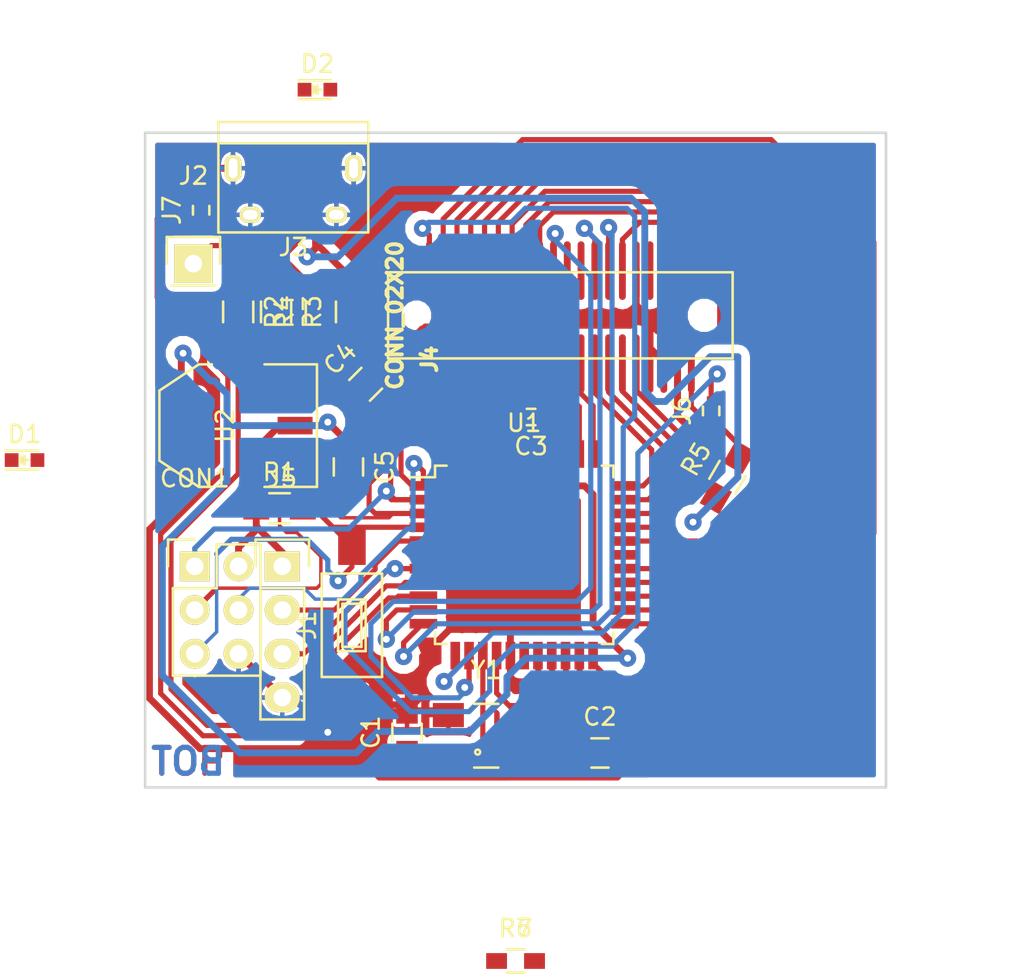
<source format=kicad_pcb>
(kicad_pcb (version 4) (host pcbnew 4.0.6+dfsg1-1)

  (general
    (links 90)
    (no_connects 7)
    (area 52.924999 24.924999 96.075001 63.075001)
    (thickness 1.6)
    (drawings 9)
    (tracks 594)
    (zones 0)
    (modules 25)
    (nets 53)
  )

  (page A4)
  (layers
    (0 F.Cu signal)
    (31 B.Cu signal)
    (32 B.Adhes user)
    (33 F.Adhes user)
    (34 B.Paste user)
    (35 F.Paste user)
    (36 B.SilkS user)
    (37 F.SilkS user)
    (38 B.Mask user)
    (39 F.Mask user)
    (40 Dwgs.User user)
    (41 Cmts.User user)
    (42 Eco1.User user)
    (43 Eco2.User user)
    (44 Edge.Cuts user)
    (45 Margin user)
    (46 B.CrtYd user)
    (47 F.CrtYd user)
    (48 B.Fab user)
    (49 F.Fab user hide)
  )

  (setup
    (last_trace_width 0.3)
    (user_trace_width 0.2)
    (user_trace_width 0.3)
    (trace_clearance 0.235)
    (zone_clearance 0.508)
    (zone_45_only yes)
    (trace_min 0.2)
    (segment_width 0.2)
    (edge_width 0.15)
    (via_size 1)
    (via_drill 0.4)
    (via_min_size 0.4)
    (via_min_drill 0.3)
    (uvia_size 0.3)
    (uvia_drill 0.1)
    (uvias_allowed no)
    (uvia_min_size 0.2)
    (uvia_min_drill 0.1)
    (pcb_text_width 0.3)
    (pcb_text_size 1.5 1.5)
    (mod_edge_width 0.15)
    (mod_text_size 1 1)
    (mod_text_width 0.15)
    (pad_size 2.5 3)
    (pad_drill 0)
    (pad_to_mask_clearance 0.2)
    (aux_axis_origin 0 0)
    (visible_elements FFFEFF7F)
    (pcbplotparams
      (layerselection 0x00030_80000001)
      (usegerberextensions false)
      (excludeedgelayer true)
      (linewidth 0.100000)
      (plotframeref false)
      (viasonmask false)
      (mode 1)
      (useauxorigin false)
      (hpglpennumber 1)
      (hpglpenspeed 20)
      (hpglpendiameter 15)
      (hpglpenoverlay 2)
      (psnegative false)
      (psa4output false)
      (plotreference true)
      (plotvalue true)
      (plotinvisibletext false)
      (padsonsilk false)
      (subtractmaskfromsilk false)
      (outputformat 1)
      (mirror false)
      (drillshape 1)
      (scaleselection 1)
      (outputdirectory ""))
  )

  (net 0 "")
  (net 1 "Net-(C1-Pad1)")
  (net 2 GND)
  (net 3 "Net-(C2-Pad1)")
  (net 4 +3V3)
  (net 5 +5V)
  (net 6 /B6)
  (net 7 /B7)
  (net 8 /B5)
  (net 9 /RST)
  (net 10 "Net-(J2-Pad1)")
  (net 11 "Net-(J3-Pad2)")
  (net 12 "Net-(J3-Pad3)")
  (net 13 /hotkey)
  (net 14 /A0)
  (net 15 /C0)
  (net 16 /A1)
  (net 17 /C1)
  (net 18 /A2)
  (net 19 /C2)
  (net 20 /A3)
  (net 21 /C3)
  (net 22 /A4)
  (net 23 /C4)
  (net 24 /A5)
  (net 25 /C5)
  (net 26 /A6)
  (net 27 /C6)
  (net 28 /A7)
  (net 29 /C7)
  (net 30 /B0)
  (net 31 /power)
  (net 32 /B1)
  (net 33 /B2)
  (net 34 /B3)
  (net 35 /kb_id0)
  (net 36 /B4)
  (net 37 /kb_id1)
  (net 38 /kb_id2)
  (net 39 /tp_data)
  (net 40 /tp_ck)
  (net 41 /tp_rst)
  (net 42 "Net-(J5-Pad2)")
  (net 43 "Net-(R2-Pad2)")
  (net 44 "Net-(R3-Pad2)")
  (net 45 "Net-(J4-Pad22)")
  (net 46 "Net-(J4-Pad24)")
  (net 47 "Net-(J4-Pad34)")
  (net 48 "Net-(J4-Pad36)")
  (net 49 /tp_rst_b)
  (net 50 "Net-(J3-Pad5)")
  (net 51 "Net-(D1-Pad2)")
  (net 52 /led)

  (net_class Default "This is the default net class."
    (clearance 0.235)
    (trace_width 0.3)
    (via_dia 1)
    (via_drill 0.4)
    (uvia_dia 0.3)
    (uvia_drill 0.1)
    (add_net /A0)
    (add_net /A1)
    (add_net /A2)
    (add_net /A3)
    (add_net /A4)
    (add_net /A5)
    (add_net /A6)
    (add_net /A7)
    (add_net /B0)
    (add_net /B1)
    (add_net /B2)
    (add_net /B3)
    (add_net /B4)
    (add_net /B5)
    (add_net /B6)
    (add_net /B7)
    (add_net /C0)
    (add_net /C1)
    (add_net /C2)
    (add_net /C3)
    (add_net /C4)
    (add_net /C5)
    (add_net /C6)
    (add_net /C7)
    (add_net /RST)
    (add_net /hotkey)
    (add_net /kb_id0)
    (add_net /kb_id1)
    (add_net /kb_id2)
    (add_net /led)
    (add_net /power)
    (add_net /tp_ck)
    (add_net /tp_data)
    (add_net /tp_rst)
    (add_net /tp_rst_b)
    (add_net "Net-(C1-Pad1)")
    (add_net "Net-(D1-Pad2)")
    (add_net "Net-(J4-Pad22)")
    (add_net "Net-(J4-Pad24)")
    (add_net "Net-(J4-Pad34)")
    (add_net "Net-(J4-Pad36)")
    (add_net "Net-(J5-Pad2)")
    (add_net "Net-(R2-Pad2)")
    (add_net "Net-(R3-Pad2)")
  )

  (net_class narrow ""
    (clearance 0.2)
    (trace_width 0.3)
    (via_dia 1)
    (via_drill 0.4)
    (uvia_dia 0.3)
    (uvia_drill 0.1)
    (add_net "Net-(C2-Pad1)")
    (add_net "Net-(J2-Pad1)")
    (add_net "Net-(J3-Pad2)")
    (add_net "Net-(J3-Pad3)")
  )

  (net_class power ""
    (clearance 0.3)
    (trace_width 0.4)
    (via_dia 1)
    (via_drill 0.4)
    (uvia_dia 0.3)
    (uvia_drill 0.1)
    (add_net +3V3)
    (add_net GND)
  )

  (net_class power-narrow ""
    (clearance 0.2)
    (trace_width 0.4)
    (via_dia 1)
    (via_drill 0.4)
    (uvia_dia 0.3)
    (uvia_drill 0.1)
    (add_net +5V)
    (add_net "Net-(J3-Pad5)")
  )

  (module KX14 (layer F.Cu) (tedit 59BB277B) (tstamp 59BAE09F)
    (at 77.1 35.6)
    (path /59BABC9C)
    (fp_text reference J4 (at -7.6 2.546 270) (layer F.SilkS)
      (effects (font (size 0.889 0.889) (thickness 0.3048)))
    )
    (fp_text value CONN_02X20 (at -9.6 0 270) (layer F.SilkS)
      (effects (font (size 0.889 0.889) (thickness 0.3048)))
    )
    (fp_line (start -10 -2.5) (end 10 -2.5) (layer F.SilkS) (width 0.15))
    (fp_line (start 10 -2.5) (end 10 2.5) (layer F.SilkS) (width 0.15))
    (fp_line (start 10 2.5) (end -10 2.5) (layer F.SilkS) (width 0.15))
    (fp_line (start -10 2.5) (end -10 -2.5) (layer F.SilkS) (width 0.15))
    (pad 1 smd oval (at -7.6 2.8) (size 0.39878 3.4036) (layers F.Cu F.Paste F.Mask)
      (net 7 /B7))
    (pad 2 smd oval (at -7.6 -2.5975 180) (size 0.39878 3.4036) (layers F.Cu F.Paste F.Mask)
      (net 13 /hotkey))
    (pad 3 smd oval (at -6.7999 2.8) (size 0.39878 3.4036) (layers F.Cu F.Paste F.Mask)
      (net 6 /B6))
    (pad 4 smd oval (at -6.7999 -2.5975 180) (size 0.39878 3.4036) (layers F.Cu F.Paste F.Mask)
      (net 15 /C0))
    (pad 5 smd oval (at -5.9998 2.8) (size 0.39878 3.4036) (layers F.Cu F.Paste F.Mask)
      (net 8 /B5))
    (pad 6 smd oval (at -5.9998 -2.5975 180) (size 0.39878 3.4036) (layers F.Cu F.Paste F.Mask)
      (net 17 /C1))
    (pad 7 smd oval (at -5.1997 2.8) (size 0.39878 3.4036) (layers F.Cu F.Paste F.Mask)
      (net 36 /B4))
    (pad 8 smd oval (at -5.1997 -2.5975 180) (size 0.39878 3.4036) (layers F.Cu F.Paste F.Mask)
      (net 19 /C2))
    (pad 9 smd oval (at -4.3996 2.8) (size 0.39878 3.4036) (layers F.Cu F.Paste F.Mask)
      (net 34 /B3))
    (pad 10 smd oval (at -4.3996 -2.5975 180) (size 0.39878 3.4036) (layers F.Cu F.Paste F.Mask)
      (net 21 /C3))
    (pad 11 smd oval (at -3.5995 2.8) (size 0.39878 3.4036) (layers F.Cu F.Paste F.Mask)
      (net 33 /B2))
    (pad 12 smd oval (at -3.5995 -2.5975 180) (size 0.39878 3.4036) (layers F.Cu F.Paste F.Mask)
      (net 23 /C4))
    (pad 13 smd oval (at -2.7994 2.8) (size 0.39878 3.4036) (layers F.Cu F.Paste F.Mask)
      (net 32 /B1))
    (pad 14 smd oval (at -2.7994 -2.5975 180) (size 0.39878 3.4036) (layers F.Cu F.Paste F.Mask)
      (net 25 /C5))
    (pad 15 smd oval (at -1.9993 2.8) (size 0.39878 3.4036) (layers F.Cu F.Paste F.Mask)
      (net 30 /B0))
    (pad 16 smd oval (at -1.9993 -2.5975 180) (size 0.39878 3.4036) (layers F.Cu F.Paste F.Mask)
      (net 27 /C6))
    (pad 17 smd oval (at -1.1992 2.8) (size 0.39878 3.4036) (layers F.Cu F.Paste F.Mask)
      (net 14 /A0))
    (pad 18 smd oval (at -1.1992 -2.5975 180) (size 0.39878 3.4036) (layers F.Cu F.Paste F.Mask)
      (net 29 /C7))
    (pad 19 smd oval (at -0.3991 2.8) (size 0.39878 3.4036) (layers F.Cu F.Paste F.Mask)
      (net 16 /A1))
    (pad 20 smd oval (at -0.3991 -2.5975 180) (size 0.39878 3.4036) (layers F.Cu F.Paste F.Mask)
      (net 31 /power))
    (pad 21 smd oval (at 0.401 2.8) (size 0.39878 3.4036) (layers F.Cu F.Paste F.Mask)
      (net 18 /A2))
    (pad 22 smd oval (at 0.401 -2.5975 180) (size 0.39878 3.4036) (layers F.Cu F.Paste F.Mask)
      (net 45 "Net-(J4-Pad22)"))
    (pad 23 smd oval (at 1.2011 2.8) (size 0.39878 3.4036) (layers F.Cu F.Paste F.Mask)
      (net 20 /A3))
    (pad 24 smd oval (at 1.2011 -2.5975 180) (size 0.39878 3.4036) (layers F.Cu F.Paste F.Mask)
      (net 46 "Net-(J4-Pad24)"))
    (pad 25 smd oval (at 2.0012 2.8) (size 0.39878 3.4036) (layers F.Cu F.Paste F.Mask)
      (net 22 /A4))
    (pad 26 smd oval (at 2.0012 -2.5975 180) (size 0.39878 3.4036) (layers F.Cu F.Paste F.Mask)
      (net 35 /kb_id0))
    (pad 27 smd oval (at 2.8013 2.8) (size 0.39878 3.4036) (layers F.Cu F.Paste F.Mask)
      (net 24 /A5))
    (pad 28 smd oval (at 2.8013 -2.5975 180) (size 0.39878 3.4036) (layers F.Cu F.Paste F.Mask)
      (net 37 /kb_id1))
    (pad 29 smd oval (at 3.6014 2.8) (size 0.39878 3.4036) (layers F.Cu F.Paste F.Mask)
      (net 26 /A6))
    (pad 30 smd oval (at 3.6014 -2.5975 180) (size 0.39878 3.4036) (layers F.Cu F.Paste F.Mask)
      (net 38 /kb_id2))
    (pad 31 smd oval (at 4.4015 2.8) (size 0.39878 3.4036) (layers F.Cu F.Paste F.Mask)
      (net 28 /A7))
    (pad 32 smd oval (at 4.4015 -2.5975 180) (size 0.39878 3.4036) (layers F.Cu F.Paste F.Mask)
      (net 2 GND))
    (pad 33 smd oval (at 5.2016 2.8) (size 0.39878 3.4036) (layers F.Cu F.Paste F.Mask)
      (net 2 GND))
    (pad 34 smd oval (at 5.2016 -2.5975 180) (size 0.39878 3.4036) (layers F.Cu F.Paste F.Mask)
      (net 47 "Net-(J4-Pad34)"))
    (pad 35 smd oval (at 6.0017 2.8) (size 0.39878 3.4036) (layers F.Cu F.Paste F.Mask)
      (net 2 GND))
    (pad 36 smd oval (at 6.0017 -2.5975 180) (size 0.39878 3.4036) (layers F.Cu F.Paste F.Mask)
      (net 48 "Net-(J4-Pad36)"))
    (pad 37 smd oval (at 6.8018 2.8) (size 0.39878 3.4036) (layers F.Cu F.Paste F.Mask)
      (net 5 +5V))
    (pad 38 smd oval (at 6.8018 -2.5975 180) (size 0.39878 3.4036) (layers F.Cu F.Paste F.Mask)
      (net 39 /tp_data))
    (pad 39 smd oval (at 7.6019 2.8) (size 0.39878 3.4036) (layers F.Cu F.Paste F.Mask)
      (net 41 /tp_rst))
    (pad 40 smd oval (at 7.6019 -2.5975 180) (size 0.39878 3.4036) (layers F.Cu F.Paste F.Mask)
      (net 40 /tp_ck))
    (pad "" np_thru_hole circle (at -8.35 0) (size 0.7 0.7) (drill 0.7) (layers *.Cu *.Mask))
    (pad "" np_thru_hole circle (at 8.35 0) (size 0.9 0.9) (drill 0.9) (layers *.Cu *.Mask))
    (pad 41 smd rect (at -10.85 0) (size 2.5 3) (layers F.Cu F.Paste F.Mask))
    (pad 42 smd rect (at 10.35 0) (size 2.5 3) (layers F.Cu F.Paste F.Mask))
  )

  (module Capacitors_SMD:C_0805_HandSoldering (layer F.Cu) (tedit 541A9B8D) (tstamp 59BACDB0)
    (at 68.2 59.8 90)
    (descr "Capacitor SMD 0805, hand soldering")
    (tags "capacitor 0805")
    (path /59BAA7C0)
    (attr smd)
    (fp_text reference C1 (at 0 -2.1 90) (layer F.SilkS)
      (effects (font (size 1 1) (thickness 0.15)))
    )
    (fp_text value C (at 0 2.1 90) (layer F.Fab)
      (effects (font (size 1 1) (thickness 0.15)))
    )
    (fp_line (start -2.3 -1) (end 2.3 -1) (layer F.CrtYd) (width 0.05))
    (fp_line (start -2.3 1) (end 2.3 1) (layer F.CrtYd) (width 0.05))
    (fp_line (start -2.3 -1) (end -2.3 1) (layer F.CrtYd) (width 0.05))
    (fp_line (start 2.3 -1) (end 2.3 1) (layer F.CrtYd) (width 0.05))
    (fp_line (start 0.5 -0.85) (end -0.5 -0.85) (layer F.SilkS) (width 0.15))
    (fp_line (start -0.5 0.85) (end 0.5 0.85) (layer F.SilkS) (width 0.15))
    (pad 1 smd rect (at -1.25 0 90) (size 1.5 1.25) (layers F.Cu F.Paste F.Mask)
      (net 1 "Net-(C1-Pad1)"))
    (pad 2 smd rect (at 1.25 0 90) (size 1.5 1.25) (layers F.Cu F.Paste F.Mask)
      (net 2 GND))
    (model Capacitors_SMD.3dshapes/C_0805_HandSoldering.wrl
      (at (xyz 0 0 0))
      (scale (xyz 1 1 1))
      (rotate (xyz 0 0 0))
    )
  )

  (module Capacitors_SMD:C_0805_HandSoldering (layer F.Cu) (tedit 541A9B8D) (tstamp 59BACDB6)
    (at 79.4 61)
    (descr "Capacitor SMD 0805, hand soldering")
    (tags "capacitor 0805")
    (path /59BAA81C)
    (attr smd)
    (fp_text reference C2 (at 0 -2.1) (layer F.SilkS)
      (effects (font (size 1 1) (thickness 0.15)))
    )
    (fp_text value C (at 0 2.1) (layer F.Fab)
      (effects (font (size 1 1) (thickness 0.15)))
    )
    (fp_line (start -2.3 -1) (end 2.3 -1) (layer F.CrtYd) (width 0.05))
    (fp_line (start -2.3 1) (end 2.3 1) (layer F.CrtYd) (width 0.05))
    (fp_line (start -2.3 -1) (end -2.3 1) (layer F.CrtYd) (width 0.05))
    (fp_line (start 2.3 -1) (end 2.3 1) (layer F.CrtYd) (width 0.05))
    (fp_line (start 0.5 -0.85) (end -0.5 -0.85) (layer F.SilkS) (width 0.15))
    (fp_line (start -0.5 0.85) (end 0.5 0.85) (layer F.SilkS) (width 0.15))
    (pad 1 smd rect (at -1.25 0) (size 1.5 1.25) (layers F.Cu F.Paste F.Mask)
      (net 3 "Net-(C2-Pad1)"))
    (pad 2 smd rect (at 1.25 0) (size 1.5 1.25) (layers F.Cu F.Paste F.Mask)
      (net 2 GND))
    (model Capacitors_SMD.3dshapes/C_0805_HandSoldering.wrl
      (at (xyz 0 0 0))
      (scale (xyz 1 1 1))
      (rotate (xyz 0 0 0))
    )
  )

  (module Capacitors_SMD:C_0805_HandSoldering (layer F.Cu) (tedit 541A9B8D) (tstamp 59BACDC2)
    (at 65.8 39.6 45)
    (descr "Capacitor SMD 0805, hand soldering")
    (tags "capacitor 0805")
    (path /59BAB02A)
    (attr smd)
    (fp_text reference C4 (at 0 -2.1 45) (layer F.SilkS)
      (effects (font (size 1 1) (thickness 0.15)))
    )
    (fp_text value 10u (at 0 2.1 45) (layer F.Fab)
      (effects (font (size 1 1) (thickness 0.15)))
    )
    (fp_line (start -2.3 -1) (end 2.3 -1) (layer F.CrtYd) (width 0.05))
    (fp_line (start -2.3 1) (end 2.3 1) (layer F.CrtYd) (width 0.05))
    (fp_line (start -2.3 -1) (end -2.3 1) (layer F.CrtYd) (width 0.05))
    (fp_line (start 2.3 -1) (end 2.3 1) (layer F.CrtYd) (width 0.05))
    (fp_line (start 0.5 -0.85) (end -0.5 -0.85) (layer F.SilkS) (width 0.15))
    (fp_line (start -0.5 0.85) (end 0.5 0.85) (layer F.SilkS) (width 0.15))
    (pad 1 smd rect (at -1.25 0 45) (size 1.5 1.25) (layers F.Cu F.Paste F.Mask)
      (net 5 +5V))
    (pad 2 smd rect (at 1.25 0 45) (size 1.5 1.25) (layers F.Cu F.Paste F.Mask)
      (net 2 GND))
    (model Capacitors_SMD.3dshapes/C_0805_HandSoldering.wrl
      (at (xyz 0 0 0))
      (scale (xyz 1 1 1))
      (rotate (xyz 0 0 0))
    )
  )

  (module Capacitors_SMD:C_0805_HandSoldering (layer F.Cu) (tedit 541A9B8D) (tstamp 59BACDC8)
    (at 64.8 44.4 270)
    (descr "Capacitor SMD 0805, hand soldering")
    (tags "capacitor 0805")
    (path /59BAB079)
    (attr smd)
    (fp_text reference C5 (at 0 -2.1 270) (layer F.SilkS)
      (effects (font (size 1 1) (thickness 0.15)))
    )
    (fp_text value 10u (at 0 2.1 270) (layer F.Fab)
      (effects (font (size 1 1) (thickness 0.15)))
    )
    (fp_line (start -2.3 -1) (end 2.3 -1) (layer F.CrtYd) (width 0.05))
    (fp_line (start -2.3 1) (end 2.3 1) (layer F.CrtYd) (width 0.05))
    (fp_line (start -2.3 -1) (end -2.3 1) (layer F.CrtYd) (width 0.05))
    (fp_line (start 2.3 -1) (end 2.3 1) (layer F.CrtYd) (width 0.05))
    (fp_line (start 0.5 -0.85) (end -0.5 -0.85) (layer F.SilkS) (width 0.15))
    (fp_line (start -0.5 0.85) (end 0.5 0.85) (layer F.SilkS) (width 0.15))
    (pad 1 smd rect (at -1.25 0 270) (size 1.5 1.25) (layers F.Cu F.Paste F.Mask)
      (net 4 +3V3))
    (pad 2 smd rect (at 1.25 0 270) (size 1.5 1.25) (layers F.Cu F.Paste F.Mask)
      (net 2 GND))
    (model Capacitors_SMD.3dshapes/C_0805_HandSoldering.wrl
      (at (xyz 0 0 0))
      (scale (xyz 1 1 1))
      (rotate (xyz 0 0 0))
    )
  )

  (module Pin_Headers:Pin_Header_Straight_2x03 (layer F.Cu) (tedit 54EA0A4B) (tstamp 59BACDD2)
    (at 55.88 50.165)
    (descr "Through hole pin header")
    (tags "pin header")
    (path /59BABE2B)
    (fp_text reference CON1 (at 0 -5.1) (layer F.SilkS)
      (effects (font (size 1 1) (thickness 0.15)))
    )
    (fp_text value AVR-ISP-6 (at 0 -3.1) (layer F.Fab)
      (effects (font (size 1 1) (thickness 0.15)))
    )
    (fp_line (start -1.27 1.27) (end -1.27 6.35) (layer F.SilkS) (width 0.15))
    (fp_line (start -1.55 -1.55) (end 0 -1.55) (layer F.SilkS) (width 0.15))
    (fp_line (start -1.75 -1.75) (end -1.75 6.85) (layer F.CrtYd) (width 0.05))
    (fp_line (start 4.3 -1.75) (end 4.3 6.85) (layer F.CrtYd) (width 0.05))
    (fp_line (start -1.75 -1.75) (end 4.3 -1.75) (layer F.CrtYd) (width 0.05))
    (fp_line (start -1.75 6.85) (end 4.3 6.85) (layer F.CrtYd) (width 0.05))
    (fp_line (start 1.27 -1.27) (end 1.27 1.27) (layer F.SilkS) (width 0.15))
    (fp_line (start 1.27 1.27) (end -1.27 1.27) (layer F.SilkS) (width 0.15))
    (fp_line (start -1.27 6.35) (end 3.81 6.35) (layer F.SilkS) (width 0.15))
    (fp_line (start 3.81 6.35) (end 3.81 1.27) (layer F.SilkS) (width 0.15))
    (fp_line (start -1.55 -1.55) (end -1.55 0) (layer F.SilkS) (width 0.15))
    (fp_line (start 3.81 -1.27) (end 1.27 -1.27) (layer F.SilkS) (width 0.15))
    (fp_line (start 3.81 1.27) (end 3.81 -1.27) (layer F.SilkS) (width 0.15))
    (pad 1 thru_hole rect (at 0 0) (size 1.7272 1.7272) (drill 1.016) (layers *.Cu *.Mask F.SilkS)
      (net 6 /B6))
    (pad 2 thru_hole oval (at 2.54 0) (size 1.7272 1.7272) (drill 1.016) (layers *.Cu *.Mask F.SilkS)
      (net 4 +3V3))
    (pad 3 thru_hole oval (at 0 2.54) (size 1.7272 1.7272) (drill 1.016) (layers *.Cu *.Mask F.SilkS)
      (net 7 /B7))
    (pad 4 thru_hole oval (at 2.54 2.54) (size 1.7272 1.7272) (drill 1.016) (layers *.Cu *.Mask F.SilkS)
      (net 8 /B5))
    (pad 5 thru_hole oval (at 0 5.08) (size 1.7272 1.7272) (drill 1.016) (layers *.Cu *.Mask F.SilkS)
      (net 9 /RST))
    (pad 6 thru_hole oval (at 2.54 5.08) (size 1.7272 1.7272) (drill 1.016) (layers *.Cu *.Mask F.SilkS)
      (net 2 GND))
    (model Pin_Headers.3dshapes/Pin_Header_Straight_2x03.wrl
      (at (xyz 0.05 -0.1 0))
      (scale (xyz 1 1 1))
      (rotate (xyz 0 0 90))
    )
  )

  (module Pin_Headers:Pin_Header_Straight_1x01 (layer F.Cu) (tedit 59BB19FB) (tstamp 59BACDDD)
    (at 55.8 32.6)
    (descr "Through hole pin header")
    (tags "pin header")
    (path /59BAAD3D)
    (fp_text reference J2 (at 0 -5.1) (layer F.SilkS)
      (effects (font (size 1 1) (thickness 0.15)))
    )
    (fp_text value CONN_01X01 (at 0 -3.1) (layer F.Fab)
      (effects (font (size 1 1) (thickness 0.15)))
    )
    (fp_line (start 1.55 -1.55) (end 1.55 0) (layer F.SilkS) (width 0.15))
    (fp_line (start -1.75 -1.75) (end -1.75 1.75) (layer F.CrtYd) (width 0.05))
    (fp_line (start 1.75 -1.75) (end 1.75 1.75) (layer F.CrtYd) (width 0.05))
    (fp_line (start -1.75 -1.75) (end 1.75 -1.75) (layer F.CrtYd) (width 0.05))
    (fp_line (start -1.75 1.75) (end 1.75 1.75) (layer F.CrtYd) (width 0.05))
    (fp_line (start -1.55 0) (end -1.55 -1.55) (layer F.SilkS) (width 0.15))
    (fp_line (start -1.55 -1.55) (end 1.55 -1.55) (layer F.SilkS) (width 0.15))
    (fp_line (start -1.27 1.27) (end 1.27 1.27) (layer F.SilkS) (width 0.15))
    (pad 1 thru_hole rect (at 0 0) (size 2.2352 2.2352) (drill 1.016) (layers *.Cu *.Mask F.SilkS)
      (net 10 "Net-(J2-Pad1)"))
    (model Pin_Headers.3dshapes/Pin_Header_Straight_1x01.wrl
      (at (xyz 0 0 0))
      (scale (xyz 1 1 1))
      (rotate (xyz 0 0 90))
    )
  )

  (module Connect:USB_Micro-B (layer F.Cu) (tedit 5543E447) (tstamp 59BACDEA)
    (at 61.6 28.2 180)
    (descr "Micro USB Type B Receptacle")
    (tags "USB USB_B USB_micro USB_OTG")
    (path /59BAAA88)
    (attr smd)
    (fp_text reference J3 (at 0 -3.45 180) (layer F.SilkS)
      (effects (font (size 1 1) (thickness 0.15)))
    )
    (fp_text value USB_OTG (at 0 4.8 180) (layer F.Fab)
      (effects (font (size 1 1) (thickness 0.15)))
    )
    (fp_line (start -4.6 -2.8) (end 4.6 -2.8) (layer F.CrtYd) (width 0.05))
    (fp_line (start 4.6 -2.8) (end 4.6 4.05) (layer F.CrtYd) (width 0.05))
    (fp_line (start 4.6 4.05) (end -4.6 4.05) (layer F.CrtYd) (width 0.05))
    (fp_line (start -4.6 4.05) (end -4.6 -2.8) (layer F.CrtYd) (width 0.05))
    (fp_line (start -4.3509 3.81746) (end 4.3491 3.81746) (layer F.SilkS) (width 0.15))
    (fp_line (start -4.3509 -2.58754) (end 4.3491 -2.58754) (layer F.SilkS) (width 0.15))
    (fp_line (start 4.3491 -2.58754) (end 4.3491 3.81746) (layer F.SilkS) (width 0.15))
    (fp_line (start 4.3491 2.58746) (end -4.3509 2.58746) (layer F.SilkS) (width 0.15))
    (fp_line (start -4.3509 3.81746) (end -4.3509 -2.58754) (layer F.SilkS) (width 0.15))
    (pad 1 smd rect (at -1.3009 -1.56254 270) (size 1.35 0.4) (layers F.Cu F.Paste F.Mask)
      (net 5 +5V))
    (pad 2 smd rect (at -0.6509 -1.56254 270) (size 1.35 0.4) (layers F.Cu F.Paste F.Mask)
      (net 11 "Net-(J3-Pad2)"))
    (pad 3 smd rect (at -0.0009 -1.56254 270) (size 1.35 0.4) (layers F.Cu F.Paste F.Mask)
      (net 12 "Net-(J3-Pad3)"))
    (pad 4 smd rect (at 0.6491 -1.56254 270) (size 1.35 0.4) (layers F.Cu F.Paste F.Mask)
      (net 10 "Net-(J2-Pad1)"))
    (pad 5 smd rect (at 1.2991 -1.56254 270) (size 1.35 0.4) (layers F.Cu F.Paste F.Mask)
      (net 50 "Net-(J3-Pad5)"))
    (pad 6 thru_hole oval (at -2.5009 -1.56254 270) (size 0.95 1.25) (drill oval 0.55 0.85) (layers *.Cu *.Mask F.SilkS)
      (net 2 GND))
    (pad 6 thru_hole oval (at 2.4991 -1.56254 270) (size 0.95 1.25) (drill oval 0.55 0.85) (layers *.Cu *.Mask F.SilkS)
      (net 2 GND))
    (pad 6 thru_hole oval (at -3.5009 1.13746 270) (size 1.55 1) (drill oval 1.15 0.5) (layers *.Cu *.Mask F.SilkS)
      (net 2 GND))
    (pad 6 thru_hole oval (at 3.4991 1.13746 270) (size 1.55 1) (drill oval 1.15 0.5) (layers *.Cu *.Mask F.SilkS)
      (net 2 GND))
  )

  (module Pin_Headers:Pin_Header_Straight_1x04 (layer F.Cu) (tedit 0) (tstamp 59BACE1E)
    (at 60.96 50.165)
    (descr "Through hole pin header")
    (tags "pin header")
    (path /59BAE64F)
    (fp_text reference J5 (at 0 -5.1) (layer F.SilkS)
      (effects (font (size 1 1) (thickness 0.15)))
    )
    (fp_text value CONN_01X04 (at 0 -3.1) (layer F.Fab)
      (effects (font (size 1 1) (thickness 0.15)))
    )
    (fp_line (start -1.75 -1.75) (end -1.75 9.4) (layer F.CrtYd) (width 0.05))
    (fp_line (start 1.75 -1.75) (end 1.75 9.4) (layer F.CrtYd) (width 0.05))
    (fp_line (start -1.75 -1.75) (end 1.75 -1.75) (layer F.CrtYd) (width 0.05))
    (fp_line (start -1.75 9.4) (end 1.75 9.4) (layer F.CrtYd) (width 0.05))
    (fp_line (start -1.27 1.27) (end -1.27 8.89) (layer F.SilkS) (width 0.15))
    (fp_line (start 1.27 1.27) (end 1.27 8.89) (layer F.SilkS) (width 0.15))
    (fp_line (start 1.55 -1.55) (end 1.55 0) (layer F.SilkS) (width 0.15))
    (fp_line (start -1.27 8.89) (end 1.27 8.89) (layer F.SilkS) (width 0.15))
    (fp_line (start 1.27 1.27) (end -1.27 1.27) (layer F.SilkS) (width 0.15))
    (fp_line (start -1.55 0) (end -1.55 -1.55) (layer F.SilkS) (width 0.15))
    (fp_line (start -1.55 -1.55) (end 1.55 -1.55) (layer F.SilkS) (width 0.15))
    (pad 1 thru_hole rect (at 0 0) (size 2.032 1.7272) (drill 1.016) (layers *.Cu *.Mask F.SilkS)
      (net 4 +3V3))
    (pad 2 thru_hole oval (at 0 2.54) (size 2.032 1.7272) (drill 1.016) (layers *.Cu *.Mask F.SilkS)
      (net 42 "Net-(J5-Pad2)"))
    (pad 3 thru_hole oval (at 0 5.08) (size 2.032 1.7272) (drill 1.016) (layers *.Cu *.Mask F.SilkS)
      (net 49 /tp_rst_b))
    (pad 4 thru_hole oval (at 0 7.62) (size 2.032 1.7272) (drill 1.016) (layers *.Cu *.Mask F.SilkS)
      (net 2 GND))
    (model Pin_Headers.3dshapes/Pin_Header_Straight_1x04.wrl
      (at (xyz 0 -0.15 0))
      (scale (xyz 1 1 1))
      (rotate (xyz 0 0 90))
    )
  )

  (module Resistors_SMD:R_0805_HandSoldering (layer F.Cu) (tedit 54189DEE) (tstamp 59BACE24)
    (at 60.8 46.8)
    (descr "Resistor SMD 0805, hand soldering")
    (tags "resistor 0805")
    (path /59BAB4EC)
    (attr smd)
    (fp_text reference R1 (at 0 -2.1) (layer F.SilkS)
      (effects (font (size 1 1) (thickness 0.15)))
    )
    (fp_text value 10k (at 0 2.1) (layer F.Fab)
      (effects (font (size 1 1) (thickness 0.15)))
    )
    (fp_line (start -2.4 -1) (end 2.4 -1) (layer F.CrtYd) (width 0.05))
    (fp_line (start -2.4 1) (end 2.4 1) (layer F.CrtYd) (width 0.05))
    (fp_line (start -2.4 -1) (end -2.4 1) (layer F.CrtYd) (width 0.05))
    (fp_line (start 2.4 -1) (end 2.4 1) (layer F.CrtYd) (width 0.05))
    (fp_line (start 0.6 0.875) (end -0.6 0.875) (layer F.SilkS) (width 0.15))
    (fp_line (start -0.6 -0.875) (end 0.6 -0.875) (layer F.SilkS) (width 0.15))
    (pad 1 smd rect (at -1.35 0) (size 1.5 1.3) (layers F.Cu F.Paste F.Mask)
      (net 4 +3V3))
    (pad 2 smd rect (at 1.35 0) (size 1.5 1.3) (layers F.Cu F.Paste F.Mask)
      (net 9 /RST))
    (model Resistors_SMD.3dshapes/R_0805_HandSoldering.wrl
      (at (xyz 0 0 0))
      (scale (xyz 1 1 1))
      (rotate (xyz 0 0 0))
    )
  )

  (module Resistors_SMD:R_0805_HandSoldering (layer F.Cu) (tedit 54189DEE) (tstamp 59BACE2A)
    (at 58.4 35.4 270)
    (descr "Resistor SMD 0805, hand soldering")
    (tags "resistor 0805")
    (path /59BAA96A)
    (attr smd)
    (fp_text reference R2 (at 0 -2.1 270) (layer F.SilkS)
      (effects (font (size 1 1) (thickness 0.15)))
    )
    (fp_text value 68 (at 0 2.1 270) (layer F.Fab)
      (effects (font (size 1 1) (thickness 0.15)))
    )
    (fp_line (start -2.4 -1) (end 2.4 -1) (layer F.CrtYd) (width 0.05))
    (fp_line (start -2.4 1) (end 2.4 1) (layer F.CrtYd) (width 0.05))
    (fp_line (start -2.4 -1) (end -2.4 1) (layer F.CrtYd) (width 0.05))
    (fp_line (start 2.4 -1) (end 2.4 1) (layer F.CrtYd) (width 0.05))
    (fp_line (start 0.6 0.875) (end -0.6 0.875) (layer F.SilkS) (width 0.15))
    (fp_line (start -0.6 -0.875) (end 0.6 -0.875) (layer F.SilkS) (width 0.15))
    (pad 1 smd rect (at -1.35 0 270) (size 1.5 1.3) (layers F.Cu F.Paste F.Mask)
      (net 12 "Net-(J3-Pad3)"))
    (pad 2 smd rect (at 1.35 0 270) (size 1.5 1.3) (layers F.Cu F.Paste F.Mask)
      (net 43 "Net-(R2-Pad2)"))
    (model Resistors_SMD.3dshapes/R_0805_HandSoldering.wrl
      (at (xyz 0 0 0))
      (scale (xyz 1 1 1))
      (rotate (xyz 0 0 0))
    )
  )

  (module Resistors_SMD:R_0805_HandSoldering (layer F.Cu) (tedit 54189DEE) (tstamp 59BACE30)
    (at 60.6 35.4 270)
    (descr "Resistor SMD 0805, hand soldering")
    (tags "resistor 0805")
    (path /59BAA9CB)
    (attr smd)
    (fp_text reference R3 (at 0 -2.1 270) (layer F.SilkS)
      (effects (font (size 1 1) (thickness 0.15)))
    )
    (fp_text value 68 (at 0 2.1 270) (layer F.Fab)
      (effects (font (size 1 1) (thickness 0.15)))
    )
    (fp_line (start -2.4 -1) (end 2.4 -1) (layer F.CrtYd) (width 0.05))
    (fp_line (start -2.4 1) (end 2.4 1) (layer F.CrtYd) (width 0.05))
    (fp_line (start -2.4 -1) (end -2.4 1) (layer F.CrtYd) (width 0.05))
    (fp_line (start 2.4 -1) (end 2.4 1) (layer F.CrtYd) (width 0.05))
    (fp_line (start 0.6 0.875) (end -0.6 0.875) (layer F.SilkS) (width 0.15))
    (fp_line (start -0.6 -0.875) (end 0.6 -0.875) (layer F.SilkS) (width 0.15))
    (pad 1 smd rect (at -1.35 0 270) (size 1.5 1.3) (layers F.Cu F.Paste F.Mask)
      (net 11 "Net-(J3-Pad2)"))
    (pad 2 smd rect (at 1.35 0 270) (size 1.5 1.3) (layers F.Cu F.Paste F.Mask)
      (net 44 "Net-(R3-Pad2)"))
    (model Resistors_SMD.3dshapes/R_0805_HandSoldering.wrl
      (at (xyz 0 0 0))
      (scale (xyz 1 1 1))
      (rotate (xyz 0 0 0))
    )
  )

  (module Resistors_SMD:R_0805_HandSoldering (layer F.Cu) (tedit 54189DEE) (tstamp 59BACE36)
    (at 63.2 35.4 90)
    (descr "Resistor SMD 0805, hand soldering")
    (tags "resistor 0805")
    (path /59BAB712)
    (attr smd)
    (fp_text reference R4 (at 0 -2.1 90) (layer F.SilkS)
      (effects (font (size 1 1) (thickness 0.15)))
    )
    (fp_text value 1k5 (at 0 2.1 90) (layer F.Fab)
      (effects (font (size 1 1) (thickness 0.15)))
    )
    (fp_line (start -2.4 -1) (end 2.4 -1) (layer F.CrtYd) (width 0.05))
    (fp_line (start -2.4 1) (end 2.4 1) (layer F.CrtYd) (width 0.05))
    (fp_line (start -2.4 -1) (end -2.4 1) (layer F.CrtYd) (width 0.05))
    (fp_line (start 2.4 -1) (end 2.4 1) (layer F.CrtYd) (width 0.05))
    (fp_line (start 0.6 0.875) (end -0.6 0.875) (layer F.SilkS) (width 0.15))
    (fp_line (start -0.6 -0.875) (end 0.6 -0.875) (layer F.SilkS) (width 0.15))
    (pad 1 smd rect (at -1.35 0 90) (size 1.5 1.3) (layers F.Cu F.Paste F.Mask)
      (net 4 +3V3))
    (pad 2 smd rect (at 1.35 0 90) (size 1.5 1.3) (layers F.Cu F.Paste F.Mask)
      (net 11 "Net-(J3-Pad2)"))
    (model Resistors_SMD.3dshapes/R_0805_HandSoldering.wrl
      (at (xyz 0 0 0))
      (scale (xyz 1 1 1))
      (rotate (xyz 0 0 0))
    )
  )

  (module Resistors_SMD:R_0805_HandSoldering (layer F.Cu) (tedit 54189DEE) (tstamp 59BACE3C)
    (at 86.8 45 60)
    (descr "Resistor SMD 0805, hand soldering")
    (tags "resistor 0805")
    (path /59BACD3A)
    (attr smd)
    (fp_text reference R5 (at 0 -2.1 60) (layer F.SilkS)
      (effects (font (size 1 1) (thickness 0.15)))
    )
    (fp_text value 10k (at 0 2.1 60) (layer F.Fab)
      (effects (font (size 1 1) (thickness 0.15)))
    )
    (fp_line (start -2.4 -1) (end 2.4 -1) (layer F.CrtYd) (width 0.05))
    (fp_line (start -2.4 1) (end 2.4 1) (layer F.CrtYd) (width 0.05))
    (fp_line (start -2.4 -1) (end -2.4 1) (layer F.CrtYd) (width 0.05))
    (fp_line (start 2.4 -1) (end 2.4 1) (layer F.CrtYd) (width 0.05))
    (fp_line (start 0.6 0.875) (end -0.6 0.875) (layer F.SilkS) (width 0.15))
    (fp_line (start -0.6 -0.875) (end 0.6 -0.875) (layer F.SilkS) (width 0.15))
    (pad 1 smd rect (at -1.35 0 60) (size 1.5 1.3) (layers F.Cu F.Paste F.Mask)
      (net 5 +5V))
    (pad 2 smd rect (at 1.35 0 60) (size 1.5 1.3) (layers F.Cu F.Paste F.Mask)
      (net 41 /tp_rst))
    (model Resistors_SMD.3dshapes/R_0805_HandSoldering.wrl
      (at (xyz 0 0 0))
      (scale (xyz 1 1 1))
      (rotate (xyz 0 0 0))
    )
  )

  (module Housings_QFP:LQFP-44_10x10mm_Pitch0.8mm (layer F.Cu) (tedit 59BAE20A) (tstamp 59BACE6C)
    (at 75 49.5)
    (descr "LQFP44 (see Appnote_PCB_Guidelines_TRINAMIC_packages.pdf)")
    (tags "QFP 0.8")
    (path /59BAA530)
    (attr smd)
    (fp_text reference U1 (at 0 -7.65) (layer F.SilkS)
      (effects (font (size 1 1) (thickness 0.15)))
    )
    (fp_text value ATMEGA8515-16AU (at 0 7.65) (layer F.Fab)
      (effects (font (size 1 1) (thickness 0.15)))
    )
    (fp_line (start -6.9 -6.9) (end -6.9 6.9) (layer F.CrtYd) (width 0.05))
    (fp_line (start 6.9 -6.9) (end 6.9 6.9) (layer F.CrtYd) (width 0.05))
    (fp_line (start -6.9 -6.9) (end 6.9 -6.9) (layer F.CrtYd) (width 0.05))
    (fp_line (start -6.9 6.9) (end 6.9 6.9) (layer F.CrtYd) (width 0.05))
    (fp_line (start -5.175 -5.175) (end -5.175 -4.505) (layer F.SilkS) (width 0.15))
    (fp_line (start 5.175 -5.175) (end 5.175 -4.505) (layer F.SilkS) (width 0.15))
    (fp_line (start 5.175 5.175) (end 5.175 4.505) (layer F.SilkS) (width 0.15))
    (fp_line (start -5.175 5.175) (end -5.175 4.505) (layer F.SilkS) (width 0.15))
    (fp_line (start -5.175 -5.175) (end -4.505 -5.175) (layer F.SilkS) (width 0.15))
    (fp_line (start -5.175 5.175) (end -4.505 5.175) (layer F.SilkS) (width 0.15))
    (fp_line (start 5.175 5.175) (end 4.505 5.175) (layer F.SilkS) (width 0.15))
    (fp_line (start 5.175 -5.175) (end 4.505 -5.175) (layer F.SilkS) (width 0.15))
    (fp_line (start -5.175 -4.505) (end -6.65 -4.505) (layer F.SilkS) (width 0.15))
    (pad 1 smd rect (at -5.85 -4) (size 1.6 0.56) (layers F.Cu F.Paste F.Mask)
      (net 8 /B5))
    (pad 2 smd rect (at -5.85 -3.2) (size 1.6 0.56) (layers F.Cu F.Paste F.Mask)
      (net 6 /B6))
    (pad 3 smd rect (at -5.85 -2.4) (size 1.6 0.56) (layers F.Cu F.Paste F.Mask)
      (net 7 /B7))
    (pad 4 smd rect (at -5.85 -1.6) (size 1.6 0.56) (layers F.Cu F.Paste F.Mask)
      (net 9 /RST))
    (pad 5 smd rect (at -5.85 -0.8) (size 1.6 0.56) (layers F.Cu F.Paste F.Mask)
      (net 42 "Net-(J5-Pad2)"))
    (pad 6 smd rect (at -5.85 0) (size 1.6 0.56) (layers F.Cu F.Paste F.Mask))
    (pad 7 smd rect (at -5.85 0.8) (size 1.6 0.56) (layers F.Cu F.Paste F.Mask)
      (net 49 /tp_rst_b))
    (pad 8 smd rect (at -5.85 1.6) (size 1.6 0.56) (layers F.Cu F.Paste F.Mask)
      (net 43 "Net-(R2-Pad2)"))
    (pad 9 smd rect (at -5.85 2.4) (size 1.6 0.56) (layers F.Cu F.Paste F.Mask)
      (net 44 "Net-(R3-Pad2)"))
    (pad 10 smd rect (at -5.85 3.2) (size 1.6 0.56) (layers F.Cu F.Paste F.Mask)
      (net 52 /led))
    (pad 11 smd rect (at -5.85 4) (size 1.6 0.56) (layers F.Cu F.Paste F.Mask)
      (net 37 /kb_id1))
    (pad 12 smd rect (at -4 5.85 90) (size 1.6 0.56) (layers F.Cu F.Paste F.Mask)
      (net 13 /hotkey))
    (pad 13 smd rect (at -3.2 5.85 90) (size 1.6 0.56) (layers F.Cu F.Paste F.Mask)
      (net 31 /power))
    (pad 14 smd rect (at -2.4 5.85 90) (size 1.6 0.56) (layers F.Cu F.Paste F.Mask)
      (net 1 "Net-(C1-Pad1)"))
    (pad 15 smd rect (at -1.6 5.85 90) (size 1.6 0.56) (layers F.Cu F.Paste F.Mask)
      (net 3 "Net-(C2-Pad1)"))
    (pad 16 smd rect (at -0.8 5.85 90) (size 1.6 0.56) (layers F.Cu F.Paste F.Mask)
      (net 2 GND))
    (pad 17 smd rect (at 0 5.85 90) (size 1.6 0.56) (layers F.Cu F.Paste F.Mask))
    (pad 18 smd rect (at 0.8 5.85 90) (size 1.6 0.56) (layers F.Cu F.Paste F.Mask)
      (net 15 /C0))
    (pad 19 smd rect (at 1.6 5.85 90) (size 1.6 0.56) (layers F.Cu F.Paste F.Mask)
      (net 17 /C1))
    (pad 20 smd rect (at 2.4 5.85 90) (size 1.6 0.56) (layers F.Cu F.Paste F.Mask)
      (net 19 /C2))
    (pad 21 smd rect (at 3.2 5.85 90) (size 1.6 0.56) (layers F.Cu F.Paste F.Mask)
      (net 21 /C3))
    (pad 22 smd rect (at 4 5.85 90) (size 1.6 0.56) (layers F.Cu F.Paste F.Mask)
      (net 23 /C4))
    (pad 23 smd rect (at 5.85 4) (size 1.6 0.56) (layers F.Cu F.Paste F.Mask)
      (net 25 /C5))
    (pad 24 smd rect (at 5.85 3.2) (size 1.6 0.56) (layers F.Cu F.Paste F.Mask)
      (net 27 /C6))
    (pad 25 smd rect (at 5.85 2.4) (size 1.6 0.56) (layers F.Cu F.Paste F.Mask)
      (net 29 /C7))
    (pad 26 smd rect (at 5.85 1.6) (size 1.6 0.56) (layers F.Cu F.Paste F.Mask)
      (net 38 /kb_id2))
    (pad 27 smd rect (at 5.85 0.8) (size 1.6 0.56) (layers F.Cu F.Paste F.Mask)
      (net 39 /tp_data))
    (pad 28 smd rect (at 5.85 0) (size 1.6 0.56) (layers F.Cu F.Paste F.Mask))
    (pad 29 smd rect (at 5.85 -0.8) (size 1.6 0.56) (layers F.Cu F.Paste F.Mask)
      (net 40 /tp_ck))
    (pad 30 smd rect (at 5.85 -1.6) (size 1.6 0.56) (layers F.Cu F.Paste F.Mask)
      (net 28 /A7))
    (pad 31 smd rect (at 5.85 -2.4) (size 1.6 0.56) (layers F.Cu F.Paste F.Mask)
      (net 26 /A6))
    (pad 32 smd rect (at 5.85 -3.2) (size 1.6 0.56) (layers F.Cu F.Paste F.Mask)
      (net 24 /A5))
    (pad 33 smd rect (at 5.85 -4) (size 1.6 0.56) (layers F.Cu F.Paste F.Mask)
      (net 22 /A4))
    (pad 34 smd rect (at 4 -5.85 90) (size 1.6 0.56) (layers F.Cu F.Paste F.Mask)
      (net 20 /A3))
    (pad 35 smd rect (at 3.2 -5.85 90) (size 1.6 0.56) (layers F.Cu F.Paste F.Mask)
      (net 18 /A2))
    (pad 36 smd rect (at 2.4 -5.85 90) (size 1.6 0.56) (layers F.Cu F.Paste F.Mask)
      (net 16 /A1))
    (pad 37 smd rect (at 1.6 -5.85 90) (size 1.6 0.56) (layers F.Cu F.Paste F.Mask)
      (net 14 /A0))
    (pad 38 smd rect (at 0.8 -5.85 90) (size 1.6 0.56) (layers F.Cu F.Paste F.Mask)
      (net 4 +3V3))
    (pad 39 smd rect (at 0 -5.85 90) (size 1.6 0.56) (layers F.Cu F.Paste F.Mask))
    (pad 40 smd rect (at -0.8 -5.85 90) (size 1.6 0.56) (layers F.Cu F.Paste F.Mask)
      (net 30 /B0))
    (pad 41 smd rect (at -1.6 -5.85 90) (size 1.6 0.56) (layers F.Cu F.Paste F.Mask)
      (net 32 /B1))
    (pad 42 smd rect (at -2.4 -5.85 90) (size 1.6 0.56) (layers F.Cu F.Paste F.Mask)
      (net 33 /B2))
    (pad 43 smd rect (at -3.2 -5.85 90) (size 1.6 0.56) (layers F.Cu F.Paste F.Mask)
      (net 34 /B3))
    (pad 44 smd rect (at -4 -5.85 90) (size 1.6 0.56) (layers F.Cu F.Paste F.Mask)
      (net 36 /B4))
    (model Housings_QFP.3dshapes/LQFP-44_10x10mm_Pitch0.8mm.wrl
      (at (xyz 0 0 0))
      (scale (xyz 1 1 1))
      (rotate (xyz 0 0 0))
    )
  )

  (module TO_SOT_Packages_SMD:SOT-223 (layer F.Cu) (tedit 0) (tstamp 59BACE74)
    (at 58.4 42 90)
    (descr "module CMS SOT223 4 pins")
    (tags "CMS SOT")
    (path /59BAE406)
    (attr smd)
    (fp_text reference U2 (at 0 -0.762 90) (layer F.SilkS)
      (effects (font (size 1 1) (thickness 0.15)))
    )
    (fp_text value AP111733 (at 0 0.762 90) (layer F.Fab)
      (effects (font (size 1 1) (thickness 0.15)))
    )
    (fp_line (start -3.556 1.524) (end -3.556 4.572) (layer F.SilkS) (width 0.15))
    (fp_line (start -3.556 4.572) (end 3.556 4.572) (layer F.SilkS) (width 0.15))
    (fp_line (start 3.556 4.572) (end 3.556 1.524) (layer F.SilkS) (width 0.15))
    (fp_line (start -3.556 -1.524) (end -3.556 -2.286) (layer F.SilkS) (width 0.15))
    (fp_line (start -3.556 -2.286) (end -2.032 -4.572) (layer F.SilkS) (width 0.15))
    (fp_line (start -2.032 -4.572) (end 2.032 -4.572) (layer F.SilkS) (width 0.15))
    (fp_line (start 2.032 -4.572) (end 3.556 -2.286) (layer F.SilkS) (width 0.15))
    (fp_line (start 3.556 -2.286) (end 3.556 -1.524) (layer F.SilkS) (width 0.15))
    (pad 4 smd rect (at 0 -3.302 90) (size 3.6576 2.032) (layers F.Cu F.Paste F.Mask)
      (net 4 +3V3))
    (pad 2 smd rect (at 0 3.302 90) (size 1.016 2.032) (layers F.Cu F.Paste F.Mask)
      (net 4 +3V3))
    (pad 3 smd rect (at 2.286 3.302 90) (size 1.016 2.032) (layers F.Cu F.Paste F.Mask)
      (net 5 +5V))
    (pad 1 smd rect (at -2.286 3.302 90) (size 1.016 2.032) (layers F.Cu F.Paste F.Mask)
      (net 2 GND))
    (model TO_SOT_Packages_SMD.3dshapes/SOT-223.wrl
      (at (xyz 0 0 0))
      (scale (xyz 0.4 0.4 0.4))
      (rotate (xyz 0 0 0))
    )
  )

  (module Crystals:Crystal_SMD_0603_4Pads (layer F.Cu) (tedit 0) (tstamp 59BAD4DC)
    (at 72.8 60)
    (descr "Crystal, Quarz, SMD, 0603, 4 Pads,")
    (tags "Crystal, Quarz, SMD, 0603, 4 Pads,")
    (path /59BAF474)
    (attr smd)
    (fp_text reference Y1 (at 0 -3.81) (layer F.SilkS)
      (effects (font (size 1 1) (thickness 0.15)))
    )
    (fp_text value Crystal_GND24 (at 0 3.81) (layer F.Fab)
      (effects (font (size 1 1) (thickness 0.15)))
    )
    (fp_circle (center 0 0) (end 0.50038 0) (layer F.Adhes) (width 0.381))
    (fp_circle (center 0 0) (end 0.14986 0) (layer F.Adhes) (width 0.381))
    (fp_circle (center -0.50038 0.94996) (end -0.39878 1.04902) (layer F.SilkS) (width 0.15))
    (fp_line (start 0.70104 1.84912) (end -0.70104 1.84912) (layer F.SilkS) (width 0.15))
    (fp_line (start -0.70104 -1.84912) (end 0.70104 -1.84912) (layer F.SilkS) (width 0.15))
    (pad 1 smd rect (at -2.19964 1.19888) (size 1.80086 1.39954) (layers F.Cu F.Paste F.Mask)
      (net 1 "Net-(C1-Pad1)"))
    (pad 2 smd rect (at 2.19964 1.19888) (size 1.80086 1.39954) (layers F.Cu F.Paste F.Mask)
      (net 2 GND))
    (pad 3 smd rect (at 2.19964 -1.19888) (size 1.80086 1.39954) (layers F.Cu F.Paste F.Mask)
      (net 3 "Net-(C2-Pad1)"))
    (pad 4 smd rect (at -2.19964 -1.19888) (size 1.80086 1.39954) (layers F.Cu F.Paste F.Mask)
      (net 2 GND))
  )

  (module Buttons_Switches_SMD:SW_SPST_FSMSM (layer F.Cu) (tedit 555C8B1B) (tstamp 59BAD50D)
    (at 65 53.6 90)
    (descr http://www.te.com/commerce/DocumentDelivery/DDEController?Action=srchrtrv&DocNm=1437566-3&DocType=Customer+Drawing&DocLang=English)
    (tags "SPST button tactile switch")
    (path /59BAB43F)
    (attr smd)
    (fp_text reference J1 (at 0.01011 -2.60022 90) (layer F.SilkS)
      (effects (font (size 1 1) (thickness 0.15)))
    )
    (fp_text value CONN_01X02 (at 0.01011 -0.00022 90) (layer F.Fab)
      (effects (font (size 1 1) (thickness 0.15)))
    )
    (fp_line (start -1.23989 -0.55022) (end 1.26011 -0.55022) (layer F.SilkS) (width 0.15))
    (fp_line (start 1.26011 -0.55022) (end 1.26011 0.54978) (layer F.SilkS) (width 0.15))
    (fp_line (start 1.26011 0.54978) (end -1.23989 0.54978) (layer F.SilkS) (width 0.15))
    (fp_line (start -1.23989 0.54978) (end -1.23989 -0.55022) (layer F.SilkS) (width 0.15))
    (fp_line (start -1.48989 0.79978) (end 1.51011 0.79978) (layer F.SilkS) (width 0.15))
    (fp_line (start -1.48989 -0.80022) (end 1.51011 -0.80022) (layer F.SilkS) (width 0.15))
    (fp_line (start 1.51011 -0.80022) (end 1.51011 0.79978) (layer F.SilkS) (width 0.15))
    (fp_line (start -1.48989 -0.80022) (end -1.48989 0.79978) (layer F.SilkS) (width 0.15))
    (fp_line (start -5.85 1.95) (end 5.9 1.95) (layer F.CrtYd) (width 0.05))
    (fp_line (start 5.9 -2) (end 5.9 1.95) (layer F.CrtYd) (width 0.05))
    (fp_line (start -2.98989 1.74978) (end 3.01011 1.74978) (layer F.SilkS) (width 0.15))
    (fp_line (start -2.98989 -1.75022) (end 3.01011 -1.75022) (layer F.SilkS) (width 0.15))
    (fp_line (start -2.98989 -1.75022) (end -2.98989 1.74978) (layer F.SilkS) (width 0.15))
    (fp_line (start 3.01011 -1.75022) (end 3.01011 1.74978) (layer F.SilkS) (width 0.15))
    (fp_line (start -5.85 -2) (end -5.85 1.95) (layer F.CrtYd) (width 0.05))
    (fp_line (start -5.85 -2) (end 5.9 -2) (layer F.CrtYd) (width 0.05))
    (pad 1 smd rect (at -4.60243 -0.00232 90) (size 2.18 1.6) (layers F.Cu F.Paste F.Mask)
      (net 2 GND))
    (pad 2 smd rect (at 4.60243 0.00232 90) (size 2.18 1.6) (layers F.Cu F.Paste F.Mask)
      (net 9 /RST))
  )

  (module Capacitors_SMD:C_0402 (layer F.Cu) (tedit 5415D599) (tstamp 59BAE18B)
    (at 75.4 41.5 180)
    (descr "Capacitor SMD 0402, reflow soldering, AVX (see smccp.pdf)")
    (tags "capacitor 0402")
    (path /59BAB89C)
    (attr smd)
    (fp_text reference C3 (at 0 -1.7 180) (layer F.SilkS)
      (effects (font (size 1 1) (thickness 0.15)))
    )
    (fp_text value 10n (at 0 1.7 180) (layer F.Fab)
      (effects (font (size 1 1) (thickness 0.15)))
    )
    (fp_line (start -1.15 -0.6) (end 1.15 -0.6) (layer F.CrtYd) (width 0.05))
    (fp_line (start -1.15 0.6) (end 1.15 0.6) (layer F.CrtYd) (width 0.05))
    (fp_line (start -1.15 -0.6) (end -1.15 0.6) (layer F.CrtYd) (width 0.05))
    (fp_line (start 1.15 -0.6) (end 1.15 0.6) (layer F.CrtYd) (width 0.05))
    (fp_line (start 0.25 -0.475) (end -0.25 -0.475) (layer F.SilkS) (width 0.15))
    (fp_line (start -0.25 0.475) (end 0.25 0.475) (layer F.SilkS) (width 0.15))
    (pad 1 smd rect (at -0.55 0 180) (size 0.6 0.5) (layers F.Cu F.Paste F.Mask)
      (net 4 +3V3))
    (pad 2 smd rect (at 0.55 0 180) (size 0.6 0.5) (layers F.Cu F.Paste F.Mask)
      (net 2 GND))
    (model Capacitors_SMD.3dshapes/C_0402.wrl
      (at (xyz 0 0 0))
      (scale (xyz 1 1 1))
      (rotate (xyz 0 0 0))
    )
  )

  (module Capacitors_SMD:C_0402 (layer F.Cu) (tedit 5415D599) (tstamp 59BAE829)
    (at 85.852 41.148 90)
    (descr "Capacitor SMD 0402, reflow soldering, AVX (see smccp.pdf)")
    (tags "capacitor 0402")
    (path /59BB038E)
    (attr smd)
    (fp_text reference J6 (at 0 -1.7 90) (layer F.SilkS)
      (effects (font (size 1 1) (thickness 0.15)))
    )
    (fp_text value GS2 (at 0 1.7 90) (layer F.Fab)
      (effects (font (size 1 1) (thickness 0.15)))
    )
    (fp_line (start -1.15 -0.6) (end 1.15 -0.6) (layer F.CrtYd) (width 0.05))
    (fp_line (start -1.15 0.6) (end 1.15 0.6) (layer F.CrtYd) (width 0.05))
    (fp_line (start -1.15 -0.6) (end -1.15 0.6) (layer F.CrtYd) (width 0.05))
    (fp_line (start 1.15 -0.6) (end 1.15 0.6) (layer F.CrtYd) (width 0.05))
    (fp_line (start 0.25 -0.475) (end -0.25 -0.475) (layer F.SilkS) (width 0.15))
    (fp_line (start -0.25 0.475) (end 0.25 0.475) (layer F.SilkS) (width 0.15))
    (pad 1 smd rect (at -0.55 0 90) (size 0.6 0.5) (layers F.Cu F.Paste F.Mask)
      (net 41 /tp_rst))
    (pad 2 smd rect (at 0.55 0 90) (size 0.6 0.5) (layers F.Cu F.Paste F.Mask)
      (net 49 /tp_rst_b))
    (model Capacitors_SMD.3dshapes/C_0402.wrl
      (at (xyz 0 0 0))
      (scale (xyz 1 1 1))
      (rotate (xyz 0 0 0))
    )
  )

  (module Capacitors_SMD:C_0402 (layer F.Cu) (tedit 5415D599) (tstamp 59BB0AC1)
    (at 56.25 29.5 90)
    (descr "Capacitor SMD 0402, reflow soldering, AVX (see smccp.pdf)")
    (tags "capacitor 0402")
    (path /59BB22E9)
    (attr smd)
    (fp_text reference J7 (at 0 -1.7 90) (layer F.SilkS)
      (effects (font (size 1 1) (thickness 0.15)))
    )
    (fp_text value 0 (at 0 1.7 90) (layer F.Fab)
      (effects (font (size 1 1) (thickness 0.15)))
    )
    (fp_line (start -1.15 -0.6) (end 1.15 -0.6) (layer F.CrtYd) (width 0.05))
    (fp_line (start -1.15 0.6) (end 1.15 0.6) (layer F.CrtYd) (width 0.05))
    (fp_line (start -1.15 -0.6) (end -1.15 0.6) (layer F.CrtYd) (width 0.05))
    (fp_line (start 1.15 -0.6) (end 1.15 0.6) (layer F.CrtYd) (width 0.05))
    (fp_line (start 0.25 -0.475) (end -0.25 -0.475) (layer F.SilkS) (width 0.15))
    (fp_line (start -0.25 0.475) (end 0.25 0.475) (layer F.SilkS) (width 0.15))
    (pad 1 smd rect (at -0.55 0 90) (size 0.6 0.5) (layers F.Cu F.Paste F.Mask)
      (net 50 "Net-(J3-Pad5)"))
    (pad 2 smd rect (at 0.55 0 90) (size 0.6 0.5) (layers F.Cu F.Paste F.Mask)
      (net 2 GND))
    (model Capacitors_SMD.3dshapes/C_0402.wrl
      (at (xyz 0 0 0))
      (scale (xyz 1 1 1))
      (rotate (xyz 0 0 0))
    )
  )

  (module LEDs:LED-0603 (layer F.Cu) (tedit 55BDE255) (tstamp 59BB29E0)
    (at 46 44)
    (descr "LED 0603 smd package")
    (tags "LED led 0603 SMD smd SMT smt smdled SMDLED smtled SMTLED")
    (path /59BB2917)
    (attr smd)
    (fp_text reference D1 (at 0 -1.5) (layer F.SilkS)
      (effects (font (size 1 1) (thickness 0.15)))
    )
    (fp_text value LED (at 0 1.5) (layer F.Fab)
      (effects (font (size 1 1) (thickness 0.15)))
    )
    (fp_line (start -1.1 0.55) (end 0.8 0.55) (layer F.SilkS) (width 0.15))
    (fp_line (start -1.1 -0.55) (end 0.8 -0.55) (layer F.SilkS) (width 0.15))
    (fp_line (start -0.2 0) (end 0.25 0) (layer F.SilkS) (width 0.15))
    (fp_line (start -0.25 -0.25) (end -0.25 0.25) (layer F.SilkS) (width 0.15))
    (fp_line (start -0.25 0) (end 0 -0.25) (layer F.SilkS) (width 0.15))
    (fp_line (start 0 -0.25) (end 0 0.25) (layer F.SilkS) (width 0.15))
    (fp_line (start 0 0.25) (end -0.25 0) (layer F.SilkS) (width 0.15))
    (fp_line (start 1.4 -0.75) (end 1.4 0.75) (layer F.CrtYd) (width 0.05))
    (fp_line (start 1.4 0.75) (end -1.4 0.75) (layer F.CrtYd) (width 0.05))
    (fp_line (start -1.4 0.75) (end -1.4 -0.75) (layer F.CrtYd) (width 0.05))
    (fp_line (start -1.4 -0.75) (end 1.4 -0.75) (layer F.CrtYd) (width 0.05))
    (pad 2 smd rect (at 0.7493 0 180) (size 0.79756 0.79756) (layers F.Cu F.Paste F.Mask)
      (net 51 "Net-(D1-Pad2)"))
    (pad 1 smd rect (at -0.7493 0 180) (size 0.79756 0.79756) (layers F.Cu F.Paste F.Mask)
      (net 52 /led))
  )

  (module LEDs:LED-0603 (layer F.Cu) (tedit 55BDE255) (tstamp 59BB29E6)
    (at 63 22.5)
    (descr "LED 0603 smd package")
    (tags "LED led 0603 SMD smd SMT smt smdled SMDLED smtled SMTLED")
    (path /59BB2A00)
    (attr smd)
    (fp_text reference D2 (at 0 -1.5) (layer F.SilkS)
      (effects (font (size 1 1) (thickness 0.15)))
    )
    (fp_text value LED (at 0 1.5) (layer F.Fab)
      (effects (font (size 1 1) (thickness 0.15)))
    )
    (fp_line (start -1.1 0.55) (end 0.8 0.55) (layer F.SilkS) (width 0.15))
    (fp_line (start -1.1 -0.55) (end 0.8 -0.55) (layer F.SilkS) (width 0.15))
    (fp_line (start -0.2 0) (end 0.25 0) (layer F.SilkS) (width 0.15))
    (fp_line (start -0.25 -0.25) (end -0.25 0.25) (layer F.SilkS) (width 0.15))
    (fp_line (start -0.25 0) (end 0 -0.25) (layer F.SilkS) (width 0.15))
    (fp_line (start 0 -0.25) (end 0 0.25) (layer F.SilkS) (width 0.15))
    (fp_line (start 0 0.25) (end -0.25 0) (layer F.SilkS) (width 0.15))
    (fp_line (start 1.4 -0.75) (end 1.4 0.75) (layer F.CrtYd) (width 0.05))
    (fp_line (start 1.4 0.75) (end -1.4 0.75) (layer F.CrtYd) (width 0.05))
    (fp_line (start -1.4 0.75) (end -1.4 -0.75) (layer F.CrtYd) (width 0.05))
    (fp_line (start -1.4 -0.75) (end 1.4 -0.75) (layer F.CrtYd) (width 0.05))
    (pad 2 smd rect (at 0.7493 0 180) (size 0.79756 0.79756) (layers F.Cu F.Paste F.Mask)
      (net 52 /led))
    (pad 1 smd rect (at -0.7493 0 180) (size 0.79756 0.79756) (layers F.Cu F.Paste F.Mask)
      (net 2 GND))
  )

  (module Resistors_SMD:R_0603_HandSoldering (layer F.Cu) (tedit 5418A00F) (tstamp 59BB29EC)
    (at 74.5 73.075001)
    (descr "Resistor SMD 0603, hand soldering")
    (tags "resistor 0603")
    (path /59BB2C23)
    (attr smd)
    (fp_text reference R6 (at 0 -1.9) (layer F.SilkS)
      (effects (font (size 1 1) (thickness 0.15)))
    )
    (fp_text value R (at 0 1.9) (layer F.Fab)
      (effects (font (size 1 1) (thickness 0.15)))
    )
    (fp_line (start -2 -0.8) (end 2 -0.8) (layer F.CrtYd) (width 0.05))
    (fp_line (start -2 0.8) (end 2 0.8) (layer F.CrtYd) (width 0.05))
    (fp_line (start -2 -0.8) (end -2 0.8) (layer F.CrtYd) (width 0.05))
    (fp_line (start 2 -0.8) (end 2 0.8) (layer F.CrtYd) (width 0.05))
    (fp_line (start 0.5 0.675) (end -0.5 0.675) (layer F.SilkS) (width 0.15))
    (fp_line (start -0.5 -0.675) (end 0.5 -0.675) (layer F.SilkS) (width 0.15))
    (pad 1 smd rect (at -1.1 0) (size 1.2 0.9) (layers F.Cu F.Paste F.Mask)
      (net 5 +5V))
    (pad 2 smd rect (at 1.1 0) (size 1.2 0.9) (layers F.Cu F.Paste F.Mask)
      (net 51 "Net-(D1-Pad2)"))
    (model Resistors_SMD.3dshapes/R_0603_HandSoldering.wrl
      (at (xyz 0 0 0))
      (scale (xyz 1 1 1))
      (rotate (xyz 0 0 0))
    )
  )

  (module Resistors_SMD:R_0603_HandSoldering (layer F.Cu) (tedit 5418A00F) (tstamp 59BB29F2)
    (at 74.5 73.075001)
    (descr "Resistor SMD 0603, hand soldering")
    (tags "resistor 0603")
    (path /59BB3743)
    (attr smd)
    (fp_text reference R7 (at 0 -1.9) (layer F.SilkS)
      (effects (font (size 1 1) (thickness 0.15)))
    )
    (fp_text value R (at 0 1.9) (layer F.Fab)
      (effects (font (size 1 1) (thickness 0.15)))
    )
    (fp_line (start -2 -0.8) (end 2 -0.8) (layer F.CrtYd) (width 0.05))
    (fp_line (start -2 0.8) (end 2 0.8) (layer F.CrtYd) (width 0.05))
    (fp_line (start -2 -0.8) (end -2 0.8) (layer F.CrtYd) (width 0.05))
    (fp_line (start 2 -0.8) (end 2 0.8) (layer F.CrtYd) (width 0.05))
    (fp_line (start 0.5 0.675) (end -0.5 0.675) (layer F.SilkS) (width 0.15))
    (fp_line (start -0.5 -0.675) (end 0.5 -0.675) (layer F.SilkS) (width 0.15))
    (pad 1 smd rect (at -1.1 0) (size 1.2 0.9) (layers F.Cu F.Paste F.Mask)
      (net 35 /kb_id0))
    (pad 2 smd rect (at 1.1 0) (size 1.2 0.9) (layers F.Cu F.Paste F.Mask)
      (net 52 /led))
    (model Resistors_SMD.3dshapes/R_0603_HandSoldering.wrl
      (at (xyz 0 0 0))
      (scale (xyz 1 1 1))
      (rotate (xyz 0 0 0))
    )
  )

  (gr_text "TP\nKBD\nA.Sanusi\nCC-BY-SA" (at 95 57.5) (layer F.Cu)
    (effects (font (size 1.5 1.5) (thickness 0.3)) (justify right))
  )
  (gr_text TOP (at 55.5 61.5) (layer F.Cu)
    (effects (font (size 1.5 1.5) (thickness 0.3)))
  )
  (gr_text BOT (at 55.5 61.5) (layer B.Cu)
    (effects (font (size 1.5 1.5) (thickness 0.3)) (justify mirror))
  )
  (dimension 38 (width 0.3) (layer Dwgs.User)
    (gr_text "38.000 mm" (at 101.35 44 270) (layer Dwgs.User)
      (effects (font (size 1.5 1.5) (thickness 0.3)))
    )
    (feature1 (pts (xy 96 63) (xy 102.7 63)))
    (feature2 (pts (xy 96 25) (xy 102.7 25)))
    (crossbar (pts (xy 100 25) (xy 100 63)))
    (arrow1a (pts (xy 100 63) (xy 99.413579 61.873496)))
    (arrow1b (pts (xy 100 63) (xy 100.586421 61.873496)))
    (arrow2a (pts (xy 100 25) (xy 99.413579 26.126504)))
    (arrow2b (pts (xy 100 25) (xy 100.586421 26.126504)))
  )
  (dimension 43 (width 0.3) (layer Dwgs.User)
    (gr_text "43.000 mm" (at 74.5 19.15) (layer Dwgs.User)
      (effects (font (size 1.5 1.5) (thickness 0.3)))
    )
    (feature1 (pts (xy 96 25) (xy 96 17.8)))
    (feature2 (pts (xy 53 25) (xy 53 17.8)))
    (crossbar (pts (xy 53 20.5) (xy 96 20.5)))
    (arrow1a (pts (xy 96 20.5) (xy 94.873496 21.086421)))
    (arrow1b (pts (xy 96 20.5) (xy 94.873496 19.913579)))
    (arrow2a (pts (xy 53 20.5) (xy 54.126504 21.086421)))
    (arrow2b (pts (xy 53 20.5) (xy 54.126504 19.913579)))
  )
  (gr_line (start 96 25) (end 53 25) (angle 90) (layer Edge.Cuts) (width 0.15))
  (gr_line (start 96 63) (end 96 25) (angle 90) (layer Edge.Cuts) (width 0.15))
  (gr_line (start 53 63) (end 96 63) (angle 90) (layer Edge.Cuts) (width 0.15))
  (gr_line (start 53 25) (end 53 63) (angle 90) (layer Edge.Cuts) (width 0.15))

  (segment (start 68.2 61.05) (end 70.65148 61.05) (width 0.3) (layer F.Cu) (net 1))
  (segment (start 70.65148 61.05) (end 70.80036 61.19888) (width 0.3) (layer F.Cu) (net 1) (tstamp 59BAF9FA))
  (segment (start 70.80036 61.19888) (end 71.80112 61.19888) (width 0.3) (layer F.Cu) (net 1))
  (segment (start 72.6 60.4) (end 72.6 55.35) (width 0.3) (layer F.Cu) (net 1) (tstamp 59BAF9EC))
  (segment (start 71.80112 61.19888) (end 72.6 60.4) (width 0.3) (layer F.Cu) (net 1) (tstamp 59BAF9EB))
  (segment (start 64.99768 58.20243) (end 64.99768 58.40232) (width 0.4) (layer F.Cu) (net 2))
  (segment (start 64.99768 58.40232) (end 63.6 59.8) (width 0.4) (layer F.Cu) (net 2) (tstamp 59BB111D))
  (segment (start 63.6 59.8) (end 61.585 57.785) (width 0.4) (layer B.Cu) (net 2) (tstamp 59BB1122))
  (via (at 63.6 59.8) (size 1) (drill 0.4) (layers F.Cu B.Cu) (net 2))
  (segment (start 61.585 57.785) (end 60.96 57.785) (width 0.4) (layer B.Cu) (net 2) (tstamp 59BB1123))
  (segment (start 66.683883 38.716117) (end 66.683883 36.033883) (width 0.4) (layer F.Cu) (net 2))
  (segment (start 66.683883 36.033883) (end 66.25 35.6) (width 0.4) (layer F.Cu) (net 2) (tstamp 59BB0CCD))
  (segment (start 74.2 55.35) (end 74.2 56.6) (width 0.4) (layer F.Cu) (net 2))
  (segment (start 79.25 59.6) (end 80.65 61) (width 0.4) (layer F.Cu) (net 2) (tstamp 59BB0C74))
  (segment (start 78.280758 59.6) (end 79.25 59.6) (width 0.4) (layer F.Cu) (net 2) (tstamp 59BB0C72))
  (segment (start 76.080758 57.4) (end 78.280758 59.6) (width 0.4) (layer F.Cu) (net 2) (tstamp 59BB0C71))
  (segment (start 75 57.4) (end 76.080758 57.4) (width 0.4) (layer F.Cu) (net 2) (tstamp 59BB0C6F))
  (segment (start 74.2 56.6) (end 75 57.4) (width 0.4) (layer F.Cu) (net 2) (tstamp 59BB0C6E))
  (segment (start 63.5 60) (end 63 60) (width 0.4) (layer F.Cu) (net 2))
  (segment (start 63 60) (end 62.25 60.75) (width 0.4) (layer F.Cu) (net 2) (tstamp 59BB07F9))
  (segment (start 62.25 60.75) (end 56.182228 60.75) (width 0.4) (layer F.Cu) (net 2) (tstamp 59BB07FF))
  (segment (start 56.182228 60.75) (end 53.249996 57.817768) (width 0.4) (layer F.Cu) (net 2) (tstamp 59BB0800))
  (segment (start 53.249996 57.817768) (end 53.249996 48.030762) (width 0.4) (layer F.Cu) (net 2) (tstamp 59BB0801))
  (segment (start 53.249996 48.030762) (end 57.149996 44.130762) (width 0.4) (layer F.Cu) (net 2) (tstamp 59BB0802))
  (segment (start 57.149996 44.130762) (end 57.149996 39.399996) (width 0.4) (layer F.Cu) (net 2) (tstamp 59BB0808))
  (segment (start 57.149996 39.399996) (end 56.4 38.65) (width 0.4) (layer F.Cu) (net 2) (tstamp 59BB0809))
  (segment (start 56.4 38.65) (end 56.4 37.2) (width 0.4) (layer F.Cu) (net 2) (tstamp 59BB080A))
  (segment (start 56.4 37.2) (end 53.75 34.55) (width 0.4) (layer F.Cu) (net 2) (tstamp 59BB080F))
  (segment (start 53.75 34.55) (end 53.75 30) (width 0.4) (layer F.Cu) (net 2) (tstamp 59BB0811))
  (segment (start 53.75 30) (end 56.68746 27.06254) (width 0.4) (layer F.Cu) (net 2) (tstamp 59BB0816))
  (segment (start 56.68746 27.06254) (end 58.1009 27.06254) (width 0.4) (layer F.Cu) (net 2) (tstamp 59BB0818))
  (segment (start 60.96 57.785) (end 61.285 57.785) (width 0.4) (layer B.Cu) (net 2))
  (segment (start 63.5 60) (end 64.99768 58.50232) (width 0.4) (layer F.Cu) (net 2) (tstamp 59BB07E1))
  (segment (start 64.99768 58.50232) (end 64.99768 58.20243) (width 0.4) (layer F.Cu) (net 2) (tstamp 59BB07E2))
  (segment (start 66.683883 38.716117) (end 66.683883 38.933883) (width 0.4) (layer F.Cu) (net 2))
  (segment (start 66.683883 38.933883) (end 67.100002 39.350002) (width 0.4) (layer F.Cu) (net 2) (tstamp 59BB0672))
  (segment (start 67.100002 39.350002) (end 67.100002 40.748528) (width 0.4) (layer F.Cu) (net 2) (tstamp 59BB0679))
  (segment (start 67.100002 40.748528) (end 66 41.84853) (width 0.4) (layer F.Cu) (net 2) (tstamp 59BB067A))
  (segment (start 66 41.84853) (end 66 44.45) (width 0.4) (layer F.Cu) (net 2) (tstamp 59BB067B))
  (segment (start 66 44.45) (end 64.8 45.65) (width 0.4) (layer F.Cu) (net 2) (tstamp 59BB067D))
  (segment (start 66.25 35.6) (end 67 35.6) (width 0.4) (layer F.Cu) (net 2))
  (segment (start 67 35.6) (end 68 36.6) (width 0.4) (layer F.Cu) (net 2) (tstamp 59BB0218))
  (segment (start 68 36.6) (end 68.8 36.6) (width 0.3) (layer F.Cu) (net 2) (tstamp 59BB021B))
  (segment (start 68.8 36.6) (end 69.05 36.35) (width 0.3) (layer F.Cu) (net 2) (tstamp 59BB021C))
  (segment (start 69.05 36.35) (end 69.125 36.35) (width 0.3) (layer F.Cu) (net 2) (tstamp 59BB0225))
  (segment (start 69.125 36.35) (end 69.25 36.225) (width 0.3) (layer F.Cu) (net 2) (tstamp 59BB022F))
  (segment (start 69.25 36.225) (end 81.175 36.225) (width 0.3) (layer F.Cu) (net 2) (tstamp 59BB0231))
  (segment (start 81.175 36.225) (end 81.814 35.586) (width 0.3) (layer F.Cu) (net 2) (tstamp 59BB0232))
  (segment (start 69.1 55.4) (end 69.1 57.65) (width 0.4) (layer F.Cu) (net 2))
  (segment (start 69.1 57.65) (end 68.2 58.55) (width 0.4) (layer F.Cu) (net 2) (tstamp 59BB01FA))
  (segment (start 74.2 53.2) (end 71.3 53.2) (width 0.4) (layer F.Cu) (net 2))
  (segment (start 71.3 53.2) (end 69.1 55.4) (width 0.4) (layer F.Cu) (net 2) (tstamp 59BB01E3))
  (segment (start 64.8 45.65) (end 64.45 45.65) (width 0.4) (layer F.Cu) (net 2))
  (segment (start 64.45 45.65) (end 63.086 44.286) (width 0.4) (layer F.Cu) (net 2) (tstamp 59BAFD24))
  (segment (start 63.086 44.286) (end 61.702 44.286) (width 0.4) (layer F.Cu) (net 2) (tstamp 59BAFD25))
  (segment (start 73.99926 62.39926) (end 80.40074 62.39926) (width 0.4) (layer F.Cu) (net 2))
  (segment (start 80.40074 62.39926) (end 80.65 62.15) (width 0.4) (layer F.Cu) (net 2) (tstamp 59BAFB0D))
  (segment (start 80.65 62.15) (end 80.65 61) (width 0.4) (layer F.Cu) (net 2) (tstamp 59BAFB0E))
  (segment (start 64.99768 58.20243) (end 64.99768 60.79768) (width 0.4) (layer F.Cu) (net 2))
  (segment (start 73.99852 62.4) (end 73.99926 62.39926) (width 0.4) (layer F.Cu) (net 2) (tstamp 59BAFB08))
  (segment (start 73.99926 62.39926) (end 75.19964 61.19888) (width 0.4) (layer F.Cu) (net 2) (tstamp 59BAFB0B))
  (segment (start 66.6 62.4) (end 73.99852 62.4) (width 0.4) (layer F.Cu) (net 2) (tstamp 59BAFB06))
  (segment (start 64.99768 60.79768) (end 66.6 62.4) (width 0.4) (layer F.Cu) (net 2) (tstamp 59BAFB04))
  (segment (start 68.2 58.55) (end 70.54924 58.55) (width 0.4) (layer F.Cu) (net 2))
  (segment (start 70.54924 58.55) (end 70.80036 58.80112) (width 0.4) (layer F.Cu) (net 2) (tstamp 59BAFB01))
  (segment (start 64.99768 58.20243) (end 67.85243 58.20243) (width 0.4) (layer F.Cu) (net 2))
  (segment (start 67.85243 58.20243) (end 68.2 58.55) (width 0.4) (layer F.Cu) (net 2) (tstamp 59BAFAFE))
  (segment (start 64.58025 57.785) (end 64.99768 58.20243) (width 0.4) (layer F.Cu) (net 2) (tstamp 59BAFAFB))
  (segment (start 58.42 55.245) (end 60.96 57.785) (width 0.4) (layer F.Cu) (net 2))
  (segment (start 82.3016 36.0736) (end 82.3016 37.4999) (width 0.4) (layer F.Cu) (net 2))
  (segment (start 82.3016 37.4999) (end 83.1017 38.3) (width 0.4) (layer F.Cu) (net 2) (tstamp 59BAED22))
  (segment (start 81.5015 32.9025) (end 81.5015 35.2735) (width 0.4) (layer F.Cu) (net 2))
  (segment (start 82.3016 36.0736) (end 82.3016 38.3) (width 0.4) (layer F.Cu) (net 2) (tstamp 59BAED1F))
  (segment (start 81.5015 35.2735) (end 81.814 35.586) (width 0.4) (layer F.Cu) (net 2) (tstamp 59BAED1D))
  (segment (start 81.814 35.586) (end 82.3016 36.0736) (width 0.4) (layer F.Cu) (net 2) (tstamp 59BAFF46))
  (segment (start 75 43.65) (end 75 42.5) (width 0.4) (layer F.Cu) (net 2))
  (segment (start 74.5 41.5) (end 74.85 41.5) (width 0.4) (layer F.Cu) (net 2) (tstamp 59BAE2C9))
  (segment (start 74.4 41.6) (end 74.5 41.5) (width 0.4) (layer F.Cu) (net 2) (tstamp 59BAE2C7))
  (segment (start 74.4 41.9) (end 74.4 41.6) (width 0.4) (layer F.Cu) (net 2) (tstamp 59BAE2C6))
  (segment (start 75 42.5) (end 74.4 41.9) (width 0.4) (layer F.Cu) (net 2) (tstamp 59BAE2B3))
  (segment (start 75 41.55) (end 74.95 41.5) (width 0.4) (layer F.Cu) (net 2) (tstamp 59BAE23D))
  (segment (start 74.2 55.35) (end 74.2 53.2) (width 0.4) (layer F.Cu) (net 2))
  (segment (start 74.2 53.2) (end 74.2 48.8) (width 0.4) (layer F.Cu) (net 2) (tstamp 59BB01E1))
  (segment (start 75 48) (end 75 43.65) (width 0.4) (layer F.Cu) (net 2) (tstamp 59BAE23A))
  (segment (start 74.2 48.8) (end 75 48) (width 0.4) (layer F.Cu) (net 2) (tstamp 59BAE239))
  (segment (start 74.99964 58.80112) (end 74.67612 58.80112) (width 0.3) (layer F.Cu) (net 3))
  (segment (start 74.67612 58.80112) (end 73.4 57.525) (width 0.3) (layer F.Cu) (net 3) (tstamp 59BB0C7B))
  (segment (start 75.19964 58.80112) (end 74.67612 58.80112) (width 0.3) (layer F.Cu) (net 3))
  (segment (start 74.67612 58.80112) (end 73.4 57.525) (width 0.3) (layer F.Cu) (net 3) (tstamp 59BAF9E6))
  (segment (start 73.4 57.525) (end 73.4 55.35) (width 0.3) (layer F.Cu) (net 3) (tstamp 59BAF9E7))
  (segment (start 75.19964 58.80112) (end 75.95112 58.80112) (width 0.3) (layer F.Cu) (net 3))
  (segment (start 75.95112 58.80112) (end 78.15 61) (width 0.3) (layer F.Cu) (net 3) (tstamp 59BAF9E2))
  (segment (start 75.8 45.5) (end 78.5 45.5) (width 0.4) (layer F.Cu) (net 4))
  (segment (start 79 46) (end 79 53.5) (width 0.4) (layer F.Cu) (net 4) (tstamp 59BB1594))
  (segment (start 78.5 45.5) (end 79 46) (width 0.4) (layer F.Cu) (net 4) (tstamp 59BB1592))
  (via (at 81 55.5) (size 1) (drill 0.4) (layers F.Cu B.Cu) (net 4))
  (segment (start 81 55.5) (end 80.95 55.45) (width 0.4) (layer F.Cu) (net 4) (tstamp 59BB1160))
  (segment (start 80.95 55.45) (end 81 55.5) (width 0.4) (layer F.Cu) (net 4) (tstamp 59BB1161))
  (segment (start 64.8 43.15) (end 64.8 43) (width 0.4) (layer F.Cu) (net 4))
  (segment (start 64.8 43) (end 63.8 42) (width 0.4) (layer F.Cu) (net 4) (tstamp 59BB0FBB))
  (segment (start 63.8 42) (end 61.702 42) (width 0.4) (layer F.Cu) (net 4) (tstamp 59BB0FBD))
  (segment (start 64.8 43) (end 63.6 41.8) (width 0.4) (layer F.Cu) (net 4) (tstamp 59BB0FA7))
  (segment (start 63.4 42) (end 57.75 42) (width 0.4) (layer B.Cu) (net 4) (tstamp 59BB0FB0))
  (segment (start 63.6 41.8) (end 63.4 42) (width 0.4) (layer B.Cu) (net 4) (tstamp 59BB0FAF))
  (via (at 63.6 41.8) (size 1) (drill 0.4) (layers F.Cu B.Cu) (net 4))
  (segment (start 55.098 42) (end 55.098 37.902) (width 0.4) (layer F.Cu) (net 4))
  (segment (start 57.75 40.15) (end 57.75 41.4) (width 0.4) (layer B.Cu) (net 4))
  (segment (start 57 39.4) (end 57.75 40.15) (width 0.4) (layer B.Cu) (net 4) (tstamp 59BB0F3A))
  (segment (start 56.8 39.4) (end 57 39.4) (width 0.4) (layer B.Cu) (net 4) (tstamp 59BB0F36))
  (segment (start 55.2 37.8) (end 56.8 39.4) (width 0.4) (layer B.Cu) (net 4) (tstamp 59BB0F35))
  (via (at 55.2 37.8) (size 1) (drill 0.4) (layers F.Cu B.Cu) (net 4))
  (segment (start 55.098 37.902) (end 55.2 37.8) (width 0.4) (layer F.Cu) (net 4) (tstamp 59BB0F2D))
  (segment (start 71.8 59.75) (end 71.85 59.75) (width 0.4) (layer B.Cu) (net 4))
  (segment (start 75.1 55.5) (end 81 55.5) (width 0.4) (layer B.Cu) (net 4) (tstamp 59BB0E7F))
  (segment (start 74 56.6) (end 75.1 55.5) (width 0.4) (layer B.Cu) (net 4) (tstamp 59BB0E7E))
  (segment (start 74 57.6) (end 74 56.6) (width 0.4) (layer B.Cu) (net 4) (tstamp 59BB0E7D))
  (segment (start 71.85 59.75) (end 74 57.6) (width 0.4) (layer B.Cu) (net 4) (tstamp 59BB0E7C))
  (segment (start 57.25 59.75) (end 58.5 61) (width 0.4) (layer B.Cu) (net 4))
  (segment (start 65.25 61) (end 66.5 59.75) (width 0.4) (layer B.Cu) (net 4) (tstamp 59BB07D7))
  (segment (start 58.5 61) (end 65.25 61) (width 0.4) (layer B.Cu) (net 4) (tstamp 59BB07D6))
  (segment (start 75.8 43.65) (end 75.8 45.5) (width 0.4) (layer F.Cu) (net 4))
  (segment (start 79 53.5) (end 81 55.5) (width 0.4) (layer F.Cu) (net 4) (tstamp 59BB1598))
  (segment (start 71.8 59.75) (end 66.5 59.75) (width 0.4) (layer B.Cu) (net 4) (tstamp 59BB0E7A))
  (segment (start 57.75 45.25) (end 57.75 42) (width 0.4) (layer B.Cu) (net 4) (tstamp 59BB078F))
  (segment (start 57.75 42) (end 57.75 41.4) (width 0.4) (layer B.Cu) (net 4) (tstamp 59BB0FB4))
  (segment (start 54 49) (end 57.75 45.25) (width 0.4) (layer B.Cu) (net 4) (tstamp 59BB078E))
  (segment (start 54 56.5) (end 54 49) (width 0.4) (layer B.Cu) (net 4) (tstamp 59BB0784))
  (segment (start 57.25 59.75) (end 54 56.5) (width 0.4) (layer B.Cu) (net 4) (tstamp 59BB0782))
  (segment (start 63.2 36.75) (end 63.2 36.95) (width 0.2) (layer F.Cu) (net 4))
  (segment (start 63.2 36.95) (end 66.5 40.25) (width 0.2) (layer F.Cu) (net 4) (tstamp 59BB0656))
  (segment (start 64.8 42.2) (end 64.8 43.15) (width 0.2) (layer F.Cu) (net 4) (tstamp 59BB0668))
  (segment (start 66.5 40.5) (end 64.8 42.2) (width 0.2) (layer F.Cu) (net 4) (tstamp 59BB0666))
  (segment (start 66.5 40.25) (end 66.5 40.5) (width 0.2) (layer F.Cu) (net 4) (tstamp 59BB0664))
  (segment (start 59.45 46.8) (end 59.45 43.35) (width 0.4) (layer F.Cu) (net 4))
  (segment (start 59.45 43.35) (end 60.8 42) (width 0.4) (layer F.Cu) (net 4) (tstamp 59BB02F1))
  (segment (start 60.8 42) (end 61.702 42) (width 0.4) (layer F.Cu) (net 4) (tstamp 59BB02F3))
  (segment (start 57.6 41.4) (end 57.75 41.4) (width 0.4) (layer B.Cu) (net 4) (tstamp 59BB02C4))
  (segment (start 58.42 50.165) (end 58.42 49.08) (width 0.4) (layer F.Cu) (net 4))
  (segment (start 58.42 49.08) (end 59.55 47.95) (width 0.4) (layer F.Cu) (net 4) (tstamp 59BAFC93))
  (segment (start 60.96 50.165) (end 60.96 49.36) (width 0.4) (layer F.Cu) (net 4))
  (segment (start 60.96 49.36) (end 59.55 47.95) (width 0.4) (layer F.Cu) (net 4) (tstamp 59BAFC8F))
  (segment (start 59.55 47.95) (end 59.45 47.85) (width 0.4) (layer F.Cu) (net 4) (tstamp 59BAFC96))
  (segment (start 59.45 47.85) (end 59.45 46.8) (width 0.4) (layer F.Cu) (net 4) (tstamp 59BAFC90))
  (segment (start 63.2 36.75) (end 63.2 37.4) (width 0.4) (layer F.Cu) (net 4))
  (segment (start 64.4 43.15) (end 64.4 42.6) (width 0.4) (layer F.Cu) (net 4))
  (segment (start 63.2 36.75) (end 63.35 36.75) (width 0.4) (layer F.Cu) (net 4))
  (segment (start 75.8 43.65) (end 75.8 42.5) (width 0.4) (layer F.Cu) (net 4))
  (segment (start 76.3 41.5) (end 75.95 41.5) (width 0.4) (layer F.Cu) (net 4) (tstamp 59BAE2DE))
  (segment (start 76.4 41.6) (end 76.3 41.5) (width 0.4) (layer F.Cu) (net 4) (tstamp 59BAE2DD))
  (segment (start 76.4 41.9) (end 76.4 41.6) (width 0.4) (layer F.Cu) (net 4) (tstamp 59BAE2D0))
  (segment (start 75.8 42.5) (end 76.4 41.9) (width 0.4) (layer F.Cu) (net 4) (tstamp 59BAE2CD))
  (via (at 84.8 47.6) (size 1) (drill 0.4) (layers F.Cu B.Cu) (net 5))
  (segment (start 62.4 32.2) (end 64.2 32.2) (width 0.4) (layer B.Cu) (net 5) (tstamp 59BB0288))
  (segment (start 67.6 28.8) (end 64.2 32.2) (width 0.4) (layer B.Cu) (net 5) (tstamp 59BB0286))
  (segment (start 80.8 28.8) (end 67.6 28.8) (width 0.4) (layer B.Cu) (net 5) (tstamp 59BB0D64))
  (segment (start 84.8 47.6) (end 87.4 45) (width 0.4) (layer B.Cu) (net 5) (tstamp 59BB027F))
  (segment (start 87.4 45) (end 87.4 38) (width 0.4) (layer B.Cu) (net 5) (tstamp 59BB0280))
  (segment (start 84.8 47.6) (end 86.125 46.275) (width 0.4) (layer F.Cu) (net 5) (tstamp 59BB027B))
  (segment (start 81.2 28.8) (end 82 29.6) (width 0.4) (layer B.Cu) (net 5) (tstamp 59BB0D66))
  (segment (start 82 29.6) (end 82 40) (width 0.4) (layer B.Cu) (net 5) (tstamp 59BB0D67))
  (segment (start 82 40) (end 82.6 40.6) (width 0.4) (layer B.Cu) (net 5) (tstamp 59BB0D6B))
  (segment (start 82.6 40.6) (end 83.2 40.6) (width 0.4) (layer B.Cu) (net 5) (tstamp 59BB0D6F))
  (segment (start 83.2 40.6) (end 85.8 38) (width 0.4) (layer B.Cu) (net 5) (tstamp 59BB0D70))
  (segment (start 85.8 38) (end 87.4 38) (width 0.4) (layer B.Cu) (net 5) (tstamp 59BB0D72))
  (segment (start 80.8 28.8) (end 81.2 28.8) (width 0.4) (layer B.Cu) (net 5))
  (via (at 62.4 32.2) (size 1) (drill 0.4) (layers F.Cu B.Cu) (net 5))
  (segment (start 64.916117 40.483883) (end 64.683883 40.483883) (width 0.4) (layer F.Cu) (net 5))
  (segment (start 64.683883 40.483883) (end 63.914 39.714) (width 0.4) (layer F.Cu) (net 5) (tstamp 59BB0FC7))
  (segment (start 63.914 39.714) (end 61.702 39.714) (width 0.4) (layer F.Cu) (net 5) (tstamp 59BB0FC8))
  (segment (start 62.9009 29.76254) (end 62.9009 31.6991) (width 0.4) (layer F.Cu) (net 5))
  (segment (start 62.9009 31.6991) (end 62.4 32.2) (width 0.4) (layer F.Cu) (net 5) (tstamp 59BB0F4B))
  (segment (start 64.4 33) (end 64.4 32.9) (width 0.4) (layer F.Cu) (net 5))
  (segment (start 64.4 33) (end 64.4 35) (width 0.4) (layer F.Cu) (net 5) (tstamp 59BAFB7C))
  (segment (start 64.4 35) (end 64 35.4) (width 0.4) (layer F.Cu) (net 5) (tstamp 59BAFB8E))
  (segment (start 64 35.4) (end 62 35.4) (width 0.4) (layer F.Cu) (net 5) (tstamp 59BAFB93))
  (segment (start 62 35.4) (end 61.8 35.6) (width 0.4) (layer F.Cu) (net 5) (tstamp 59BAFB94))
  (segment (start 61.8 39.616) (end 61.8 35.6) (width 0.4) (layer F.Cu) (net 5) (tstamp 59BAFB97))
  (segment (start 64.4 32.9) (end 62.9009 31.4009) (width 0.4) (layer F.Cu) (net 5) (tstamp 59BB0B21))
  (segment (start 62.9009 29.76254) (end 62.9009 31.4009) (width 0.4) (layer F.Cu) (net 5))
  (segment (start 62.9009 31.4009) (end 62.9009 31.6991) (width 0.4) (layer F.Cu) (net 5) (tstamp 59BB0B26))
  (segment (start 62.9009 31.6991) (end 62.4 32.2) (width 0.4) (layer F.Cu) (net 5) (tstamp 59BB0B1D))
  (segment (start 86.125 46.169134) (end 86.125 46.275) (width 0.4) (layer F.Cu) (net 5))
  (segment (start 86.125 46.169134) (end 86.11914 46.169134) (width 0.4) (layer F.Cu) (net 5))
  (segment (start 86.11914 46.169134) (end 84.950006 45) (width 0.4) (layer F.Cu) (net 5) (tstamp 59BAFF24))
  (segment (start 84.950006 45) (end 84.950006 42.488114) (width 0.4) (layer F.Cu) (net 5) (tstamp 59BAFF26))
  (segment (start 84.950006 42.488114) (end 83.9018 41.439908) (width 0.4) (layer F.Cu) (net 5) (tstamp 59BAFF27))
  (segment (start 83.9018 41.439908) (end 83.9018 38.4) (width 0.4) (layer F.Cu) (net 5) (tstamp 59BAFF28))
  (segment (start 61.8 39.616) (end 61.702 39.714) (width 0.4) (layer F.Cu) (net 5) (tstamp 59BAFB99))
  (segment (start 69.15 46.3) (end 67.5 46.3) (width 0.3) (layer F.Cu) (net 6))
  (segment (start 55.88 49.12) (end 55.88 50.165) (width 0.3) (layer B.Cu) (net 6) (tstamp 59BB1023))
  (segment (start 57 48) (end 55.88 49.12) (width 0.3) (layer B.Cu) (net 6) (tstamp 59BB1020))
  (segment (start 64.8 48) (end 57 48) (width 0.3) (layer B.Cu) (net 6) (tstamp 59BB1017))
  (segment (start 67 45.8) (end 64.8 48) (width 0.3) (layer B.Cu) (net 6) (tstamp 59BB1016))
  (via (at 67 45.8) (size 1) (drill 0.4) (layers F.Cu B.Cu) (net 6))
  (segment (start 67.5 46.3) (end 67 45.8) (width 0.3) (layer F.Cu) (net 6) (tstamp 59BB100F))
  (segment (start 69.15 46.3) (end 67.3 46.3) (width 0.3) (layer F.Cu) (net 6))
  (segment (start 69.775 40.575) (end 70.3001 40.0499) (width 0.3) (layer F.Cu) (net 6) (tstamp 59BB05DE))
  (segment (start 69.041302 40.575) (end 69.775 40.575) (width 0.3) (layer F.Cu) (net 6) (tstamp 59BB0713))
  (segment (start 67.250004 42.366298) (end 69.041302 40.575) (width 0.3) (layer F.Cu) (net 6) (tstamp 59BB0712))
  (segment (start 67.250004 46.250004) (end 67.250004 42.366298) (width 0.3) (layer F.Cu) (net 6) (tstamp 59BB0710))
  (segment (start 67.3 46.3) (end 67.250004 46.250004) (width 0.3) (layer F.Cu) (net 6) (tstamp 59BB0709))
  (segment (start 70.3001 38.4) (end 70.3001 40.0499) (width 0.3) (layer F.Cu) (net 6))
  (segment (start 67.4 47.1) (end 66.35 47.1) (width 0.3) (layer F.Cu) (net 7))
  (segment (start 67.750004 40.149996) (end 69.5 38.4) (width 0.3) (layer F.Cu) (net 7) (tstamp 59BB0706))
  (segment (start 67.750004 41.017768) (end 67.750004 40.149996) (width 0.3) (layer F.Cu) (net 7) (tstamp 59BB0703))
  (segment (start 66.650002 42.11777) (end 67.750004 41.017768) (width 0.3) (layer F.Cu) (net 7) (tstamp 59BB0700))
  (segment (start 66.650002 44.71924) (end 66.650002 42.11777) (width 0.3) (layer F.Cu) (net 7) (tstamp 59BB06FE))
  (segment (start 66 45.369242) (end 66.650002 44.71924) (width 0.3) (layer F.Cu) (net 7) (tstamp 59BB06FD))
  (segment (start 66 46.75) (end 66 45.369242) (width 0.3) (layer F.Cu) (net 7) (tstamp 59BB06FC))
  (segment (start 66.35 47.1) (end 66 46.75) (width 0.3) (layer F.Cu) (net 7) (tstamp 59BB06F9))
  (segment (start 62.8 51.435) (end 62.965 51.435) (width 0.2) (layer F.Cu) (net 7))
  (segment (start 67.150002 47.349998) (end 67.4 47.1) (width 0.2) (layer F.Cu) (net 7) (tstamp 59BAFD17))
  (segment (start 64.349998 47.349998) (end 67.150002 47.349998) (width 0.2) (layer F.Cu) (net 7) (tstamp 59BAFD16))
  (segment (start 63.6 46.6) (end 64.349998 47.349998) (width 0.2) (layer F.Cu) (net 7) (tstamp 59BAFD14))
  (segment (start 63.6 46) (end 63.6 46.6) (width 0.2) (layer F.Cu) (net 7) (tstamp 59BAFD13))
  (segment (start 63.2 45.6) (end 63.6 46) (width 0.2) (layer F.Cu) (net 7) (tstamp 59BAFD0A))
  (segment (start 61 45.6) (end 63.2 45.6) (width 0.2) (layer F.Cu) (net 7) (tstamp 59BAFD08))
  (segment (start 60.8 45.8) (end 61 45.6) (width 0.2) (layer F.Cu) (net 7) (tstamp 59BAFD06))
  (segment (start 60.8 47.8) (end 60.8 45.8) (width 0.2) (layer F.Cu) (net 7) (tstamp 59BAFD05))
  (segment (start 61.2 48.2) (end 60.8 47.8) (width 0.2) (layer F.Cu) (net 7) (tstamp 59BAFD01))
  (segment (start 61.8 48.2) (end 61.2 48.2) (width 0.2) (layer F.Cu) (net 7) (tstamp 59BAFD00))
  (segment (start 63.2 49.6) (end 61.8 48.2) (width 0.2) (layer F.Cu) (net 7) (tstamp 59BAFCFE))
  (segment (start 63.2 51.2) (end 63.2 49.6) (width 0.2) (layer F.Cu) (net 7) (tstamp 59BAFCFD))
  (segment (start 62.965 51.435) (end 63.2 51.2) (width 0.2) (layer F.Cu) (net 7) (tstamp 59BAFCFC))
  (segment (start 62.865 51.435) (end 62.8 51.435) (width 0.2) (layer F.Cu) (net 7))
  (segment (start 62.8 51.435) (end 57.15 51.435) (width 0.2) (layer F.Cu) (net 7) (tstamp 59BAFCFA))
  (segment (start 57.15 51.435) (end 55.88 52.705) (width 0.3) (layer F.Cu) (net 7))
  (segment (start 69.15 47.1) (end 67.4 47.1) (width 0.3) (layer F.Cu) (net 7))
  (segment (start 68.55 48) (end 68.2 48) (width 0.3) (layer B.Cu) (net 8))
  (segment (start 59.055 51.435) (end 58.42 52.07) (width 0.2) (layer B.Cu) (net 8) (tstamp 59BAFDDB))
  (segment (start 62.865 52.07) (end 64.53 52.07) (width 0.2) (layer B.Cu) (net 8) (tstamp 59BAFDE6))
  (segment (start 62.23 51.435) (end 62.865 52.07) (width 0.2) (layer B.Cu) (net 8) (tstamp 59BAFDE5))
  (segment (start 59.055 51.435) (end 62.23 51.435) (width 0.2) (layer B.Cu) (net 8) (tstamp 59BAFDE3))
  (segment (start 65.521696 51.078304) (end 64.53 52.07) (width 0.3) (layer B.Cu) (net 8) (tstamp 59BB10FD))
  (segment (start 65.521696 50.678304) (end 65.521696 51.078304) (width 0.3) (layer B.Cu) (net 8) (tstamp 59BB10FA))
  (segment (start 68.2 48) (end 65.521696 50.678304) (width 0.3) (layer B.Cu) (net 8) (tstamp 59BB10F9))
  (segment (start 68.75 44.25) (end 68.65 44.25) (width 0.3) (layer F.Cu) (net 8))
  (via (at 68.6 44.2) (size 1) (drill 0.4) (layers F.Cu B.Cu) (net 8))
  (segment (start 68.65 44.25) (end 68.6 44.2) (width 0.3) (layer F.Cu) (net 8) (tstamp 59BB0F6D))
  (segment (start 68.6 44.2) (end 68.7 44.3) (width 0.3) (layer B.Cu) (net 8) (tstamp 59BB0F71))
  (segment (start 68.7 44.3) (end 68.6 44.2) (width 0.3) (layer B.Cu) (net 8) (tstamp 59BB0F72))
  (segment (start 68.6 44.2) (end 68.6 44.4) (width 0.3) (layer B.Cu) (net 8) (tstamp 59BB0F74))
  (segment (start 69.15 45.5) (end 69.15 44.65) (width 0.3) (layer F.Cu) (net 8))
  (segment (start 68.55 44.45) (end 68.55 48) (width 0.3) (layer B.Cu) (net 8) (tstamp 59BB0738))
  (segment (start 68.55 48) (end 68.55 48.05) (width 0.3) (layer B.Cu) (net 8) (tstamp 59BB10F7))
  (segment (start 68.75 44.25) (end 68.6 44.4) (width 0.3) (layer B.Cu) (net 8) (tstamp 59BB0737))
  (segment (start 68.6 44.4) (end 68.55 44.45) (width 0.3) (layer B.Cu) (net 8) (tstamp 59BB0F75))
  (segment (start 69.15 44.65) (end 68.75 44.25) (width 0.3) (layer F.Cu) (net 8) (tstamp 59BB072F))
  (segment (start 69.85282 41.275) (end 69.189832 41.275) (width 0.3) (layer F.Cu) (net 8))
  (segment (start 71.1002 40.02762) (end 69.85282 41.275) (width 0.2) (layer F.Cu) (net 8) (tstamp 59BB0602))
  (segment (start 67.850006 44.850006) (end 68.5 45.5) (width 0.3) (layer F.Cu) (net 8) (tstamp 59BB0721))
  (segment (start 67.850006 42.614826) (end 67.850006 44.850006) (width 0.3) (layer F.Cu) (net 8) (tstamp 59BB0720))
  (segment (start 69.189832 41.275) (end 67.850006 42.614826) (width 0.3) (layer F.Cu) (net 8) (tstamp 59BB071D))
  (segment (start 68.5 45.5) (end 69.15 45.5) (width 0.3) (layer F.Cu) (net 8) (tstamp 59BB0723))
  (segment (start 71.1002 38.4) (end 71.1002 40.02762) (width 0.2) (layer F.Cu) (net 8))
  (segment (start 71.1002 38.4) (end 71.1002 40.03999) (width 0.2) (layer F.Cu) (net 8))
  (segment (start 68.55 48.05) (end 68.58 48.02) (width 0.2) (layer B.Cu) (net 8) (tstamp 59BB073B))
  (segment (start 58.42 52.705) (end 58.42 52.07) (width 0.2) (layer B.Cu) (net 8))
  (segment (start 65.00232 48.99757) (end 65.00232 50.19768) (width 0.3) (layer F.Cu) (net 9))
  (segment (start 58 48.6) (end 57.15 49.45) (width 0.3) (layer B.Cu) (net 9) (tstamp 59BB1070))
  (segment (start 62.4 48.6) (end 58 48.6) (width 0.3) (layer B.Cu) (net 9) (tstamp 59BB106D))
  (segment (start 63.6 49.8) (end 62.4 48.6) (width 0.3) (layer B.Cu) (net 9) (tstamp 59BB106C))
  (segment (start 63.6 50.4) (end 63.6 49.8) (width 0.3) (layer B.Cu) (net 9) (tstamp 59BB106B))
  (segment (start 64.2 51) (end 63.6 50.4) (width 0.3) (layer B.Cu) (net 9) (tstamp 59BB106A))
  (via (at 64.2 51) (size 1) (drill 0.4) (layers F.Cu B.Cu) (net 9))
  (segment (start 65.00232 50.19768) (end 64.2 51) (width 0.3) (layer F.Cu) (net 9) (tstamp 59BB1063))
  (segment (start 57.15 49.45) (end 57.15 53.975) (width 0.2) (layer B.Cu) (net 9) (tstamp 59BB1073))
  (segment (start 57.15 53.975) (end 55.88 55.245) (width 0.2) (layer B.Cu) (net 9) (tstamp 59BAFDB7))
  (segment (start 69.15 47.9) (end 63.9 47.9) (width 0.3) (layer F.Cu) (net 9))
  (segment (start 63.8 47.9) (end 63.8 47.8) (width 0.3) (layer F.Cu) (net 9) (tstamp 59BAFC87))
  (segment (start 63.9 47.9) (end 63.8 47.9) (width 0.3) (layer F.Cu) (net 9) (tstamp 59BAFC85))
  (segment (start 62.15 46.8) (end 62.8 46.8) (width 0.3) (layer F.Cu) (net 9))
  (segment (start 62.8 46.8) (end 63.8 47.8) (width 0.3) (layer F.Cu) (net 9) (tstamp 59BAFC7F))
  (segment (start 63.8 47.8) (end 64.99757 48.99757) (width 0.3) (layer F.Cu) (net 9) (tstamp 59BAFC88))
  (segment (start 64.99757 48.99757) (end 65.00232 48.99757) (width 0.3) (layer F.Cu) (net 9) (tstamp 59BAFC82))
  (segment (start 60.9509 29.76254) (end 60.9509 30.82692) (width 0.3) (layer F.Cu) (net 10))
  (segment (start 60.227818 31.550002) (end 56.849998 31.550002) (width 0.3) (layer F.Cu) (net 10) (tstamp 59BB0B00))
  (segment (start 60.9509 30.82692) (end 60.227818 31.550002) (width 0.3) (layer F.Cu) (net 10) (tstamp 59BB0AFF))
  (segment (start 56.849998 31.550002) (end 55.8 32.6) (width 0.3) (layer F.Cu) (net 10) (tstamp 59BB0B01))
  (segment (start 63.2 34.05) (end 62.8 34.05) (width 0.3) (layer F.Cu) (net 11))
  (segment (start 62.8 34.05) (end 61.25 32.5) (width 0.3) (layer F.Cu) (net 11) (tstamp 59BB0B28))
  (segment (start 61.25 32.5) (end 61.25 31.95711) (width 0.3) (layer F.Cu) (net 11) (tstamp 59BB0B29))
  (segment (start 60.6 34.05) (end 60.6 32.60711) (width 0.3) (layer F.Cu) (net 11))
  (segment (start 62.2509 30.95621) (end 62.2509 29.76254) (width 0.3) (layer F.Cu) (net 11) (tstamp 59BB0B1A))
  (segment (start 60.6 32.60711) (end 61.25 31.95711) (width 0.3) (layer F.Cu) (net 11) (tstamp 59BB0B19))
  (segment (start 61.25 31.95711) (end 62.2509 30.95621) (width 0.3) (layer F.Cu) (net 11) (tstamp 59BB0B2C))
  (segment (start 61.6009 29.76254) (end 61.6009 30.8991) (width 0.3) (layer F.Cu) (net 12))
  (segment (start 58.4 32.6) (end 58.4 34.05) (width 0.3) (layer F.Cu) (net 12) (tstamp 59BB0B16))
  (segment (start 58.75 32.25) (end 58.4 32.6) (width 0.3) (layer F.Cu) (net 12) (tstamp 59BB0B15))
  (segment (start 60.25 32.25) (end 58.75 32.25) (width 0.3) (layer F.Cu) (net 12) (tstamp 59BB0B06))
  (segment (start 61.6009 30.8991) (end 60.25 32.25) (width 0.3) (layer F.Cu) (net 12) (tstamp 59BB0B05))
  (segment (start 69.5 33.0025) (end 69.5 30.95) (width 0.3) (layer F.Cu) (net 13))
  (segment (start 71 56.2) (end 71 55.35) (width 0.3) (layer F.Cu) (net 13) (tstamp 59BB12D7))
  (segment (start 70.35 56.85) (end 71 56.2) (width 0.3) (layer F.Cu) (net 13) (tstamp 59BB12D6))
  (via (at 70.35 56.85) (size 1) (drill 0.4) (layers F.Cu B.Cu) (net 13))
  (segment (start 73.164998 54.035002) (end 70.35 56.85) (width 0.3) (layer B.Cu) (net 13) (tstamp 59BB12CB))
  (segment (start 79.521606 54.035002) (end 73.164998 54.035002) (width 0.3) (layer B.Cu) (net 13) (tstamp 59BB12C9))
  (segment (start 80.75 52.806608) (end 79.521606 54.035002) (width 0.3) (layer B.Cu) (net 13) (tstamp 59BB12C1))
  (segment (start 80.75 42.1) (end 80.75 52.806608) (width 0.3) (layer B.Cu) (net 13) (tstamp 59BB12C0))
  (segment (start 81.414998 41.435002) (end 80.75 42.1) (width 0.3) (layer B.Cu) (net 13) (tstamp 59BB12B9))
  (segment (start 81.414998 29.842316) (end 81.414998 41.435002) (width 0.3) (layer B.Cu) (net 13) (tstamp 59BB12B8))
  (segment (start 80.957684 29.385002) (end 81.414998 29.842316) (width 0.3) (layer B.Cu) (net 13) (tstamp 59BB12B6))
  (segment (start 75.064998 29.385002) (end 80.957684 29.385002) (width 0.3) (layer B.Cu) (net 13) (tstamp 59BB12A2))
  (segment (start 74.25 30.2) (end 75.064998 29.385002) (width 0.3) (layer B.Cu) (net 13) (tstamp 59BB12A0))
  (segment (start 69.45 30.2) (end 74.25 30.2) (width 0.3) (layer B.Cu) (net 13) (tstamp 59BB1297))
  (segment (start 69.1 30.55) (end 69.45 30.2) (width 0.3) (layer B.Cu) (net 13) (tstamp 59BB1296))
  (via (at 69.1 30.55) (size 1) (drill 0.4) (layers F.Cu B.Cu) (net 13))
  (segment (start 69.5 30.95) (end 69.1 30.55) (width 0.3) (layer F.Cu) (net 13) (tstamp 59BB1292))
  (segment (start 76.6 43.65) (end 76.6 42.619242) (width 0.3) (layer F.Cu) (net 14))
  (segment (start 75.9008 40.4008) (end 75.9008 38.3) (width 0.3) (layer F.Cu) (net 14) (tstamp 59BAE874))
  (segment (start 76.1 40.6) (end 75.9008 40.4008) (width 0.3) (layer F.Cu) (net 14) (tstamp 59BAE873))
  (segment (start 76.319242 40.6) (end 76.1 40.6) (width 0.3) (layer F.Cu) (net 14) (tstamp 59BAE865))
  (segment (start 77.050002 41.33076) (end 76.319242 40.6) (width 0.3) (layer F.Cu) (net 14) (tstamp 59BAE85F))
  (segment (start 77.050002 42.16924) (end 77.050002 41.33076) (width 0.3) (layer F.Cu) (net 14) (tstamp 59BAE85D))
  (segment (start 76.6 42.619242) (end 77.050002 42.16924) (width 0.3) (layer F.Cu) (net 14) (tstamp 59BAE85B))
  (segment (start 84.599702 58.940008) (end 84.8 58.73971) (width 0.3) (layer F.Cu) (net 15))
  (segment (start 70.3001 30.00578) (end 74.905898 25.399982) (width 0.3) (layer F.Cu) (net 15) (tstamp 59BAF7C8))
  (segment (start 74.905898 25.399982) (end 89.336752 25.399982) (width 0.3) (layer F.Cu) (net 15) (tstamp 59BAF7CA))
  (segment (start 89.336752 25.399982) (end 95.30002 31.36325) (width 0.3) (layer F.Cu) (net 15) (tstamp 59BAF7CC))
  (segment (start 95.30002 31.36325) (end 95.30002 48.23969) (width 0.3) (layer F.Cu) (net 15) (tstamp 59BAF7CD))
  (segment (start 95.30002 48.23969) (end 84.8 58.73971) (width 0.3) (layer F.Cu) (net 15) (tstamp 59BAF7D0))
  (segment (start 70.3001 33.0025) (end 70.3001 30.00578) (width 0.3) (layer F.Cu) (net 15))
  (segment (start 75.8 56.2) (end 78.540008 58.940008) (width 0.3) (layer F.Cu) (net 15) (tstamp 59BB0C38))
  (segment (start 78.540008 58.940008) (end 84.599702 58.940008) (width 0.3) (layer F.Cu) (net 15) (tstamp 59BB0C3B))
  (segment (start 75.8 56.2) (end 75.8 55.35) (width 0.3) (layer F.Cu) (net 15))
  (segment (start 76.7009 40.19379) (end 76.71597 40.19379) (width 0.2) (layer F.Cu) (net 16))
  (segment (start 77.4 42.7) (end 77.4 43.65) (width 0.2) (layer F.Cu) (net 16) (tstamp 59BAE882))
  (segment (start 77.600004 42.499996) (end 77.4 42.7) (width 0.2) (layer F.Cu) (net 16) (tstamp 59BAE87E))
  (segment (start 77.600004 41.077824) (end 77.600004 42.499996) (width 0.2) (layer F.Cu) (net 16) (tstamp 59BAE87C))
  (segment (start 76.71597 40.19379) (end 77.600004 41.077824) (width 0.2) (layer F.Cu) (net 16) (tstamp 59BAE877))
  (segment (start 76.7009 40.19379) (end 76.7009 38.5) (width 0.2) (layer F.Cu) (net 16) (tstamp 59BAE66B))
  (segment (start 76.7009 40.19379) (end 76.7009 38.5) (width 0.2) (layer F.Cu) (net 16) (tstamp 59BAE439))
  (segment (start 76.7009 38.5) (end 76.7009 40.12308) (width 0.3) (layer F.Cu) (net 16))
  (segment (start 76.6 55.35) (end 76.6 56.2) (width 0.3) (layer F.Cu) (net 17))
  (segment (start 71.1002 30.05421) (end 75.154426 25.999984) (width 0.3) (layer F.Cu) (net 17) (tstamp 59BAF7B6))
  (segment (start 75.154426 25.999984) (end 89.088224 25.999984) (width 0.3) (layer F.Cu) (net 17) (tstamp 59BAF7B8))
  (segment (start 89.088224 25.999984) (end 94.700018 31.611778) (width 0.3) (layer F.Cu) (net 17) (tstamp 59BAF7BA))
  (segment (start 94.700018 31.611778) (end 94.700018 47.991162) (width 0.3) (layer F.Cu) (net 17) (tstamp 59BAF7BC))
  (segment (start 94.700018 47.991162) (end 84.332135 58.359045) (width 0.3) (layer F.Cu) (net 17) (tstamp 59BAF7BD))
  (segment (start 71.1002 33.0025) (end 71.1002 30.05421) (width 0.3) (layer F.Cu) (net 17))
  (segment (start 76.6 56.2) (end 78.805006 58.405006) (width 0.3) (layer F.Cu) (net 17) (tstamp 59BB0C24))
  (segment (start 78.805006 58.405006) (end 84.286174 58.405006) (width 0.3) (layer F.Cu) (net 17) (tstamp 59BB0C29))
  (segment (start 78.2 43.65) (end 78.2 40.9) (width 0.3) (layer F.Cu) (net 18))
  (segment (start 78.2 40.9) (end 77.501 40.201) (width 0.3) (layer F.Cu) (net 18) (tstamp 59BAE5DC))
  (segment (start 77.501 40.201) (end 77.501 38.5) (width 0.3) (layer F.Cu) (net 18) (tstamp 59BAE5E9))
  (segment (start 77.4 55.35) (end 77.4 56.2) (width 0.3) (layer F.Cu) (net 19))
  (segment (start 83.972646 57.870004) (end 84 57.84265) (width 0.3) (layer F.Cu) (net 19) (tstamp 59BB0C15))
  (segment (start 79.070004 57.870004) (end 83.972646 57.870004) (width 0.3) (layer F.Cu) (net 19) (tstamp 59BB0C11))
  (segment (start 77.4 56.2) (end 79.070004 57.870004) (width 0.3) (layer F.Cu) (net 19) (tstamp 59BB0BFF))
  (segment (start 84 57.84265) (end 84 57.8) (width 0.3) (layer F.Cu) (net 19) (tstamp 59BB0C17))
  (segment (start 84 57.8) (end 84 57.84265) (width 0.3) (layer F.Cu) (net 19) (tstamp 59BB0C18))
  (segment (start 71.9003 33.0025) (end 71.9003 30.10264) (width 0.3) (layer F.Cu) (net 19))
  (segment (start 94.100016 47.742634) (end 84 57.84265) (width 0.3) (layer F.Cu) (net 19) (tstamp 59BAF7AD))
  (segment (start 94.100016 31.860306) (end 94.100016 47.742634) (width 0.3) (layer F.Cu) (net 19) (tstamp 59BAF7AB))
  (segment (start 88.839696 26.599986) (end 94.100016 31.860306) (width 0.3) (layer F.Cu) (net 19) (tstamp 59BAF7A7))
  (segment (start 75.402954 26.599986) (end 88.839696 26.599986) (width 0.3) (layer F.Cu) (net 19) (tstamp 59BAF7A6))
  (segment (start 71.9003 30.10264) (end 75.402954 26.599986) (width 0.3) (layer F.Cu) (net 19) (tstamp 59BAF7A4))
  (segment (start 78.3011 38.5) (end 78.3011 40.15257) (width 0.3) (layer F.Cu) (net 20))
  (segment (start 78.3011 40.15257) (end 78.874265 40.725735) (width 0.3) (layer F.Cu) (net 20) (tstamp 59BAE5EC))
  (segment (start 78.874265 40.725735) (end 79 40.85147) (width 0.3) (layer F.Cu) (net 20) (tstamp 59BAE679))
  (segment (start 79 40.85147) (end 79 43.65) (width 0.3) (layer F.Cu) (net 20) (tstamp 59BAE5EE))
  (segment (start 78.2 55.35) (end 78.2 56.2) (width 0.3) (layer F.Cu) (net 21))
  (segment (start 84.25 56.75) (end 84.25 56.74412) (width 0.3) (layer F.Cu) (net 21) (tstamp 59BB0BE5))
  (segment (start 83.664998 57.335002) (end 84.25 56.75) (width 0.3) (layer F.Cu) (net 21) (tstamp 59BB0BE1))
  (segment (start 79.335002 57.335002) (end 83.664998 57.335002) (width 0.3) (layer F.Cu) (net 21) (tstamp 59BB0BDF))
  (segment (start 78.2 56.2) (end 79.335002 57.335002) (width 0.3) (layer F.Cu) (net 21) (tstamp 59BB0BDD))
  (segment (start 72.7004 33.0025) (end 72.7004 30.15107) (width 0.3) (layer F.Cu) (net 21))
  (segment (start 93.500014 47.494106) (end 84.25 56.74412) (width 0.3) (layer F.Cu) (net 21) (tstamp 59BAF79A))
  (segment (start 93.500014 32.108834) (end 93.500014 47.494106) (width 0.3) (layer F.Cu) (net 21) (tstamp 59BAF799))
  (segment (start 88.591168 27.199988) (end 93.500014 32.108834) (width 0.3) (layer F.Cu) (net 21) (tstamp 59BAF797))
  (segment (start 75.651482 27.199988) (end 88.591168 27.199988) (width 0.3) (layer F.Cu) (net 21) (tstamp 59BAF795))
  (segment (start 72.7004 30.15107) (end 75.651482 27.199988) (width 0.3) (layer F.Cu) (net 21) (tstamp 59BAF793))
  (segment (start 79.1012 38.3) (end 79.1012 40.10414) (width 0.3) (layer F.Cu) (net 22))
  (segment (start 81.9 45.5) (end 80.85 45.5) (width 0.3) (layer F.Cu) (net 22) (tstamp 59BAE6E3))
  (segment (start 82.4 45) (end 81.9 45.5) (width 0.3) (layer F.Cu) (net 22) (tstamp 59BAE6E2))
  (segment (start 82.4 43.40294) (end 82.4 45) (width 0.3) (layer F.Cu) (net 22) (tstamp 59BAE6E0))
  (segment (start 79.1012 40.10414) (end 82.4 43.40294) (width 0.3) (layer F.Cu) (net 22) (tstamp 59BAE6DF))
  (segment (start 73.5005 33.0025) (end 73.5005 30.1995) (width 0.3) (layer F.Cu) (net 23))
  (segment (start 79 55.8) (end 79 55.35) (width 0.3) (layer F.Cu) (net 23) (tstamp 59BAF78E))
  (segment (start 80 56.8) (end 79 55.8) (width 0.3) (layer F.Cu) (net 23) (tstamp 59BAF78D))
  (segment (start 83.34559 56.8) (end 80 56.8) (width 0.3) (layer F.Cu) (net 23) (tstamp 59BAF789))
  (segment (start 92.900012 47.245578) (end 83.34559 56.8) (width 0.3) (layer F.Cu) (net 23) (tstamp 59BAF785))
  (segment (start 92.900012 32.357362) (end 92.900012 47.245578) (width 0.3) (layer F.Cu) (net 23) (tstamp 59BAF782))
  (segment (start 88.34264 27.79999) (end 92.900012 32.357362) (width 0.3) (layer F.Cu) (net 23) (tstamp 59BAF780))
  (segment (start 75.90001 27.79999) (end 88.34264 27.79999) (width 0.3) (layer F.Cu) (net 23) (tstamp 59BAF77F))
  (segment (start 73.5005 30.1995) (end 75.90001 27.79999) (width 0.3) (layer F.Cu) (net 23) (tstamp 59BAF770))
  (segment (start 79.9013 38.3) (end 79.9013 40.05571) (width 0.3) (layer F.Cu) (net 24))
  (segment (start 82.2 46.3) (end 80.85 46.3) (width 0.3) (layer F.Cu) (net 24) (tstamp 59BAE6EA))
  (segment (start 83.1 45.4) (end 82.2 46.3) (width 0.3) (layer F.Cu) (net 24) (tstamp 59BAE6E9))
  (segment (start 83.1 43.25441) (end 83.1 45.4) (width 0.3) (layer F.Cu) (net 24) (tstamp 59BAE6E7))
  (segment (start 79.9013 40.05571) (end 83.1 43.25441) (width 0.3) (layer F.Cu) (net 24) (tstamp 59BAE6E6))
  (segment (start 74.3006 33.0025) (end 74.3006 30.30234) (width 0.3) (layer F.Cu) (net 25))
  (segment (start 85.79706 53.5) (end 80.85 53.5) (width 0.3) (layer F.Cu) (net 25) (tstamp 59BAF711))
  (segment (start 92.30001 46.99705) (end 85.79706 53.5) (width 0.3) (layer F.Cu) (net 25) (tstamp 59BAF710))
  (segment (start 92.30001 32.60589) (end 92.30001 46.99705) (width 0.3) (layer F.Cu) (net 25) (tstamp 59BAF70E))
  (segment (start 88.094112 28.399992) (end 92.30001 32.60589) (width 0.3) (layer F.Cu) (net 25) (tstamp 59BAF70C))
  (segment (start 76.202948 28.399992) (end 88.094112 28.399992) (width 0.3) (layer F.Cu) (net 25) (tstamp 59BAF709))
  (segment (start 74.3006 30.30234) (end 76.202948 28.399992) (width 0.3) (layer F.Cu) (net 25) (tstamp 59BAF706))
  (segment (start 80.7014 38.3) (end 80.7014 40.00728) (width 0.3) (layer F.Cu) (net 26))
  (segment (start 82.3 47.1) (end 80.85 47.1) (width 0.3) (layer F.Cu) (net 26) (tstamp 59BAE6F1))
  (segment (start 83.700002 45.699998) (end 82.3 47.1) (width 0.3) (layer F.Cu) (net 26) (tstamp 59BAE6EF))
  (segment (start 83.700002 43.005882) (end 83.700002 45.699998) (width 0.3) (layer F.Cu) (net 26) (tstamp 59BAE6EE))
  (segment (start 80.7014 40.00728) (end 83.700002 43.005882) (width 0.3) (layer F.Cu) (net 26) (tstamp 59BAE6ED))
  (segment (start 75.1007 33.0025) (end 75.1007 30.35077) (width 0.3) (layer F.Cu) (net 27))
  (segment (start 85.74853 52.7) (end 80.85 52.7) (width 0.3) (layer F.Cu) (net 27) (tstamp 59BAF702))
  (segment (start 91.700008 46.748522) (end 85.74853 52.7) (width 0.3) (layer F.Cu) (net 27) (tstamp 59BAF700))
  (segment (start 91.700008 32.854418) (end 91.700008 46.748522) (width 0.3) (layer F.Cu) (net 27) (tstamp 59BAF6FE))
  (segment (start 87.845584 28.999994) (end 91.700008 32.854418) (width 0.3) (layer F.Cu) (net 27) (tstamp 59BAF6FC))
  (segment (start 76.451476 28.999994) (end 87.845584 28.999994) (width 0.3) (layer F.Cu) (net 27) (tstamp 59BAF6FA))
  (segment (start 75.1007 30.35077) (end 76.451476 28.999994) (width 0.3) (layer F.Cu) (net 27) (tstamp 59BAF6F8))
  (segment (start 81.5015 38.3) (end 81.5015 39.95885) (width 0.3) (layer F.Cu) (net 28))
  (segment (start 81.5015 39.95885) (end 84.300004 42.757354) (width 0.3) (layer F.Cu) (net 28) (tstamp 59BAE6F5))
  (segment (start 84.300004 42.757354) (end 84.300004 46.199996) (width 0.3) (layer F.Cu) (net 28) (tstamp 59BAE6F6))
  (segment (start 84.300004 46.199996) (end 82.6 47.9) (width 0.3) (layer F.Cu) (net 28) (tstamp 59BAE6F7))
  (segment (start 82.6 47.9) (end 80.85 47.9) (width 0.3) (layer F.Cu) (net 28) (tstamp 59BAE6F9))
  (segment (start 75.9008 33.0025) (end 75.9008 30.3992) (width 0.3) (layer F.Cu) (net 29))
  (segment (start 85.7 51.9) (end 80.85 51.9) (width 0.3) (layer F.Cu) (net 29) (tstamp 59BAF6F3))
  (segment (start 91.100006 46.499994) (end 85.7 51.9) (width 0.3) (layer F.Cu) (net 29) (tstamp 59BAF6EF))
  (segment (start 91.100006 33.102946) (end 91.100006 46.499994) (width 0.3) (layer F.Cu) (net 29) (tstamp 59BAF6EC))
  (segment (start 87.597056 29.599996) (end 91.100006 33.102946) (width 0.3) (layer F.Cu) (net 29) (tstamp 59BAF6E9))
  (segment (start 76.700004 29.599996) (end 87.597056 29.599996) (width 0.3) (layer F.Cu) (net 29) (tstamp 59BAF6D8))
  (segment (start 75.9008 30.3992) (end 76.700004 29.599996) (width 0.3) (layer F.Cu) (net 29) (tstamp 59BAF6D0))
  (segment (start 74.2 43.65) (end 74.2 42.7) (width 0.2) (layer F.Cu) (net 30))
  (segment (start 75.1007 40.4993) (end 75.1007 38.3) (width 0.2) (layer F.Cu) (net 30) (tstamp 59BAE8A7))
  (segment (start 74.8 40.8) (end 75.1007 40.4993) (width 0.2) (layer F.Cu) (net 30) (tstamp 59BAE8A6))
  (segment (start 74.3 40.8) (end 74.8 40.8) (width 0.2) (layer F.Cu) (net 30) (tstamp 59BAE8A3))
  (segment (start 73.799998 41.300002) (end 74.3 40.8) (width 0.2) (layer F.Cu) (net 30) (tstamp 59BAE8A1))
  (segment (start 73.799998 42.299998) (end 73.799998 41.300002) (width 0.2) (layer F.Cu) (net 30) (tstamp 59BAE89F))
  (segment (start 74.2 42.7) (end 73.799998 42.299998) (width 0.2) (layer F.Cu) (net 30) (tstamp 59BAE898))
  (segment (start 71.8 55.35) (end 71.8 56.95) (width 0.3) (layer F.Cu) (net 31))
  (segment (start 71.525 57.225) (end 71.525 57.475) (width 0.3) (layer B.Cu) (net 31) (tstamp 59BB12E7))
  (segment (start 71.55 57.2) (end 71.525 57.225) (width 0.3) (layer B.Cu) (net 31) (tstamp 59BB12E6))
  (via (at 71.55 57.2) (size 1) (drill 0.4) (layers F.Cu B.Cu) (net 31))
  (segment (start 71.8 56.95) (end 71.55 57.2) (width 0.3) (layer F.Cu) (net 31) (tstamp 59BB12DE))
  (segment (start 76.7009 33.0025) (end 76.7009 30.9491) (width 0.3) (layer F.Cu) (net 31))
  (segment (start 78.864998 33.314998) (end 78.864998 33.6) (width 0.3) (layer B.Cu) (net 31) (tstamp 59BB123A))
  (segment (start 76.9 31.35) (end 78.864998 33.314998) (width 0.3) (layer B.Cu) (net 31) (tstamp 59BB1238))
  (segment (start 76.9 30.95) (end 76.9 31.35) (width 0.3) (layer B.Cu) (net 31) (tstamp 59BB1237))
  (segment (start 76.8 30.85) (end 76.9 30.95) (width 0.3) (layer B.Cu) (net 31) (tstamp 59BB1236))
  (via (at 76.8 30.85) (size 1) (drill 0.4) (layers F.Cu B.Cu) (net 31))
  (segment (start 76.7009 30.9491) (end 76.8 30.85) (width 0.3) (layer F.Cu) (net 31) (tstamp 59BB122A))
  (segment (start 78.864998 33.6) (end 78.864998 51.4) (width 0.3) (layer B.Cu) (net 31) (tstamp 59BB123F))
  (segment (start 78.864998 51.4) (end 78.064998 52.2) (width 0.3) (layer B.Cu) (net 31) (tstamp 59BB0DE1))
  (segment (start 78.064998 52.2) (end 67.4 52.2) (width 0.3) (layer B.Cu) (net 31) (tstamp 59BB0DE3))
  (segment (start 67.4 52.2) (end 66.1 53.5) (width 0.3) (layer B.Cu) (net 31) (tstamp 59BB0DEB))
  (segment (start 66.1 53.5) (end 66.1 55.4) (width 0.3) (layer B.Cu) (net 31) (tstamp 59BB0DEE))
  (segment (start 71.2 57.8) (end 71.525 57.475) (width 0.3) (layer B.Cu) (net 31) (tstamp 59BAF6A3))
  (segment (start 68.5 57.8) (end 71.2 57.8) (width 0.3) (layer B.Cu) (net 31) (tstamp 59BAF6A1))
  (segment (start 66.1 55.4) (end 68.5 57.8) (width 0.3) (layer B.Cu) (net 31) (tstamp 59BAF699))
  (segment (start 71.8 57.2) (end 71.8 55.35) (width 0.3) (layer F.Cu) (net 31) (tstamp 59BAF6A7))
  (segment (start 71.7 57.3) (end 71.8 57.2) (width 0.3) (layer F.Cu) (net 31) (tstamp 59BAF6A6))
  (segment (start 71.525 57.475) (end 71.7 57.3) (width 0.3) (layer B.Cu) (net 31) (tstamp 59BB12EA))
  (segment (start 73.4 43.65) (end 73.4 42.7) (width 0.2) (layer F.Cu) (net 32))
  (segment (start 74.3006 40.09229) (end 74.3006 38.3) (width 0.2) (layer F.Cu) (net 32) (tstamp 59BAE8B4))
  (segment (start 73.299996 41.092894) (end 74.3006 40.09229) (width 0.2) (layer F.Cu) (net 32) (tstamp 59BAE8B3))
  (segment (start 73.299996 42.599996) (end 73.299996 41.092894) (width 0.2) (layer F.Cu) (net 32) (tstamp 59BAE8B2))
  (segment (start 73.4 42.7) (end 73.299996 42.599996) (width 0.2) (layer F.Cu) (net 32) (tstamp 59BAE8B0))
  (segment (start 72.6 43.65) (end 72.6 41.01507) (width 0.3) (layer F.Cu) (net 33))
  (segment (start 73.5005 40.11457) (end 73.5005 38.3) (width 0.3) (layer F.Cu) (net 33) (tstamp 59BAE8C3))
  (segment (start 72.6 41.01507) (end 73.5005 40.11457) (width 0.3) (layer F.Cu) (net 33) (tstamp 59BAE8C0))
  (segment (start 72.7004 38.3) (end 72.7004 40.06614) (width 0.3) (layer F.Cu) (net 34))
  (segment (start 71.8 40.96654) (end 71.8 43.65) (width 0.3) (layer F.Cu) (net 34) (tstamp 59BAE8C7))
  (segment (start 72.7004 40.06614) (end 71.8 40.96654) (width 0.3) (layer F.Cu) (net 34) (tstamp 59BAE8C6))
  (segment (start 79.1012 33.0025) (end 79.1012 31.1512) (width 0.3) (layer F.Cu) (net 35))
  (segment (start 78.5 30.55) (end 79.4 31.45) (width 0.3) (layer B.Cu) (net 35) (tstamp 59BB1254))
  (via (at 78.5 30.55) (size 1) (drill 0.4) (layers F.Cu B.Cu) (net 35))
  (segment (start 79.1012 31.1512) (end 78.5 30.55) (width 0.3) (layer F.Cu) (net 35) (tstamp 59BB1246))
  (segment (start 78.964998 52.8) (end 68.6 52.8) (width 0.3) (layer B.Cu) (net 35) (tstamp 59BB0DBA))
  (segment (start 79.4 52.364998) (end 78.964998 52.8) (width 0.3) (layer B.Cu) (net 35) (tstamp 59BB0DB7))
  (segment (start 79.4 31.435002) (end 79.4 52.364998) (width 0.3) (layer B.Cu) (net 35) (tstamp 59BB0DB0))
  (segment (start 79.4 31.45) (end 79.4 31.435002) (width 0.3) (layer B.Cu) (net 35) (tstamp 59BB1255))
  (segment (start 71 43.65) (end 71 40.91801) (width 0.3) (layer F.Cu) (net 36))
  (segment (start 71.9003 40.01771) (end 71.9003 38.3) (width 0.3) (layer F.Cu) (net 36) (tstamp 59BAE917))
  (segment (start 71 40.91801) (end 71.9003 40.01771) (width 0.3) (layer F.Cu) (net 36) (tstamp 59BAE915))
  (segment (start 79.9013 33.0025) (end 79.9013 30.5013) (width 0.3) (layer F.Cu) (net 37))
  (segment (start 80 31) (end 80.1 31) (width 0.3) (layer B.Cu) (net 37) (tstamp 59BB1286))
  (segment (start 80.1 30.9) (end 80 31) (width 0.3) (layer B.Cu) (net 37) (tstamp 59BB1285))
  (segment (start 80.1 30.7) (end 80.1 30.9) (width 0.3) (layer B.Cu) (net 37) (tstamp 59BB1284))
  (segment (start 79.9 30.5) (end 80.1 30.7) (width 0.3) (layer B.Cu) (net 37) (tstamp 59BB1283))
  (via (at 79.9 30.5) (size 1) (drill 0.4) (layers F.Cu B.Cu) (net 37))
  (segment (start 79.9013 30.5013) (end 79.9 30.5) (width 0.3) (layer F.Cu) (net 37) (tstamp 59BB127C))
  (segment (start 80.1 30.4) (end 80.1 31) (width 0.3) (layer B.Cu) (net 37) (tstamp 59BAF627))
  (segment (start 80.1 31) (end 80.1 52.7) (width 0.3) (layer B.Cu) (net 37) (tstamp 59BB1287))
  (segment (start 80.1 52.7) (end 79.3 53.5) (width 0.3) (layer B.Cu) (net 37) (tstamp 59BAF628))
  (segment (start 79.3 53.5) (end 69.9 53.5) (width 0.3) (layer B.Cu) (net 37) (tstamp 59BAF629))
  (segment (start 68 54.6) (end 68 55.4) (width 0.3) (layer F.Cu) (net 37) (tstamp 59BB114F))
  (via (at 68 55.4) (size 1) (drill 0.4) (layers F.Cu B.Cu) (net 37))
  (segment (start 68 55.4) (end 69.9 53.5) (width 0.3) (layer B.Cu) (net 37) (tstamp 59BB1153))
  (segment (start 69.1 53.5) (end 68 54.6) (width 0.3) (layer F.Cu) (net 37) (tstamp 59BB114B))
  (segment (start 69.15 53.5) (end 69.1 53.5) (width 0.3) (layer F.Cu) (net 37))
  (segment (start 69.15 53.5) (end 68.7 53.5) (width 0.3) (layer F.Cu) (net 37))
  (segment (start 80.7014 33.0025) (end 80.7014 31.1986) (width 0.3) (layer F.Cu) (net 38))
  (segment (start 80.7014 31.1986) (end 81.700002 30.199998) (width 0.3) (layer F.Cu) (net 38) (tstamp 59BB126D))
  (segment (start 85.44853 51.1) (end 80.85 51.1) (width 0.3) (layer F.Cu) (net 38) (tstamp 59BAF621))
  (segment (start 90.500004 46.048526) (end 85.44853 51.1) (width 0.3) (layer F.Cu) (net 38) (tstamp 59BAF61F))
  (segment (start 90.500004 33.351474) (end 90.500004 46.048526) (width 0.3) (layer F.Cu) (net 38) (tstamp 59BAF61D))
  (segment (start 87.348528 30.199998) (end 90.500004 33.351474) (width 0.3) (layer F.Cu) (net 38) (tstamp 59BAF61C))
  (segment (start 81.400002 30.199998) (end 81.700002 30.199998) (width 0.3) (layer F.Cu) (net 38) (tstamp 59BAF61B))
  (segment (start 81.700002 30.199998) (end 87.348528 30.199998) (width 0.3) (layer F.Cu) (net 38) (tstamp 59BB1277))
  (segment (start 83.9018 33.0025) (end 83.9018 31.1982) (width 0.3) (layer F.Cu) (net 39))
  (segment (start 85.4 50.3) (end 80.85 50.3) (width 0.3) (layer F.Cu) (net 39) (tstamp 59BAF615))
  (segment (start 89.900002 45.799998) (end 85.4 50.3) (width 0.3) (layer F.Cu) (net 39) (tstamp 59BAF613))
  (segment (start 89.900002 33.600002) (end 89.900002 45.799998) (width 0.3) (layer F.Cu) (net 39) (tstamp 59BAF611))
  (segment (start 87.1 30.8) (end 89.900002 33.600002) (width 0.3) (layer F.Cu) (net 39) (tstamp 59BAF60F))
  (segment (start 84.3 30.8) (end 87.1 30.8) (width 0.3) (layer F.Cu) (net 39) (tstamp 59BAF60E))
  (segment (start 83.9018 31.1982) (end 84.3 30.8) (width 0.3) (layer F.Cu) (net 39) (tstamp 59BAF60D))
  (segment (start 84.7019 33.0025) (end 88.4025 33.0025) (width 0.3) (layer F.Cu) (net 40))
  (segment (start 86 48.7) (end 80.85 48.7) (width 0.3) (layer F.Cu) (net 40) (tstamp 59BAF609))
  (segment (start 89.3 45.4) (end 86 48.7) (width 0.3) (layer F.Cu) (net 40) (tstamp 59BAF607))
  (segment (start 89.3 33.9) (end 89.3 45.4) (width 0.3) (layer F.Cu) (net 40) (tstamp 59BAF605))
  (segment (start 88.4025 33.0025) (end 89.3 33.9) (width 0.3) (layer F.Cu) (net 40) (tstamp 59BAF604))
  (segment (start 85.852 41.698) (end 85.498 41.698) (width 0.3) (layer F.Cu) (net 41))
  (segment (start 84.7019 40.9019) (end 84.7019 38.4) (width 0.3) (layer F.Cu) (net 41) (tstamp 59BAFF0C))
  (segment (start 85.498 41.698) (end 84.7019 40.9019) (width 0.3) (layer F.Cu) (net 41) (tstamp 59BAFF0B))
  (segment (start 87.475 43.830866) (end 87.475 43.125) (width 0.3) (layer F.Cu) (net 41))
  (segment (start 87.475 43.125) (end 86.048 41.698) (width 0.3) (layer F.Cu) (net 41) (tstamp 59BAFF06))
  (segment (start 86.048 41.698) (end 85.852 41.698) (width 0.3) (layer F.Cu) (net 41) (tstamp 59BAFF07))
  (segment (start 84.7019 38.3) (end 84.7019 39.9979) (width 0.3) (layer F.Cu) (net 41))
  (segment (start 67.9 48.7) (end 67.7 48.7) (width 0.3) (layer F.Cu) (net 42))
  (segment (start 69.15 48.7) (end 67.9 48.7) (width 0.3) (layer F.Cu) (net 42) (tstamp 59BAFAD9))
  (segment (start 63.895 52.705) (end 60.96 52.705) (width 0.3) (layer F.Cu) (net 42))
  (segment (start 63.986922 52.705) (end 63.895 52.705) (width 0.3) (layer F.Cu) (net 42) (tstamp 59BB10E8))
  (segment (start 66.345961 50.345961) (end 63.986922 52.705) (width 0.3) (layer F.Cu) (net 42) (tstamp 59BB10E1))
  (segment (start 66.345961 50.054039) (end 66.345961 50.345961) (width 0.3) (layer F.Cu) (net 42) (tstamp 59BB10DE))
  (segment (start 67.7 48.7) (end 66.345961 50.054039) (width 0.3) (layer F.Cu) (net 42) (tstamp 59BB10DD))
  (segment (start 66.99706 51.3) (end 67.9 51.3) (width 0.3) (layer F.Cu) (net 43))
  (segment (start 62.7 55.59706) (end 66.99706 51.3) (width 0.3) (layer F.Cu) (net 43) (tstamp 59BB03E9))
  (segment (start 58.4 36.75) (end 58.4 44.8) (width 0.3) (layer F.Cu) (net 43))
  (segment (start 62.7 58.1) (end 62.7 56.6) (width 0.3) (layer F.Cu) (net 43) (tstamp 59BB03C2))
  (segment (start 61.4 59.4) (end 62.7 58.1) (width 0.3) (layer F.Cu) (net 43) (tstamp 59BB03BA))
  (segment (start 56.6 59.4) (end 61.4 59.4) (width 0.3) (layer F.Cu) (net 43) (tstamp 59BB03B6))
  (segment (start 54.5 57.3) (end 56.6 59.4) (width 0.3) (layer F.Cu) (net 43) (tstamp 59BB03B1))
  (segment (start 54.5 48.7) (end 54.5 57.3) (width 0.3) (layer F.Cu) (net 43) (tstamp 59BB03AA))
  (segment (start 58.4 44.8) (end 54.5 48.7) (width 0.3) (layer F.Cu) (net 43) (tstamp 59BB03A1))
  (segment (start 62.7 56.6) (end 62.7 55.59706) (width 0.3) (layer F.Cu) (net 43))
  (segment (start 68.1 51.1) (end 69.15 51.1) (width 0.3) (layer F.Cu) (net 43) (tstamp 59BB10C4))
  (segment (start 67.9 51.3) (end 68.1 51.1) (width 0.3) (layer F.Cu) (net 43) (tstamp 59BB10C3))
  (segment (start 60.6 36.75) (end 60.6 37.5) (width 0.3) (layer F.Cu) (net 44))
  (segment (start 60.6 37.5) (end 59.7 38.4) (width 0.3) (layer F.Cu) (net 44) (tstamp 59BB0417))
  (segment (start 69.15 51.9) (end 67.7 51.9) (width 0.3) (layer F.Cu) (net 44))
  (segment (start 60 35.4) (end 60.6 36) (width 0.3) (layer F.Cu) (net 44) (tstamp 59BB0413))
  (segment (start 57.7 35.4) (end 60 35.4) (width 0.3) (layer F.Cu) (net 44) (tstamp 59BB0411))
  (segment (start 57.2 35.9) (end 57.7 35.4) (width 0.3) (layer F.Cu) (net 44) (tstamp 59BB0410))
  (segment (start 57.2 38.5) (end 57.2 35.9) (width 0.3) (layer F.Cu) (net 44) (tstamp 59BB040E))
  (segment (start 57.799998 39.099998) (end 57.2 38.5) (width 0.3) (layer F.Cu) (net 44) (tstamp 59BB040B))
  (segment (start 57.799998 44.400002) (end 57.799998 39.099998) (width 0.3) (layer F.Cu) (net 44) (tstamp 59BB0409))
  (segment (start 53.899998 48.300002) (end 57.799998 44.400002) (width 0.3) (layer F.Cu) (net 44) (tstamp 59BB0405))
  (segment (start 53.899998 57.548528) (end 53.899998 48.300002) (width 0.3) (layer F.Cu) (net 44) (tstamp 59BB0403))
  (segment (start 56.351472 60.000002) (end 53.899998 57.548528) (width 0.3) (layer F.Cu) (net 44) (tstamp 59BB0401))
  (segment (start 61.648528 60.000002) (end 56.351472 60.000002) (width 0.3) (layer F.Cu) (net 44) (tstamp 59BB0400))
  (segment (start 63.300002 58.348528) (end 61.648528 60.000002) (width 0.3) (layer F.Cu) (net 44) (tstamp 59BB03FF))
  (segment (start 63.300002 55.845588) (end 63.300002 58.348528) (width 0.3) (layer F.Cu) (net 44) (tstamp 59BB03FD))
  (segment (start 67.14559 52) (end 63.300002 55.845588) (width 0.3) (layer F.Cu) (net 44) (tstamp 59BB03FC))
  (segment (start 67.6 52) (end 67.14559 52) (width 0.3) (layer F.Cu) (net 44) (tstamp 59BB03FA))
  (segment (start 67.7 51.9) (end 67.6 52) (width 0.3) (layer F.Cu) (net 44) (tstamp 59BB03F2))
  (segment (start 60.6 36) (end 60.6 36.75) (width 0.3) (layer F.Cu) (net 44) (tstamp 59BB0414))
  (via (at 86.2 39) (size 1) (drill 0.4) (layers F.Cu B.Cu) (net 49))
  (segment (start 86.2 39) (end 85.852 39.348) (width 0.3) (layer F.Cu) (net 49) (tstamp 59BAFECF))
  (segment (start 81.6 43.6) (end 86.2 39) (width 0.3) (layer B.Cu) (net 49) (tstamp 59BAFEC6))
  (segment (start 81.6 53.3) (end 81.6 43.6) (width 0.3) (layer B.Cu) (net 49) (tstamp 59BAFEC1))
  (segment (start 80.1 54.8) (end 81.6 53.3) (width 0.3) (layer B.Cu) (net 49) (tstamp 59BB0E78))
  (segment (start 68.4 58.6) (end 71.4 58.6) (width 0.3) (layer B.Cu) (net 49) (tstamp 59BAFEBC))
  (segment (start 64.6 54.8) (end 68.4 58.6) (width 0.3) (layer B.Cu) (net 49) (tstamp 59BAFEB3))
  (segment (start 64.6 52.8) (end 64.6 54.8) (width 0.3) (layer B.Cu) (net 49) (tstamp 59BAFEB1))
  (segment (start 66.31109 51.08891) (end 64.6 52.8) (width 0.3) (layer B.Cu) (net 49) (tstamp 59BAFEB0))
  (segment (start 67 50.4) (end 66.31109 51.08891) (width 0.3) (layer B.Cu) (net 49) (tstamp 59BAFEAC))
  (segment (start 85.852 40.598) (end 85.852 39.348) (width 0.3) (layer F.Cu) (net 49) (tstamp 59BAFED0))
  (segment (start 71.8 58.6) (end 73 57.4) (width 0.3) (layer B.Cu) (net 49) (tstamp 59BB0E6B))
  (segment (start 73 57.4) (end 73 56.2) (width 0.3) (layer B.Cu) (net 49) (tstamp 59BB0E6C))
  (segment (start 73 56.2) (end 74.4 54.8) (width 0.3) (layer B.Cu) (net 49) (tstamp 59BB0E71))
  (segment (start 74.4 54.8) (end 80.1 54.8) (width 0.3) (layer B.Cu) (net 49) (tstamp 59BB0E73))
  (segment (start 71.4 58.6) (end 71.8 58.6) (width 0.3) (layer B.Cu) (net 49))
  (segment (start 67 50.4) (end 67.04853 50.4) (width 0.3) (layer B.Cu) (net 49) (tstamp 59BB10A5))
  (segment (start 69.15 50.3) (end 67.5 50.3) (width 0.3) (layer F.Cu) (net 49))
  (via (at 67.5 50.3) (size 1) (drill 0.4) (layers F.Cu B.Cu) (net 49))
  (segment (start 67.5 50.3) (end 67.4 50.4) (width 0.3) (layer B.Cu) (net 49) (tstamp 59BB10D5))
  (segment (start 67.4 50.4) (end 67.04853 50.4) (width 0.3) (layer B.Cu) (net 49) (tstamp 59BB10D6))
  (segment (start 62 55.245) (end 62.20353 55.245) (width 0.3) (layer F.Cu) (net 49))
  (segment (start 60.96 55.245) (end 62 55.245) (width 0.3) (layer F.Cu) (net 49))
  (segment (start 62.20353 55.245) (end 67.04853 50.4) (width 0.3) (layer F.Cu) (net 49) (tstamp 59BB03E2))
  (segment (start 67.04853 50.4) (end 67.4 50.4) (width 0.3) (layer F.Cu) (net 49) (tstamp 59BB03E3))
  (segment (start 67.5 50.3) (end 67.4 50.4) (width 0.3) (layer F.Cu) (net 49) (tstamp 59BAFEA7))
  (segment (start 68.1 50.3) (end 69.15 50.3) (width 0.3) (layer F.Cu) (net 49) (tstamp 59BAFAD3))
  (segment (start 60.3009 29.76254) (end 60.3009 30.6991) (width 0.4) (layer F.Cu) (net 50))
  (segment (start 56.7 30.5) (end 56.25 30.05) (width 0.4) (layer F.Cu) (net 50) (tstamp 59BB0AFC))
  (segment (start 57.5 30.5) (end 56.7 30.5) (width 0.4) (layer F.Cu) (net 50) (tstamp 59BB0AFB))
  (segment (start 58 31) (end 57.5 30.5) (width 0.4) (layer F.Cu) (net 50) (tstamp 59BB0AFA))
  (segment (start 60 31) (end 58 31) (width 0.4) (layer F.Cu) (net 50) (tstamp 59BB0AF8))
  (segment (start 60.3009 30.6991) (end 60 31) (width 0.4) (layer F.Cu) (net 50) (tstamp 59BB0AF6))
  (segment (start 68.6 52.8) (end 67 54.4) (width 0.3) (layer B.Cu) (net 52) (tstamp 59BB0DCF))
  (segment (start 67.6 52.7) (end 67 53.3) (width 0.3) (layer F.Cu) (net 52) (tstamp 59BB042E))
  (segment (start 67 53.3) (end 67 54.4) (width 0.3) (layer F.Cu) (net 52) (tstamp 59BB0435))
  (segment (start 67.6 52.7) (end 69.15 52.7) (width 0.3) (layer F.Cu) (net 52))
  (via (at 67 54.4) (size 1) (drill 0.4) (layers F.Cu B.Cu) (net 52))

  (zone (net 2) (net_name GND) (layer F.Cu) (tstamp 59BB0046) (hatch edge 0.508)
    (connect_pads (clearance 0.508))
    (min_thickness 0.25)
    (fill yes (arc_segments 16) (thermal_gap 0.2) (thermal_bridge_width 0.26))
    (polygon
      (pts
        (xy 53 25) (xy 96 25) (xy 96 63) (xy 53 63)
      )
    )
    (filled_polygon
      (pts
        (xy 77.986341 59.49367) (xy 77.986343 59.493673) (xy 78.240367 59.663406) (xy 78.540008 59.723008) (xy 82.152715 59.723008)
        (xy 82.152715 62.292) (xy 71.998145 62.292) (xy 72.095343 62.149747) (xy 72.146191 61.89865) (xy 72.146191 61.891923)
        (xy 72.354785 61.752545) (xy 72.8222 61.28513) (xy 73.77421 61.28513) (xy 73.77421 61.963297) (xy 73.823689 62.082748)
        (xy 73.915113 62.174172) (xy 74.034564 62.22365) (xy 74.91339 62.22365) (xy 74.99464 62.1424) (xy 74.99464 61.20388)
        (xy 75.00464 61.20388) (xy 75.00464 62.1424) (xy 75.08589 62.22365) (xy 75.964716 62.22365) (xy 76.084167 62.174172)
        (xy 76.175591 62.082748) (xy 76.22507 61.963297) (xy 76.22507 61.28513) (xy 76.14382 61.20388) (xy 75.00464 61.20388)
        (xy 74.99464 61.20388) (xy 73.85546 61.20388) (xy 73.77421 61.28513) (xy 72.8222 61.28513) (xy 73.153665 60.953665)
        (xy 73.323398 60.699641) (xy 73.376145 60.434463) (xy 73.77421 60.434463) (xy 73.77421 61.11263) (xy 73.85546 61.19388)
        (xy 74.99464 61.19388) (xy 74.99464 60.25536) (xy 75.00464 60.25536) (xy 75.00464 61.19388) (xy 76.14382 61.19388)
        (xy 76.22507 61.11263) (xy 76.22507 60.434463) (xy 76.175591 60.315012) (xy 76.084167 60.223588) (xy 75.964716 60.17411)
        (xy 75.08589 60.17411) (xy 75.00464 60.25536) (xy 74.99464 60.25536) (xy 74.91339 60.17411) (xy 74.034564 60.17411)
        (xy 73.915113 60.223588) (xy 73.823689 60.315012) (xy 73.77421 60.434463) (xy 73.376145 60.434463) (xy 73.383001 60.4)
        (xy 73.383 60.399995) (xy 73.383 58.61533) (xy 73.453809 58.686139) (xy 73.453809 59.50089) (xy 73.497947 59.735466)
        (xy 73.636582 59.950909) (xy 73.848113 60.095443) (xy 74.09921 60.146291) (xy 75.90007 60.146291) (xy 76.134646 60.102153)
        (xy 76.140838 60.098168) (xy 76.754599 60.711929) (xy 76.754599 61.625) (xy 76.798737 61.859576) (xy 76.937372 62.075019)
        (xy 77.148903 62.219553) (xy 77.4 62.270401) (xy 78.9 62.270401) (xy 79.134576 62.226263) (xy 79.350019 62.087628)
        (xy 79.494553 61.876097) (xy 79.545401 61.625) (xy 79.545401 61.08625) (xy 79.575 61.08625) (xy 79.575 61.689647)
        (xy 79.624479 61.809098) (xy 79.715903 61.900522) (xy 79.835354 61.95) (xy 80.56375 61.95) (xy 80.645 61.86875)
        (xy 80.645 61.005) (xy 80.655 61.005) (xy 80.655 61.86875) (xy 80.73625 61.95) (xy 81.464646 61.95)
        (xy 81.584097 61.900522) (xy 81.675521 61.809098) (xy 81.725 61.689647) (xy 81.725 61.08625) (xy 81.64375 61.005)
        (xy 80.655 61.005) (xy 80.645 61.005) (xy 79.65625 61.005) (xy 79.575 61.08625) (xy 79.545401 61.08625)
        (xy 79.545401 60.375) (xy 79.533237 60.310353) (xy 79.575 60.310353) (xy 79.575 60.91375) (xy 79.65625 60.995)
        (xy 80.645 60.995) (xy 80.645 60.13125) (xy 80.655 60.13125) (xy 80.655 60.995) (xy 81.64375 60.995)
        (xy 81.725 60.91375) (xy 81.725 60.310353) (xy 81.675521 60.190902) (xy 81.584097 60.099478) (xy 81.464646 60.05)
        (xy 80.73625 60.05) (xy 80.655 60.13125) (xy 80.645 60.13125) (xy 80.56375 60.05) (xy 79.835354 60.05)
        (xy 79.715903 60.099478) (xy 79.624479 60.190902) (xy 79.575 60.310353) (xy 79.533237 60.310353) (xy 79.501263 60.140424)
        (xy 79.362628 59.924981) (xy 79.151097 59.780447) (xy 78.9 59.729599) (xy 77.986929 59.729599) (xy 76.545471 58.288141)
        (xy 76.545471 58.10135) (xy 76.534219 58.041548)
      )
    )
    (filled_polygon
      (pts
        (xy 65.866804 54.624379) (xy 66.038929 55.040955) (xy 66.357369 55.359951) (xy 66.773644 55.532803) (xy 66.866884 55.532884)
        (xy 66.866804 55.624379) (xy 67.038929 56.040955) (xy 67.357369 56.359951) (xy 67.773644 56.532803) (xy 68.224379 56.533196)
        (xy 68.640955 56.361071) (xy 68.959951 56.042631) (xy 69.132803 55.626356) (xy 69.133196 55.175621) (xy 68.961071 54.759045)
        (xy 68.954684 54.752646) (xy 69.281929 54.425401) (xy 69.95 54.425401) (xy 70.105766 54.396092) (xy 70.074599 54.55)
        (xy 70.074599 55.737886) (xy 69.709045 55.888929) (xy 69.390049 56.207369) (xy 69.217197 56.623644) (xy 69.216804 57.074379)
        (xy 69.388929 57.490955) (xy 69.673827 57.77635) (xy 69.635284 57.77635) (xy 69.515833 57.825828) (xy 69.424409 57.917252)
        (xy 69.37493 58.036703) (xy 69.37493 58.71487) (xy 69.45618 58.79612) (xy 70.59536 58.79612) (xy 70.59536 58.77612)
        (xy 70.60536 58.77612) (xy 70.60536 58.79612) (xy 70.62536 58.79612) (xy 70.62536 58.80612) (xy 70.60536 58.80612)
        (xy 70.60536 59.74464) (xy 70.68661 59.82589) (xy 71.565436 59.82589) (xy 71.684887 59.776412) (xy 71.776311 59.684988)
        (xy 71.817 59.586758) (xy 71.817 59.949047) (xy 71.751887 59.904557) (xy 71.50079 59.853709) (xy 69.69993 59.853709)
        (xy 69.465354 59.897847) (xy 69.361452 59.964706) (xy 69.287628 59.849981) (xy 69.076097 59.705447) (xy 68.825 59.654599)
        (xy 67.575 59.654599) (xy 67.340424 59.698737) (xy 67.124981 59.837372) (xy 66.980447 60.048903) (xy 66.929599 60.3)
        (xy 66.929599 61.8) (xy 66.973737 62.034576) (xy 67.112372 62.250019) (xy 67.173813 62.292) (xy 58.240143 62.292)
        (xy 58.240143 60.783002) (xy 61.648523 60.783002) (xy 61.648528 60.783003) (xy 61.948169 60.7234) (xy 62.202193 60.553667)
        (xy 63.853667 58.902193) (xy 63.87268 58.873738) (xy 63.87268 59.357076) (xy 63.922158 59.476527) (xy 64.013582 59.567951)
        (xy 64.133033 59.61743) (xy 64.91143 59.61743) (xy 64.99268 59.53618) (xy 64.99268 58.20743) (xy 65.00268 58.20743)
        (xy 65.00268 59.53618) (xy 65.08393 59.61743) (xy 65.862327 59.61743) (xy 65.981778 59.567951) (xy 66.073202 59.476527)
        (xy 66.12268 59.357076) (xy 66.12268 58.63625) (xy 67.25 58.63625) (xy 67.25 59.364646) (xy 67.299478 59.484097)
        (xy 67.390902 59.575521) (xy 67.510353 59.625) (xy 68.11375 59.625) (xy 68.195 59.54375) (xy 68.195 58.555)
        (xy 68.205 58.555) (xy 68.205 59.54375) (xy 68.28625 59.625) (xy 68.889647 59.625) (xy 69.009098 59.575521)
        (xy 69.100522 59.484097) (xy 69.15 59.364646) (xy 69.15 58.88737) (xy 69.37493 58.88737) (xy 69.37493 59.565537)
        (xy 69.424409 59.684988) (xy 69.515833 59.776412) (xy 69.635284 59.82589) (xy 70.51411 59.82589) (xy 70.59536 59.74464)
        (xy 70.59536 58.80612) (xy 69.45618 58.80612) (xy 69.37493 58.88737) (xy 69.15 58.88737) (xy 69.15 58.63625)
        (xy 69.06875 58.555) (xy 68.205 58.555) (xy 68.195 58.555) (xy 67.33125 58.555) (xy 67.25 58.63625)
        (xy 66.12268 58.63625) (xy 66.12268 58.28868) (xy 66.04143 58.20743) (xy 65.00268 58.20743) (xy 64.99268 58.20743)
        (xy 64.97268 58.20743) (xy 64.97268 58.19743) (xy 64.99268 58.19743) (xy 64.99268 56.86868) (xy 65.00268 56.86868)
        (xy 65.00268 58.19743) (xy 66.04143 58.19743) (xy 66.12268 58.11618) (xy 66.12268 57.735354) (xy 67.25 57.735354)
        (xy 67.25 58.46375) (xy 67.33125 58.545) (xy 68.195 58.545) (xy 68.195 57.55625) (xy 68.205 57.55625)
        (xy 68.205 58.545) (xy 69.06875 58.545) (xy 69.15 58.46375) (xy 69.15 57.735354) (xy 69.100522 57.615903)
        (xy 69.009098 57.524479) (xy 68.889647 57.475) (xy 68.28625 57.475) (xy 68.205 57.55625) (xy 68.195 57.55625)
        (xy 68.11375 57.475) (xy 67.510353 57.475) (xy 67.390902 57.524479) (xy 67.299478 57.615903) (xy 67.25 57.735354)
        (xy 66.12268 57.735354) (xy 66.12268 57.047784) (xy 66.073202 56.928333) (xy 65.981778 56.836909) (xy 65.862327 56.78743)
        (xy 65.08393 56.78743) (xy 65.00268 56.86868) (xy 64.99268 56.86868) (xy 64.91143 56.78743) (xy 64.133033 56.78743)
        (xy 64.083002 56.808154) (xy 64.083002 56.169918) (xy 65.867012 54.385908)
      )
    )
    (filled_polygon
      (pts
        (xy 58.425 55.24) (xy 58.445 55.24) (xy 58.445 55.25) (xy 58.425 55.25) (xy 58.425 56.35234)
        (xy 58.610875 56.418174) (xy 59.0453 56.255827) (xy 59.384529 55.93959) (xy 59.420835 55.859957) (xy 59.717038 56.303256)
        (xy 60.20257 56.627678) (xy 60.428082 56.672535) (xy 60.348123 56.68879) (xy 59.963597 56.948068) (xy 59.707563 57.334762)
        (xy 59.634427 57.594125) (xy 59.700261 57.78) (xy 60.955 57.78) (xy 60.955 57.76) (xy 60.965 57.76)
        (xy 60.965 57.78) (xy 60.985 57.78) (xy 60.985 57.79) (xy 60.965 57.79) (xy 60.965 57.81)
        (xy 60.955 57.81) (xy 60.955 57.79) (xy 59.700261 57.79) (xy 59.634427 57.975875) (xy 59.707563 58.235238)
        (xy 59.960331 58.617) (xy 56.924329 58.617) (xy 55.283 56.97567) (xy 55.283 56.628681) (xy 55.85068 56.7416)
        (xy 55.90932 56.7416) (xy 56.482044 56.627678) (xy 56.967576 56.303256) (xy 57.291998 55.817724) (xy 57.324778 55.652929)
        (xy 57.455471 55.93959) (xy 57.7947 56.255827) (xy 58.229125 56.418174) (xy 58.415 56.35234) (xy 58.415 55.25)
        (xy 58.395 55.25) (xy 58.395 55.24) (xy 58.415 55.24) (xy 58.415 55.22) (xy 58.425 55.22)
      )
    )
    (filled_polygon
      (pts
        (xy 74.257372 56.600019) (xy 74.468903 56.744553) (xy 74.72 56.795401) (xy 75.28 56.795401) (xy 75.286793 56.794123)
        (xy 75.960947 57.468277) (xy 75.90007 57.455949) (xy 74.438279 57.455949) (xy 74.183 57.20067) (xy 74.183 56.535088)
        (xy 74.199784 56.510525)
      )
    )
    (filled_polygon
      (pts
        (xy 70.72 45.095401) (xy 71.28 45.095401) (xy 71.404406 45.071993) (xy 71.52 45.095401) (xy 72.08 45.095401)
        (xy 72.204406 45.071993) (xy 72.32 45.095401) (xy 72.88 45.095401) (xy 73.004406 45.071993) (xy 73.12 45.095401)
        (xy 73.68 45.095401) (xy 73.804406 45.071993) (xy 73.92 45.095401) (xy 74.48 45.095401) (xy 74.604406 45.071993)
        (xy 74.72 45.095401) (xy 74.967 45.095401) (xy 74.967 45.5) (xy 75.030408 45.818775) (xy 75.21098 46.08902)
        (xy 75.481225 46.269592) (xy 75.8 46.333) (xy 78.15496 46.333) (xy 78.167 46.34504) (xy 78.167 53.5)
        (xy 78.230408 53.818776) (xy 78.287753 53.904599) (xy 77.92 53.904599) (xy 77.795594 53.928007) (xy 77.68 53.904599)
        (xy 77.12 53.904599) (xy 76.995594 53.928007) (xy 76.88 53.904599) (xy 76.32 53.904599) (xy 76.195594 53.928007)
        (xy 76.08 53.904599) (xy 75.52 53.904599) (xy 75.395594 53.928007) (xy 75.28 53.904599) (xy 74.72 53.904599)
        (xy 74.485424 53.948737) (xy 74.269981 54.087372) (xy 74.200216 54.189475) (xy 74.142628 54.099981) (xy 73.931097 53.955447)
        (xy 73.68 53.904599) (xy 73.12 53.904599) (xy 72.995594 53.928007) (xy 72.88 53.904599) (xy 72.32 53.904599)
        (xy 72.195594 53.928007) (xy 72.08 53.904599) (xy 71.52 53.904599) (xy 71.395594 53.928007) (xy 71.28 53.904599)
        (xy 70.72 53.904599) (xy 70.564234 53.933908) (xy 70.595401 53.78) (xy 70.595401 53.22) (xy 70.571993 53.095594)
        (xy 70.595401 52.98) (xy 70.595401 52.42) (xy 70.571993 52.295594) (xy 70.595401 52.18) (xy 70.595401 51.62)
        (xy 70.571993 51.495594) (xy 70.595401 51.38) (xy 70.595401 50.82) (xy 70.571993 50.695594) (xy 70.595401 50.58)
        (xy 70.595401 50.02) (xy 70.571993 49.895594) (xy 70.595401 49.78) (xy 70.595401 49.22) (xy 70.571993 49.095594)
        (xy 70.595401 48.98) (xy 70.595401 48.42) (xy 70.571993 48.295594) (xy 70.595401 48.18) (xy 70.595401 47.62)
        (xy 70.571993 47.495594) (xy 70.595401 47.38) (xy 70.595401 46.82) (xy 70.571993 46.695594) (xy 70.595401 46.58)
        (xy 70.595401 46.02) (xy 70.571993 45.895594) (xy 70.595401 45.78) (xy 70.595401 45.22) (xy 70.566092 45.064234)
      )
    )
    (filled_polygon
      (pts
        (xy 69.746435 29.452115) (xy 69.673462 29.561327) (xy 69.326356 29.417197) (xy 68.875621 29.416804) (xy 68.459045 29.588929)
        (xy 68.140049 29.907369) (xy 67.967197 30.323644) (xy 67.966804 30.774379) (xy 68.138929 31.190955) (xy 68.457369 31.509951)
        (xy 68.66761 31.59725) (xy 68.66761 34.550651) (xy 68.680796 34.616939) (xy 68.555327 34.61683) (xy 68.193903 34.766167)
        (xy 67.917139 35.042448) (xy 67.825 35.264343) (xy 67.825 34.035353) (xy 67.775521 33.915902) (xy 67.684097 33.824478)
        (xy 67.564646 33.775) (xy 66.33625 33.775) (xy 66.255 33.85625) (xy 66.255 35.595) (xy 66.275 35.595)
        (xy 66.275 35.605) (xy 66.255 35.605) (xy 66.255 37.34375) (xy 66.33625 37.425) (xy 66.692765 37.425)
        (xy 66.588173 37.468324) (xy 66.07312 37.983378) (xy 66.07312 38.098282) (xy 66.683883 38.709046) (xy 67.383035 38.009894)
        (xy 67.383035 37.894989) (xy 66.956369 37.468323) (xy 66.851777 37.425) (xy 67.564646 37.425) (xy 67.684097 37.375522)
        (xy 67.775521 37.284098) (xy 67.825 37.164647) (xy 67.825 35.935455) (xy 67.916167 36.156097) (xy 68.192448 36.432861)
        (xy 68.553611 36.582829) (xy 68.721092 36.582975) (xy 68.66761 36.851849) (xy 68.66761 38.12506) (xy 67.196339 39.596331)
        (xy 67.062102 39.797231) (xy 67.018309 39.731691) (xy 67.01506 39.728442) (xy 67.294646 39.448856) (xy 67.294646 39.333952)
        (xy 66.683883 38.723188) (xy 66.669741 38.737331) (xy 66.66267 38.73026) (xy 66.676812 38.716117) (xy 66.690954 38.716117)
        (xy 67.301718 39.32688) (xy 67.416622 39.32688) (xy 67.931676 38.811827) (xy 67.981155 38.692376) (xy 67.981155 38.563083)
        (xy 67.931677 38.443631) (xy 67.505011 38.016965) (xy 67.390106 38.016965) (xy 66.690954 38.716117) (xy 66.676812 38.716117)
        (xy 66.066048 38.105354) (xy 65.951144 38.105354) (xy 65.671558 38.38494) (xy 64.495401 37.208783) (xy 64.495401 36.051574)
        (xy 64.58902 35.98902) (xy 64.675 35.90304) (xy 64.675 37.164647) (xy 64.724479 37.284098) (xy 64.815903 37.375522)
        (xy 64.935354 37.425) (xy 66.16375 37.425) (xy 66.245 37.34375) (xy 66.245 35.605) (xy 66.225 35.605)
        (xy 66.225 35.595) (xy 66.245 35.595) (xy 66.245 33.85625) (xy 66.16375 33.775) (xy 65.233 33.775)
        (xy 65.233 32.9) (xy 65.169592 32.581225) (xy 64.98902 32.31098) (xy 63.7339 31.05586) (xy 63.7339 30.518991)
        (xy 63.9459 30.56254) (xy 64.0959 30.56254) (xy 64.0959 29.76754) (xy 64.1059 29.76754) (xy 64.1059 30.56254)
        (xy 64.2559 30.56254) (xy 64.561666 30.49973) (xy 64.820121 30.32469) (xy 64.991917 30.064067) (xy 65.040253 29.892624)
        (xy 64.969633 29.76754) (xy 64.1059 29.76754) (xy 64.0959 29.76754) (xy 64.0759 29.76754) (xy 64.0759 29.75754)
        (xy 64.0959 29.75754) (xy 64.0959 28.96254) (xy 64.1059 28.96254) (xy 64.1059 29.75754) (xy 64.969633 29.75754)
        (xy 65.040253 29.632456) (xy 64.991917 29.461013) (xy 64.820121 29.20039) (xy 64.561666 29.02535) (xy 64.2559 28.96254)
        (xy 64.1059 28.96254) (xy 64.0959 28.96254) (xy 63.9459 28.96254) (xy 63.731084 29.006667) (xy 63.702163 28.852964)
        (xy 63.563528 28.637521) (xy 63.351997 28.492987) (xy 63.1009 28.442139) (xy 62.7009 28.442139) (xy 62.571311 28.466523)
        (xy 62.4509 28.442139) (xy 62.0509 28.442139) (xy 61.921311 28.466523) (xy 61.8009 28.442139) (xy 61.4009 28.442139)
        (xy 61.271311 28.466523) (xy 61.1509 28.442139) (xy 60.7509 28.442139) (xy 60.621311 28.466523) (xy 60.5009 28.442139)
        (xy 60.1009 28.442139) (xy 59.866324 28.486277) (xy 59.650881 28.624912) (xy 59.506347 28.836443) (xy 59.47183 29.006896)
        (xy 59.2559 28.96254) (xy 59.1059 28.96254) (xy 59.1059 29.75754) (xy 59.1259 29.75754) (xy 59.1259 29.76754)
        (xy 59.1059 29.76754) (xy 59.1059 29.78754) (xy 59.0959 29.78754) (xy 59.0959 29.76754) (xy 58.232167 29.76754)
        (xy 58.161547 29.892624) (xy 58.197231 30.019191) (xy 58.08902 29.91098) (xy 57.818776 29.730408) (xy 57.5 29.667)
        (xy 57.129784 29.667) (xy 57.123285 29.632456) (xy 58.161547 29.632456) (xy 58.232167 29.75754) (xy 59.0959 29.75754)
        (xy 59.0959 28.96254) (xy 58.9459 28.96254) (xy 58.640134 29.02535) (xy 58.381679 29.20039) (xy 58.209883 29.461013)
        (xy 58.161547 29.632456) (xy 57.123285 29.632456) (xy 57.101263 29.515424) (xy 56.962628 29.299981) (xy 56.825 29.205943)
        (xy 56.825 29.03625) (xy 56.74375 28.955) (xy 56.255 28.955) (xy 56.255 28.975) (xy 56.245 28.975)
        (xy 56.245 28.955) (xy 55.75625 28.955) (xy 55.675 29.03625) (xy 55.675 29.206924) (xy 55.549981 29.287372)
        (xy 55.405447 29.498903) (xy 55.354599 29.75) (xy 55.354599 30.35) (xy 55.398737 30.584576) (xy 55.537372 30.800019)
        (xy 55.591494 30.836999) (xy 54.6824 30.836999) (xy 54.447824 30.881137) (xy 54.232381 31.019772) (xy 54.087847 31.231303)
        (xy 54.036999 31.4824) (xy 54.036999 33.7176) (xy 54.081137 33.952176) (xy 54.219772 34.167619) (xy 54.431303 34.312153)
        (xy 54.6824 34.363001) (xy 56.9176 34.363001) (xy 57.104599 34.327815) (xy 57.104599 34.8) (xy 57.118546 34.874125)
        (xy 56.646335 35.346335) (xy 56.476602 35.600359) (xy 56.416999 35.9) (xy 56.417 35.900005) (xy 56.417 38.499995)
        (xy 56.416999 38.5) (xy 56.476602 38.799641) (xy 56.646335 39.053665) (xy 57.016998 39.424327) (xy 57.016998 44.075672)
        (xy 53.708 47.38467) (xy 53.708 44.339376) (xy 53.830903 44.423353) (xy 54.082 44.474201) (xy 56.114 44.474201)
        (xy 56.348576 44.430063) (xy 56.564019 44.291428) (xy 56.708553 44.079897) (xy 56.759401 43.8288) (xy 56.759401 40.1712)
        (xy 56.715263 39.936624) (xy 56.576628 39.721181) (xy 56.365097 39.576647) (xy 56.114 39.525799) (xy 55.931 39.525799)
        (xy 55.931 38.671183) (xy 56.159951 38.442631) (xy 56.332803 38.026356) (xy 56.333196 37.575621) (xy 56.161071 37.159045)
        (xy 55.842631 36.840049) (xy 55.426356 36.667197) (xy 54.975621 36.666804) (xy 54.559045 36.838929) (xy 54.240049 37.157369)
        (xy 54.067197 37.573644) (xy 54.066804 38.024379) (xy 54.238929 38.440955) (xy 54.265 38.467072) (xy 54.265 39.525799)
        (xy 54.082 39.525799) (xy 53.847424 39.569937) (xy 53.708 39.659655) (xy 53.708 28.585354) (xy 55.675 28.585354)
        (xy 55.675 28.86375) (xy 55.75625 28.945) (xy 56.245 28.945) (xy 56.245 28.40625) (xy 56.255 28.40625)
        (xy 56.255 28.945) (xy 56.74375 28.945) (xy 56.825 28.86375) (xy 56.825 28.585354) (xy 56.775522 28.465903)
        (xy 56.684098 28.374479) (xy 56.564647 28.325) (xy 56.33625 28.325) (xy 56.255 28.40625) (xy 56.245 28.40625)
        (xy 56.16375 28.325) (xy 55.935353 28.325) (xy 55.815902 28.374479) (xy 55.724478 28.465903) (xy 55.675 28.585354)
        (xy 53.708 28.585354) (xy 53.708 27.06754) (xy 57.2759 27.06754) (xy 57.2759 27.34254) (xy 57.340613 27.657873)
        (xy 57.521073 27.924438) (xy 57.789806 28.101653) (xy 57.966905 28.151586) (xy 58.0959 28.081273) (xy 58.0959 27.06754)
        (xy 58.1059 27.06754) (xy 58.1059 28.081273) (xy 58.234895 28.151586) (xy 58.411994 28.101653) (xy 58.680727 27.924438)
        (xy 58.861187 27.657873) (xy 58.9259 27.34254) (xy 58.9259 27.06754) (xy 64.2759 27.06754) (xy 64.2759 27.34254)
        (xy 64.340613 27.657873) (xy 64.521073 27.924438) (xy 64.789806 28.101653) (xy 64.966905 28.151586) (xy 65.0959 28.081273)
        (xy 65.0959 27.06754) (xy 65.1059 27.06754) (xy 65.1059 28.081273) (xy 65.234895 28.151586) (xy 65.411994 28.101653)
        (xy 65.680727 27.924438) (xy 65.861187 27.657873) (xy 65.9259 27.34254) (xy 65.9259 27.06754) (xy 65.1059 27.06754)
        (xy 65.0959 27.06754) (xy 64.2759 27.06754) (xy 58.9259 27.06754) (xy 58.1059 27.06754) (xy 58.0959 27.06754)
        (xy 57.2759 27.06754) (xy 53.708 27.06754) (xy 53.708 26.78254) (xy 57.2759 26.78254) (xy 57.2759 27.05754)
        (xy 58.0959 27.05754) (xy 58.0959 26.043807) (xy 58.1059 26.043807) (xy 58.1059 27.05754) (xy 58.9259 27.05754)
        (xy 58.9259 26.78254) (xy 64.2759 26.78254) (xy 64.2759 27.05754) (xy 65.0959 27.05754) (xy 65.0959 26.043807)
        (xy 65.1059 26.043807) (xy 65.1059 27.05754) (xy 65.9259 27.05754) (xy 65.9259 26.78254) (xy 65.861187 26.467207)
        (xy 65.680727 26.200642) (xy 65.411994 26.023427) (xy 65.234895 25.973494) (xy 65.1059 26.043807) (xy 65.0959 26.043807)
        (xy 64.966905 25.973494) (xy 64.789806 26.023427) (xy 64.521073 26.200642) (xy 64.340613 26.467207) (xy 64.2759 26.78254)
        (xy 58.9259 26.78254) (xy 58.861187 26.467207) (xy 58.680727 26.200642) (xy 58.411994 26.023427) (xy 58.234895 25.973494)
        (xy 58.1059 26.043807) (xy 58.0959 26.043807) (xy 57.966905 25.973494) (xy 57.789806 26.023427) (xy 57.521073 26.200642)
        (xy 57.340613 26.467207) (xy 57.2759 26.78254) (xy 53.708 26.78254) (xy 53.708 25.708) (xy 73.49055 25.708)
      )
    )
    (filled_polygon
      (pts
        (xy 63.373644 42.932803) (xy 63.529599 42.932939) (xy 63.529599 43.9) (xy 63.573737 44.134576) (xy 63.712372 44.350019)
        (xy 63.923903 44.494553) (xy 64.175 44.545401) (xy 65.425 44.545401) (xy 65.659576 44.501263) (xy 65.867002 44.367787)
        (xy 65.867002 44.394911) (xy 65.623266 44.638647) (xy 65.609098 44.624479) (xy 65.489647 44.575) (xy 64.88625 44.575)
        (xy 64.805 44.65625) (xy 64.805 45.645) (xy 64.825 45.645) (xy 64.825 45.655) (xy 64.805 45.655)
        (xy 64.805 45.675) (xy 64.795 45.675) (xy 64.795 45.655) (xy 64.775 45.655) (xy 64.775 45.645)
        (xy 64.795 45.645) (xy 64.795 44.65625) (xy 64.71375 44.575) (xy 64.110353 44.575) (xy 63.990902 44.624479)
        (xy 63.899478 44.715903) (xy 63.85 44.835354) (xy 63.85 45.213382) (xy 63.718309 45.081691) (xy 63.480507 44.922796)
        (xy 63.2 44.867) (xy 63.03954 44.867) (xy 63.043 44.858646) (xy 63.043 44.37225) (xy 62.96175 44.291)
        (xy 61.707 44.291) (xy 61.707 44.311) (xy 61.697 44.311) (xy 61.697 44.291) (xy 60.44225 44.291)
        (xy 60.361 44.37225) (xy 60.361 44.858646) (xy 60.410478 44.978097) (xy 60.501102 45.068721) (xy 60.481691 45.081691)
        (xy 60.283 45.280382) (xy 60.283 43.713354) (xy 60.361 43.713354) (xy 60.361 44.19975) (xy 60.44225 44.281)
        (xy 61.697 44.281) (xy 61.697 43.53425) (xy 61.707 43.53425) (xy 61.707 44.281) (xy 62.96175 44.281)
        (xy 63.043 44.19975) (xy 63.043 43.713354) (xy 62.993522 43.593903) (xy 62.902098 43.502479) (xy 62.782647 43.453)
        (xy 61.78825 43.453) (xy 61.707 43.53425) (xy 61.697 43.53425) (xy 61.61575 43.453) (xy 60.621353 43.453)
        (xy 60.501902 43.502479) (xy 60.410478 43.593903) (xy 60.361 43.713354) (xy 60.283 43.713354) (xy 60.283 43.69504)
        (xy 60.824639 43.153401) (xy 62.718 43.153401) (xy 62.952576 43.109263) (xy 63.168019 42.970628) (xy 63.233598 42.874651)
      )
    )
    (filled_polygon
      (pts
        (xy 81.5065 34.73812) (xy 81.5065 34.948022) (xy 81.588467 35.022038) (xy 81.627374 35.011074) (xy 81.713011 35.13924)
        (xy 81.983058 35.319679) (xy 82.3016 35.383041) (xy 82.620142 35.319679) (xy 82.70165 35.265217) (xy 82.783158 35.319679)
        (xy 83.1017 35.383041) (xy 83.420242 35.319679) (xy 83.50175 35.265217) (xy 83.583258 35.319679) (xy 83.9018 35.383041)
        (xy 84.220342 35.319679) (xy 84.30185 35.265217) (xy 84.383358 35.319679) (xy 84.392953 35.321587) (xy 84.367189 35.383633)
        (xy 84.366813 35.814477) (xy 84.470526 36.065482) (xy 84.383358 36.082821) (xy 84.30185 36.137283) (xy 84.220342 36.082821)
        (xy 83.9018 36.019459) (xy 83.583258 36.082821) (xy 83.313211 36.26326) (xy 83.227574 36.391426) (xy 83.188667 36.380462)
        (xy 83.1067 36.454478) (xy 83.1067 36.66438) (xy 83.0967 36.714653) (xy 83.0967 36.454478) (xy 83.014733 36.380462)
        (xy 82.905644 36.411203) (xy 82.734436 36.523254) (xy 82.70165 36.571323) (xy 82.668864 36.523254) (xy 82.497656 36.411203)
        (xy 82.388567 36.380462) (xy 82.3066 36.454478) (xy 82.3066 36.714653) (xy 82.2966 36.66438) (xy 82.2966 36.454478)
        (xy 82.214633 36.380462) (xy 82.175726 36.391426) (xy 82.090089 36.26326) (xy 81.820042 36.082821) (xy 81.5015 36.019459)
        (xy 81.182958 36.082821) (xy 81.10145 36.137283) (xy 81.019942 36.082821) (xy 80.7014 36.019459) (xy 80.382858 36.082821)
        (xy 80.30135 36.137283) (xy 80.219842 36.082821) (xy 79.9013 36.019459) (xy 79.582758 36.082821) (xy 79.50125 36.137283)
        (xy 79.419742 36.082821) (xy 79.1012 36.019459) (xy 78.782658 36.082821) (xy 78.70115 36.137283) (xy 78.619642 36.082821)
        (xy 78.3011 36.019459) (xy 77.982558 36.082821) (xy 77.90105 36.137283) (xy 77.819542 36.082821) (xy 77.501 36.019459)
        (xy 77.182458 36.082821) (xy 77.10095 36.137283) (xy 77.019442 36.082821) (xy 76.7009 36.019459) (xy 76.382358 36.082821)
        (xy 76.30085 36.137283) (xy 76.219342 36.082821) (xy 75.9008 36.019459) (xy 75.582258 36.082821) (xy 75.50075 36.137283)
        (xy 75.419242 36.082821) (xy 75.1007 36.019459) (xy 74.782158 36.082821) (xy 74.70065 36.137283) (xy 74.619142 36.082821)
        (xy 74.3006 36.019459) (xy 73.982058 36.082821) (xy 73.90055 36.137283) (xy 73.819042 36.082821) (xy 73.5005 36.019459)
        (xy 73.181958 36.082821) (xy 73.10045 36.137283) (xy 73.018942 36.082821) (xy 72.7004 36.019459) (xy 72.381858 36.082821)
        (xy 72.30035 36.137283) (xy 72.218842 36.082821) (xy 71.9003 36.019459) (xy 71.581758 36.082821) (xy 71.50025 36.137283)
        (xy 71.418742 36.082821) (xy 71.1002 36.019459) (xy 70.781658 36.082821) (xy 70.70015 36.137283) (xy 70.618642 36.082821)
        (xy 70.3001 36.019459) (xy 69.981558 36.082821) (xy 69.90005 36.137283) (xy 69.818542 36.082821) (xy 69.629506 36.045219)
        (xy 69.732829 35.796389) (xy 69.73317 35.405327) (xy 69.706952 35.341876) (xy 69.818542 35.319679) (xy 69.90005 35.265217)
        (xy 69.981558 35.319679) (xy 70.3001 35.383041) (xy 70.618642 35.319679) (xy 70.70015 35.265217) (xy 70.781658 35.319679)
        (xy 71.1002 35.383041) (xy 71.418742 35.319679) (xy 71.50025 35.265217) (xy 71.581758 35.319679) (xy 71.9003 35.383041)
        (xy 72.218842 35.319679) (xy 72.30035 35.265217) (xy 72.381858 35.319679) (xy 72.7004 35.383041) (xy 73.018942 35.319679)
        (xy 73.10045 35.265217) (xy 73.181958 35.319679) (xy 73.5005 35.383041) (xy 73.819042 35.319679) (xy 73.90055 35.265217)
        (xy 73.982058 35.319679) (xy 74.3006 35.383041) (xy 74.619142 35.319679) (xy 74.70065 35.265217) (xy 74.782158 35.319679)
        (xy 75.1007 35.383041) (xy 75.419242 35.319679) (xy 75.50075 35.265217) (xy 75.582258 35.319679) (xy 75.9008 35.383041)
        (xy 76.219342 35.319679) (xy 76.30085 35.265217) (xy 76.382358 35.319679) (xy 76.7009 35.383041) (xy 77.019442 35.319679)
        (xy 77.10095 35.265217) (xy 77.182458 35.319679) (xy 77.501 35.383041) (xy 77.819542 35.319679) (xy 77.90105 35.265217)
        (xy 77.982558 35.319679) (xy 78.3011 35.383041) (xy 78.619642 35.319679) (xy 78.70115 35.265217) (xy 78.782658 35.319679)
        (xy 79.1012 35.383041) (xy 79.419742 35.319679) (xy 79.50125 35.265217) (xy 79.582758 35.319679) (xy 79.9013 35.383041)
        (xy 80.219842 35.319679) (xy 80.30135 35.265217) (xy 80.382858 35.319679) (xy 80.7014 35.383041) (xy 81.019942 35.319679)
        (xy 81.289989 35.13924) (xy 81.375626 35.011074) (xy 81.414533 35.022038) (xy 81.4965 34.948022) (xy 81.4965 34.73812)
        (xy 81.5015 34.712984)
      )
    )
  )
  (zone (net 2) (net_name GND) (layer B.Cu) (tstamp 59BB0D2D) (hatch edge 0.508)
    (connect_pads (clearance 0.508))
    (min_thickness 0.25)
    (fill yes (arc_segments 16) (thermal_gap 0.2) (thermal_bridge_width 0.26))
    (polygon
      (pts
        (xy 53 25) (xy 96 25) (xy 96 63) (xy 53 63)
      )
    )
    (filled_polygon
      (pts
        (xy 95.292 62.292) (xy 58.240143 62.292) (xy 58.240143 61.781312) (xy 58.5 61.833) (xy 65.25 61.833)
        (xy 65.568776 61.769592) (xy 65.83902 61.58902) (xy 66.84504 60.583) (xy 71.85 60.583) (xy 72.168776 60.519592)
        (xy 72.43902 60.33902) (xy 74.58902 58.18902) (xy 74.769592 57.918776) (xy 74.833 57.6) (xy 74.833 56.94504)
        (xy 75.44504 56.333) (xy 80.230639 56.333) (xy 80.357369 56.459951) (xy 80.773644 56.632803) (xy 81.224379 56.633196)
        (xy 81.640955 56.461071) (xy 81.959951 56.142631) (xy 82.132803 55.726356) (xy 82.133196 55.275621) (xy 81.961071 54.859045)
        (xy 81.642631 54.540049) (xy 81.518729 54.488601) (xy 82.153662 53.853667) (xy 82.153665 53.853665) (xy 82.26002 53.694493)
        (xy 82.323398 53.599642) (xy 82.383 53.3) (xy 82.383 43.92433) (xy 86.174351 40.132978) (xy 86.424379 40.133196)
        (xy 86.567 40.074266) (xy 86.567 44.65496) (xy 84.755 46.46696) (xy 84.575621 46.466804) (xy 84.159045 46.638929)
        (xy 83.840049 46.957369) (xy 83.667197 47.373644) (xy 83.666804 47.824379) (xy 83.838929 48.240955) (xy 84.157369 48.559951)
        (xy 84.573644 48.732803) (xy 85.024379 48.733196) (xy 85.440955 48.561071) (xy 85.759951 48.242631) (xy 85.932803 47.826356)
        (xy 85.932961 47.645079) (xy 87.98902 45.58902) (xy 88.169592 45.318776) (xy 88.233 45) (xy 88.233 38)
        (xy 88.169592 37.681225) (xy 87.98902 37.41098) (xy 87.718775 37.230408) (xy 87.4 37.167) (xy 85.8 37.167)
        (xy 85.481224 37.230408) (xy 85.21098 37.41098) (xy 82.9 39.72196) (xy 82.833 39.65496) (xy 82.833 35.814477)
        (xy 84.366813 35.814477) (xy 84.531342 36.212669) (xy 84.835729 36.517587) (xy 85.233633 36.682811) (xy 85.664477 36.683187)
        (xy 86.062669 36.518658) (xy 86.367587 36.214271) (xy 86.532811 35.816367) (xy 86.533187 35.385523) (xy 86.368658 34.987331)
        (xy 86.064271 34.682413) (xy 85.666367 34.517189) (xy 85.235523 34.516813) (xy 84.837331 34.681342) (xy 84.532413 34.985729)
        (xy 84.367189 35.383633) (xy 84.366813 35.814477) (xy 82.833 35.814477) (xy 82.833 29.6) (xy 82.805354 29.461013)
        (xy 82.769592 29.281224) (xy 82.58902 29.01098) (xy 81.78902 28.21098) (xy 81.518776 28.030408) (xy 81.2 27.967)
        (xy 67.6 27.967) (xy 67.281224 28.030408) (xy 67.01098 28.21098) (xy 63.85496 31.367) (xy 63.169361 31.367)
        (xy 63.042631 31.240049) (xy 62.626356 31.067197) (xy 62.175621 31.066804) (xy 61.759045 31.238929) (xy 61.440049 31.557369)
        (xy 61.267197 31.973644) (xy 61.266804 32.424379) (xy 61.438929 32.840955) (xy 61.757369 33.159951) (xy 62.173644 33.332803)
        (xy 62.624379 33.333196) (xy 63.040955 33.161071) (xy 63.16925 33.033) (xy 64.2 33.033) (xy 64.518776 32.969592)
        (xy 64.78902 32.78902) (xy 67.94504 29.633) (xy 68.414897 29.633) (xy 68.140049 29.907369) (xy 67.967197 30.323644)
        (xy 67.966804 30.774379) (xy 68.138929 31.190955) (xy 68.457369 31.509951) (xy 68.873644 31.682803) (xy 69.324379 31.683196)
        (xy 69.740955 31.511071) (xy 70.059951 31.192631) (xy 70.146997 30.983) (xy 74.249995 30.983) (xy 74.25 30.983001)
        (xy 74.549641 30.923398) (xy 74.803665 30.753665) (xy 75.389327 30.168002) (xy 75.879485 30.168002) (xy 75.840049 30.207369)
        (xy 75.667197 30.623644) (xy 75.666804 31.074379) (xy 75.838929 31.490955) (xy 76.157369 31.809951) (xy 76.332234 31.882561)
        (xy 76.346335 31.903665) (xy 78.081998 33.639327) (xy 78.081998 51.07567) (xy 77.740668 51.417) (xy 67.763576 51.417)
        (xy 68.140955 51.261071) (xy 68.459951 50.942631) (xy 68.632803 50.526356) (xy 68.633196 50.075621) (xy 68.461071 49.659045)
        (xy 68.142631 49.340049) (xy 68.018729 49.2886) (xy 68.486884 48.820445) (xy 68.55 48.833) (xy 68.849641 48.773398)
        (xy 69.103665 48.603665) (xy 69.273398 48.349641) (xy 69.333 48.05) (xy 69.333 45.069186) (xy 69.559951 44.842631)
        (xy 69.732803 44.426356) (xy 69.733196 43.975621) (xy 69.561071 43.559045) (xy 69.242631 43.240049) (xy 68.826356 43.067197)
        (xy 68.375621 43.066804) (xy 67.959045 43.238929) (xy 67.640049 43.557369) (xy 67.467197 43.973644) (xy 67.466804 44.424379)
        (xy 67.63771 44.838006) (xy 67.226356 44.667197) (xy 66.775621 44.666804) (xy 66.359045 44.838929) (xy 66.040049 45.157369)
        (xy 65.867197 45.573644) (xy 65.866977 45.825694) (xy 64.47567 47.217) (xy 57 47.217) (xy 56.951366 47.226674)
        (xy 58.33902 45.83902) (xy 58.519592 45.568776) (xy 58.583 45.25) (xy 58.583 42.833) (xy 63.133291 42.833)
        (xy 63.373644 42.932803) (xy 63.824379 42.933196) (xy 64.240955 42.761071) (xy 64.559951 42.442631) (xy 64.732803 42.026356)
        (xy 64.733196 41.575621) (xy 64.561071 41.159045) (xy 64.242631 40.840049) (xy 63.826356 40.667197) (xy 63.375621 40.666804)
        (xy 62.959045 40.838929) (xy 62.640049 41.157369) (xy 62.63605 41.167) (xy 58.583 41.167) (xy 58.583 40.15)
        (xy 58.519592 39.831224) (xy 58.33902 39.56098) (xy 57.58902 38.81098) (xy 57.318776 38.630408) (xy 57.181054 38.603014)
        (xy 56.33304 37.755) (xy 56.333196 37.575621) (xy 56.161071 37.159045) (xy 55.842631 36.840049) (xy 55.426356 36.667197)
        (xy 54.975621 36.666804) (xy 54.559045 36.838929) (xy 54.240049 37.157369) (xy 54.067197 37.573644) (xy 54.066804 38.024379)
        (xy 54.238929 38.440955) (xy 54.557369 38.759951) (xy 54.973644 38.932803) (xy 55.154921 38.932961) (xy 56.21098 39.98902)
        (xy 56.481224 40.169592) (xy 56.618946 40.196986) (xy 56.917 40.49504) (xy 56.917 40.951631) (xy 56.830408 41.081225)
        (xy 56.767 41.4) (xy 56.830408 41.718775) (xy 56.917 41.848369) (xy 56.917 44.90496) (xy 53.708 48.11396)
        (xy 53.708 35.794673) (xy 67.76683 35.794673) (xy 67.916167 36.156097) (xy 68.192448 36.432861) (xy 68.553611 36.582829)
        (xy 68.944673 36.58317) (xy 69.306097 36.433833) (xy 69.582861 36.157552) (xy 69.732829 35.796389) (xy 69.73317 35.405327)
        (xy 69.583833 35.043903) (xy 69.307552 34.767139) (xy 68.946389 34.617171) (xy 68.555327 34.61683) (xy 68.193903 34.766167)
        (xy 67.917139 35.042448) (xy 67.767171 35.403611) (xy 67.76683 35.794673) (xy 53.708 35.794673) (xy 53.708 31.4824)
        (xy 54.036999 31.4824) (xy 54.036999 33.7176) (xy 54.081137 33.952176) (xy 54.219772 34.167619) (xy 54.431303 34.312153)
        (xy 54.6824 34.363001) (xy 56.9176 34.363001) (xy 57.152176 34.318863) (xy 57.367619 34.180228) (xy 57.512153 33.968697)
        (xy 57.563001 33.7176) (xy 57.563001 31.4824) (xy 57.518863 31.247824) (xy 57.380228 31.032381) (xy 57.168697 30.887847)
        (xy 56.9176 30.836999) (xy 54.6824 30.836999) (xy 54.447824 30.881137) (xy 54.232381 31.019772) (xy 54.087847 31.231303)
        (xy 54.036999 31.4824) (xy 53.708 31.4824) (xy 53.708 29.892624) (xy 58.161547 29.892624) (xy 58.209883 30.064067)
        (xy 58.381679 30.32469) (xy 58.640134 30.49973) (xy 58.9459 30.56254) (xy 59.0959 30.56254) (xy 59.0959 29.76754)
        (xy 59.1059 29.76754) (xy 59.1059 30.56254) (xy 59.2559 30.56254) (xy 59.561666 30.49973) (xy 59.820121 30.32469)
        (xy 59.991917 30.064067) (xy 60.040253 29.892624) (xy 63.161547 29.892624) (xy 63.209883 30.064067) (xy 63.381679 30.32469)
        (xy 63.640134 30.49973) (xy 63.9459 30.56254) (xy 64.0959 30.56254) (xy 64.0959 29.76754) (xy 64.1059 29.76754)
        (xy 64.1059 30.56254) (xy 64.2559 30.56254) (xy 64.561666 30.49973) (xy 64.820121 30.32469) (xy 64.991917 30.064067)
        (xy 65.040253 29.892624) (xy 64.969633 29.76754) (xy 64.1059 29.76754) (xy 64.0959 29.76754) (xy 63.232167 29.76754)
        (xy 63.161547 29.892624) (xy 60.040253 29.892624) (xy 59.969633 29.76754) (xy 59.1059 29.76754) (xy 59.0959 29.76754)
        (xy 58.232167 29.76754) (xy 58.161547 29.892624) (xy 53.708 29.892624) (xy 53.708 29.632456) (xy 58.161547 29.632456)
        (xy 58.232167 29.75754) (xy 59.0959 29.75754) (xy 59.0959 28.96254) (xy 59.1059 28.96254) (xy 59.1059 29.75754)
        (xy 59.969633 29.75754) (xy 60.040253 29.632456) (xy 63.161547 29.632456) (xy 63.232167 29.75754) (xy 64.0959 29.75754)
        (xy 64.0959 28.96254) (xy 64.1059 28.96254) (xy 64.1059 29.75754) (xy 64.969633 29.75754) (xy 65.040253 29.632456)
        (xy 64.991917 29.461013) (xy 64.820121 29.20039) (xy 64.561666 29.02535) (xy 64.2559 28.96254) (xy 64.1059 28.96254)
        (xy 64.0959 28.96254) (xy 63.9459 28.96254) (xy 63.640134 29.02535) (xy 63.381679 29.20039) (xy 63.209883 29.461013)
        (xy 63.161547 29.632456) (xy 60.040253 29.632456) (xy 59.991917 29.461013) (xy 59.820121 29.20039) (xy 59.561666 29.02535)
        (xy 59.2559 28.96254) (xy 59.1059 28.96254) (xy 59.0959 28.96254) (xy 58.9459 28.96254) (xy 58.640134 29.02535)
        (xy 58.381679 29.20039) (xy 58.209883 29.461013) (xy 58.161547 29.632456) (xy 53.708 29.632456) (xy 53.708 27.06754)
        (xy 57.2759 27.06754) (xy 57.2759 27.34254) (xy 57.340613 27.657873) (xy 57.521073 27.924438) (xy 57.789806 28.101653)
        (xy 57.966905 28.151586) (xy 58.0959 28.081273) (xy 58.0959 27.06754) (xy 58.1059 27.06754) (xy 58.1059 28.081273)
        (xy 58.234895 28.151586) (xy 58.411994 28.101653) (xy 58.680727 27.924438) (xy 58.861187 27.657873) (xy 58.9259 27.34254)
        (xy 58.9259 27.06754) (xy 64.2759 27.06754) (xy 64.2759 27.34254) (xy 64.340613 27.657873) (xy 64.521073 27.924438)
        (xy 64.789806 28.101653) (xy 64.966905 28.151586) (xy 65.0959 28.081273) (xy 65.0959 27.06754) (xy 65.1059 27.06754)
        (xy 65.1059 28.081273) (xy 65.234895 28.151586) (xy 65.411994 28.101653) (xy 65.680727 27.924438) (xy 65.861187 27.657873)
        (xy 65.9259 27.34254) (xy 65.9259 27.06754) (xy 65.1059 27.06754) (xy 65.0959 27.06754) (xy 64.2759 27.06754)
        (xy 58.9259 27.06754) (xy 58.1059 27.06754) (xy 58.0959 27.06754) (xy 57.2759 27.06754) (xy 53.708 27.06754)
        (xy 53.708 26.78254) (xy 57.2759 26.78254) (xy 57.2759 27.05754) (xy 58.0959 27.05754) (xy 58.0959 26.043807)
        (xy 58.1059 26.043807) (xy 58.1059 27.05754) (xy 58.9259 27.05754) (xy 58.9259 26.78254) (xy 64.2759 26.78254)
        (xy 64.2759 27.05754) (xy 65.0959 27.05754) (xy 65.0959 26.043807) (xy 65.1059 26.043807) (xy 65.1059 27.05754)
        (xy 65.9259 27.05754) (xy 65.9259 26.78254) (xy 65.861187 26.467207) (xy 65.680727 26.200642) (xy 65.411994 26.023427)
        (xy 65.234895 25.973494) (xy 65.1059 26.043807) (xy 65.0959 26.043807) (xy 64.966905 25.973494) (xy 64.789806 26.023427)
        (xy 64.521073 26.200642) (xy 64.340613 26.467207) (xy 64.2759 26.78254) (xy 58.9259 26.78254) (xy 58.861187 26.467207)
        (xy 58.680727 26.200642) (xy 58.411994 26.023427) (xy 58.234895 25.973494) (xy 58.1059 26.043807) (xy 58.0959 26.043807)
        (xy 57.966905 25.973494) (xy 57.789806 26.023427) (xy 57.521073 26.200642) (xy 57.340613 26.467207) (xy 57.2759 26.78254)
        (xy 53.708 26.78254) (xy 53.708 25.708) (xy 95.292 25.708)
      )
    )
    (filled_polygon
      (pts
        (xy 62.865 52.803) (xy 63.817 52.803) (xy 63.817 54.799995) (xy 63.816999 54.8) (xy 63.876602 55.099641)
        (xy 64.046335 55.353665) (xy 67.609671 58.917) (xy 66.5 58.917) (xy 66.181224 58.980408) (xy 65.91098 59.16098)
        (xy 64.90496 60.167) (xy 58.84504 60.167) (xy 56.653915 57.975875) (xy 59.634427 57.975875) (xy 59.707563 58.235238)
        (xy 59.963597 58.621932) (xy 60.348123 58.88121) (xy 60.8026 58.9736) (xy 60.955 58.9736) (xy 60.955 57.79)
        (xy 60.965 57.79) (xy 60.965 58.9736) (xy 61.1174 58.9736) (xy 61.571877 58.88121) (xy 61.956403 58.621932)
        (xy 62.212437 58.235238) (xy 62.285573 57.975875) (xy 62.219739 57.79) (xy 60.965 57.79) (xy 60.955 57.79)
        (xy 59.700261 57.79) (xy 59.634427 57.975875) (xy 56.653915 57.975875) (xy 55.312611 56.634571) (xy 55.85068 56.7416)
        (xy 55.90932 56.7416) (xy 56.482044 56.627678) (xy 56.967576 56.303256) (xy 57.291998 55.817724) (xy 57.324778 55.652929)
        (xy 57.455471 55.93959) (xy 57.7947 56.255827) (xy 58.229125 56.418174) (xy 58.415 56.35234) (xy 58.415 55.25)
        (xy 58.395 55.25) (xy 58.395 55.24) (xy 58.415 55.24) (xy 58.415 55.22) (xy 58.425 55.22)
        (xy 58.425 55.24) (xy 58.445 55.24) (xy 58.445 55.25) (xy 58.425 55.25) (xy 58.425 56.35234)
        (xy 58.610875 56.418174) (xy 59.0453 56.255827) (xy 59.384529 55.93959) (xy 59.420835 55.859957) (xy 59.717038 56.303256)
        (xy 60.20257 56.627678) (xy 60.428082 56.672535) (xy 60.348123 56.68879) (xy 59.963597 56.948068) (xy 59.707563 57.334762)
        (xy 59.634427 57.594125) (xy 59.700261 57.78) (xy 60.955 57.78) (xy 60.955 57.76) (xy 60.965 57.76)
        (xy 60.965 57.78) (xy 62.219739 57.78) (xy 62.285573 57.594125) (xy 62.212437 57.334762) (xy 61.956403 56.948068)
        (xy 61.571877 56.68879) (xy 61.491918 56.672535) (xy 61.71743 56.627678) (xy 62.202962 56.303256) (xy 62.527384 55.817724)
        (xy 62.641306 55.245) (xy 62.527384 54.672276) (xy 62.202962 54.186744) (xy 61.886065 53.975) (xy 62.202962 53.763256)
        (xy 62.527384 53.277724) (xy 62.631068 52.756468)
      )
    )
  )
  (zone (net 0) (net_name "") (layer F.Cu) (tstamp 59BB1522) (hatch edge 0.508)
    (connect_pads (clearance 0.508))
    (min_thickness 0.25)
    (keepout (tracks not_allowed) (vias not_allowed) (copperpour allowed))
    (fill (arc_segments 16) (thermal_gap 0.2) (thermal_bridge_width 0.26))
    (polygon
      (pts
        (xy 53 60) (xy 57.5 60) (xy 57.5 63) (xy 53 63)
      )
    )
  )
  (zone (net 0) (net_name "") (layer F.Cu) (tstamp 59BB152C) (hatch edge 0.508)
    (connect_pads (clearance 0.508))
    (min_thickness 0.25)
    (keepout (tracks not_allowed) (vias not_allowed) (copperpour allowed))
    (fill (arc_segments 16) (thermal_gap 0.2) (thermal_bridge_width 0.26))
    (polygon
      (pts
        (xy 96 48.5) (xy 81.5 63) (xy 96 63)
      )
    )
  )
  (zone (net 0) (net_name "") (layer B.Cu) (tstamp 59BB1A54) (hatch edge 0.508)
    (connect_pads (clearance 0.508))
    (min_thickness 0.25)
    (keepout (tracks not_allowed) (vias not_allowed) (copperpour allowed))
    (fill (arc_segments 16) (thermal_gap 0.2) (thermal_bridge_width 0.26))
    (polygon
      (pts
        (xy 53 60) (xy 57.5 60) (xy 57.5 63) (xy 53 63)
      )
    )
  )
)

</source>
